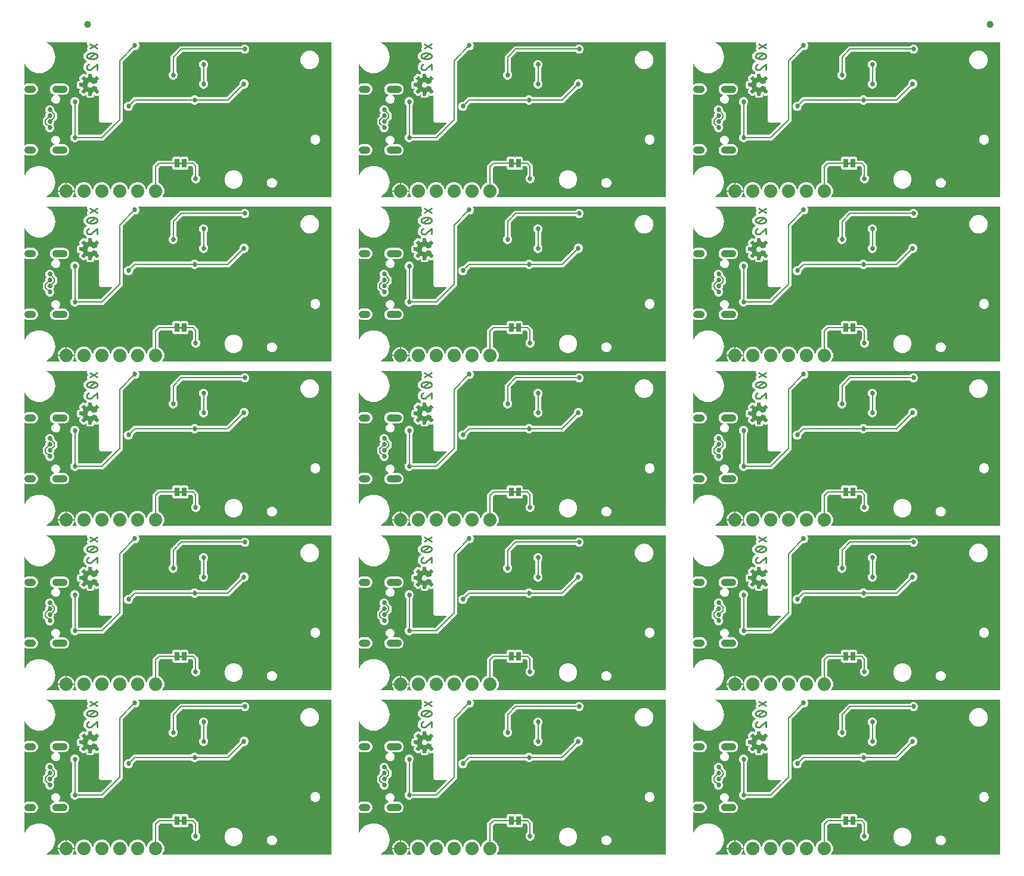
<source format=gbl>
G04 EAGLE Gerber RS-274X export*
G75*
%MOMM*%
%FSLAX34Y34*%
%LPD*%
%INBottom Copper*%
%IPPOS*%
%AMOC8*
5,1,8,0,0,1.08239X$1,22.5*%
G01*
%ADD10C,0.279400*%
%ADD11C,1.000000*%
%ADD12C,1.879600*%
%ADD13C,0.254000*%
%ADD14R,0.635000X1.270000*%
%ADD15C,1.000000*%
%ADD16C,0.685800*%
%ADD17C,0.203200*%
%ADD18C,0.177800*%

G36*
X54166Y238017D02*
X54166Y238017D01*
X54247Y238034D01*
X54250Y238037D01*
X54255Y238038D01*
X54318Y238090D01*
X54383Y238142D01*
X54385Y238146D01*
X54388Y238148D01*
X54422Y238223D01*
X54458Y238298D01*
X54457Y238302D01*
X54459Y238307D01*
X54456Y238389D01*
X54455Y238471D01*
X54453Y238476D01*
X54453Y238480D01*
X54440Y238502D01*
X54394Y238602D01*
X53289Y240123D01*
X52436Y241797D01*
X51855Y243584D01*
X51561Y245440D01*
X51561Y245619D01*
X63119Y245619D01*
X63169Y245630D01*
X63220Y245632D01*
X63252Y245650D01*
X63288Y245658D01*
X63327Y245691D01*
X63372Y245715D01*
X63393Y245745D01*
X63421Y245768D01*
X63442Y245815D01*
X63471Y245857D01*
X63480Y245899D01*
X63492Y245927D01*
X63491Y245957D01*
X63499Y245999D01*
X63499Y246381D01*
X63501Y246381D01*
X63501Y245999D01*
X63513Y245949D01*
X63514Y245898D01*
X63532Y245866D01*
X63540Y245830D01*
X63573Y245791D01*
X63597Y245746D01*
X63627Y245725D01*
X63651Y245697D01*
X63697Y245676D01*
X63739Y245646D01*
X63781Y245638D01*
X63809Y245626D01*
X63839Y245627D01*
X63881Y245619D01*
X75439Y245619D01*
X75439Y245440D01*
X75145Y243584D01*
X74564Y241797D01*
X73711Y240123D01*
X72606Y238602D01*
X72575Y238527D01*
X72541Y238451D01*
X72541Y238447D01*
X72539Y238443D01*
X72544Y238361D01*
X72547Y238278D01*
X72549Y238274D01*
X72550Y238270D01*
X72591Y238198D01*
X72630Y238126D01*
X72634Y238124D01*
X72636Y238120D01*
X72705Y238073D01*
X72772Y238026D01*
X72777Y238025D01*
X72780Y238023D01*
X72805Y238020D01*
X72914Y237999D01*
X78761Y237999D01*
X78786Y238005D01*
X78812Y238002D01*
X78869Y238024D01*
X78930Y238038D01*
X78950Y238055D01*
X78974Y238064D01*
X79016Y238109D01*
X79063Y238148D01*
X79074Y238172D01*
X79091Y238191D01*
X79109Y238250D01*
X79134Y238307D01*
X79133Y238332D01*
X79141Y238357D01*
X79130Y238418D01*
X79128Y238480D01*
X79115Y238502D01*
X79111Y238528D01*
X79063Y238599D01*
X79045Y238632D01*
X79037Y238638D01*
X79030Y238648D01*
X78348Y239329D01*
X76453Y243904D01*
X76453Y248856D01*
X78348Y253431D01*
X81849Y256932D01*
X86424Y258827D01*
X91376Y258827D01*
X95951Y256932D01*
X99452Y253431D01*
X101249Y249092D01*
X101264Y249072D01*
X101271Y249047D01*
X101314Y249002D01*
X101350Y248952D01*
X101373Y248940D01*
X101390Y248921D01*
X101448Y248899D01*
X101503Y248870D01*
X101529Y248870D01*
X101553Y248861D01*
X101614Y248867D01*
X101676Y248865D01*
X101699Y248876D01*
X101725Y248879D01*
X101777Y248912D01*
X101833Y248938D01*
X101850Y248958D01*
X101871Y248972D01*
X101919Y249044D01*
X101942Y249072D01*
X101945Y249082D01*
X101951Y249092D01*
X103748Y253431D01*
X107249Y256932D01*
X111824Y258827D01*
X116776Y258827D01*
X121351Y256932D01*
X124852Y253431D01*
X126649Y249092D01*
X126664Y249072D01*
X126671Y249047D01*
X126714Y249002D01*
X126750Y248952D01*
X126773Y248940D01*
X126790Y248921D01*
X126848Y248899D01*
X126903Y248870D01*
X126929Y248870D01*
X126953Y248861D01*
X127014Y248867D01*
X127076Y248865D01*
X127099Y248876D01*
X127125Y248879D01*
X127177Y248912D01*
X127233Y248938D01*
X127250Y248958D01*
X127271Y248972D01*
X127319Y249044D01*
X127342Y249072D01*
X127345Y249082D01*
X127351Y249092D01*
X129148Y253431D01*
X132649Y256932D01*
X137224Y258827D01*
X142176Y258827D01*
X146751Y256932D01*
X150252Y253431D01*
X152049Y249092D01*
X152064Y249072D01*
X152071Y249047D01*
X152114Y249002D01*
X152150Y248952D01*
X152173Y248940D01*
X152190Y248921D01*
X152248Y248899D01*
X152303Y248870D01*
X152329Y248870D01*
X152353Y248861D01*
X152414Y248867D01*
X152476Y248865D01*
X152499Y248876D01*
X152525Y248879D01*
X152577Y248912D01*
X152633Y248938D01*
X152650Y248958D01*
X152671Y248972D01*
X152719Y249044D01*
X152742Y249072D01*
X152745Y249082D01*
X152751Y249092D01*
X154548Y253431D01*
X158049Y256932D01*
X162624Y258827D01*
X167576Y258827D01*
X172151Y256932D01*
X175652Y253431D01*
X177449Y249092D01*
X177464Y249072D01*
X177471Y249047D01*
X177514Y249002D01*
X177550Y248952D01*
X177573Y248940D01*
X177590Y248921D01*
X177648Y248899D01*
X177703Y248870D01*
X177729Y248870D01*
X177753Y248861D01*
X177814Y248867D01*
X177876Y248865D01*
X177899Y248876D01*
X177925Y248879D01*
X177977Y248912D01*
X178033Y248938D01*
X178050Y248958D01*
X178071Y248972D01*
X178119Y249044D01*
X178142Y249072D01*
X178145Y249082D01*
X178151Y249092D01*
X179948Y253431D01*
X183449Y256932D01*
X186201Y258071D01*
X186252Y258108D01*
X186308Y258139D01*
X186322Y258158D01*
X186341Y258172D01*
X186371Y258229D01*
X186408Y258280D01*
X186413Y258307D01*
X186423Y258325D01*
X186424Y258363D01*
X186435Y258423D01*
X186435Y282354D01*
X193896Y289815D01*
X214376Y289815D01*
X214426Y289826D01*
X214477Y289828D01*
X214509Y289846D01*
X214545Y289854D01*
X214584Y289887D01*
X214629Y289911D01*
X214650Y289941D01*
X214678Y289964D01*
X214699Y290011D01*
X214729Y290053D01*
X214737Y290095D01*
X214749Y290123D01*
X214748Y290153D01*
X214756Y290195D01*
X214756Y293363D01*
X216542Y295149D01*
X225418Y295149D01*
X225791Y294775D01*
X225834Y294749D01*
X225872Y294714D01*
X225907Y294703D01*
X225938Y294684D01*
X225989Y294679D01*
X226038Y294665D01*
X226074Y294671D01*
X226111Y294667D01*
X226158Y294686D01*
X226209Y294694D01*
X226244Y294718D01*
X226273Y294729D01*
X226294Y294752D01*
X226329Y294775D01*
X226702Y295149D01*
X235578Y295149D01*
X237364Y293363D01*
X237364Y290195D01*
X237375Y290145D01*
X237377Y290094D01*
X237395Y290062D01*
X237403Y290026D01*
X237436Y289987D01*
X237460Y289942D01*
X237490Y289921D01*
X237513Y289893D01*
X237560Y289872D01*
X237602Y289842D01*
X237644Y289834D01*
X237672Y289822D01*
X237702Y289823D01*
X237744Y289815D01*
X245524Y289815D01*
X251715Y283624D01*
X251715Y269414D01*
X251732Y269340D01*
X251745Y269265D01*
X251752Y269255D01*
X251754Y269245D01*
X251778Y269216D01*
X251826Y269145D01*
X253142Y267829D01*
X254128Y265449D01*
X254128Y262871D01*
X253142Y260491D01*
X251319Y258668D01*
X248939Y257682D01*
X246361Y257682D01*
X243981Y258668D01*
X242158Y260491D01*
X241172Y262871D01*
X241172Y265449D01*
X242158Y267829D01*
X243474Y269145D01*
X243514Y269209D01*
X243558Y269271D01*
X243560Y269284D01*
X243565Y269292D01*
X243569Y269329D01*
X243585Y269414D01*
X243585Y280099D01*
X243568Y280173D01*
X243555Y280248D01*
X243548Y280258D01*
X243546Y280268D01*
X243522Y280296D01*
X243474Y280368D01*
X242268Y281574D01*
X242203Y281614D01*
X242141Y281658D01*
X242129Y281660D01*
X242120Y281665D01*
X242083Y281669D01*
X241999Y281685D01*
X237744Y281685D01*
X237694Y281674D01*
X237643Y281672D01*
X237611Y281654D01*
X237575Y281646D01*
X237536Y281613D01*
X237491Y281589D01*
X237470Y281559D01*
X237442Y281536D01*
X237421Y281489D01*
X237391Y281447D01*
X237383Y281405D01*
X237371Y281377D01*
X237372Y281347D01*
X237364Y281305D01*
X237364Y278137D01*
X235578Y276351D01*
X226702Y276351D01*
X226329Y276725D01*
X226286Y276751D01*
X226248Y276786D01*
X226213Y276797D01*
X226182Y276816D01*
X226131Y276821D01*
X226082Y276835D01*
X226046Y276829D01*
X226009Y276833D01*
X225962Y276814D01*
X225911Y276806D01*
X225876Y276782D01*
X225847Y276771D01*
X225826Y276748D01*
X225791Y276725D01*
X225418Y276351D01*
X216542Y276351D01*
X214756Y278137D01*
X214756Y281305D01*
X214745Y281355D01*
X214743Y281406D01*
X214725Y281438D01*
X214717Y281474D01*
X214684Y281513D01*
X214660Y281558D01*
X214630Y281579D01*
X214607Y281607D01*
X214560Y281628D01*
X214518Y281658D01*
X214476Y281666D01*
X214448Y281678D01*
X214418Y281677D01*
X214376Y281685D01*
X197421Y281685D01*
X197347Y281668D01*
X197272Y281655D01*
X197262Y281648D01*
X197252Y281646D01*
X197224Y281622D01*
X197152Y281574D01*
X194676Y279098D01*
X194636Y279033D01*
X194592Y278971D01*
X194590Y278959D01*
X194585Y278950D01*
X194581Y278913D01*
X194565Y278829D01*
X194565Y258423D01*
X194579Y258361D01*
X194586Y258298D01*
X194599Y258277D01*
X194604Y258254D01*
X194645Y258205D01*
X194679Y258151D01*
X194701Y258136D01*
X194714Y258120D01*
X194749Y258105D01*
X194799Y258071D01*
X197551Y256932D01*
X201052Y253431D01*
X202947Y248856D01*
X202947Y243904D01*
X201052Y239329D01*
X200370Y238648D01*
X200357Y238626D01*
X200337Y238610D01*
X200311Y238553D01*
X200279Y238501D01*
X200276Y238475D01*
X200266Y238451D01*
X200268Y238390D01*
X200262Y238328D01*
X200271Y238304D01*
X200272Y238278D01*
X200302Y238224D01*
X200324Y238166D01*
X200343Y238149D01*
X200355Y238126D01*
X200406Y238091D01*
X200451Y238049D01*
X200476Y238041D01*
X200497Y238026D01*
X200581Y238010D01*
X200617Y237999D01*
X200627Y238001D01*
X200639Y237999D01*
X439801Y237999D01*
X439851Y238010D01*
X439902Y238012D01*
X439934Y238030D01*
X439970Y238038D01*
X440009Y238071D01*
X440054Y238095D01*
X440075Y238125D01*
X440103Y238148D01*
X440124Y238195D01*
X440154Y238237D01*
X440162Y238279D01*
X440174Y238307D01*
X440173Y238337D01*
X440181Y238379D01*
X440181Y457581D01*
X440170Y457631D01*
X440168Y457682D01*
X440150Y457714D01*
X440142Y457750D01*
X440109Y457789D01*
X440085Y457834D01*
X440055Y457855D01*
X440032Y457883D01*
X439985Y457904D01*
X439943Y457934D01*
X439901Y457942D01*
X439873Y457954D01*
X439843Y457953D01*
X439801Y457961D01*
X166798Y457961D01*
X166772Y457955D01*
X166747Y457958D01*
X166689Y457936D01*
X166629Y457922D01*
X166609Y457905D01*
X166585Y457896D01*
X166543Y457851D01*
X166495Y457812D01*
X166485Y457788D01*
X166467Y457769D01*
X166450Y457710D01*
X166424Y457653D01*
X166425Y457628D01*
X166418Y457603D01*
X166429Y457542D01*
X166431Y457480D01*
X166443Y457458D01*
X166448Y457432D01*
X166496Y457361D01*
X166514Y457328D01*
X166522Y457322D01*
X166529Y457312D01*
X166782Y457059D01*
X167768Y454679D01*
X167768Y452101D01*
X166782Y449721D01*
X164959Y447898D01*
X162579Y446912D01*
X160718Y446912D01*
X160644Y446895D01*
X160569Y446882D01*
X160559Y446875D01*
X160549Y446873D01*
X160521Y446849D01*
X160449Y446801D01*
X143876Y430228D01*
X143836Y430163D01*
X143792Y430101D01*
X143790Y430089D01*
X143785Y430080D01*
X143781Y430043D01*
X143765Y429959D01*
X143765Y346296D01*
X115984Y318515D01*
X81454Y318515D01*
X81380Y318498D01*
X81305Y318485D01*
X81295Y318478D01*
X81285Y318476D01*
X81256Y318452D01*
X81185Y318404D01*
X79869Y317088D01*
X77489Y316102D01*
X74911Y316102D01*
X72531Y317088D01*
X70708Y318911D01*
X69722Y321291D01*
X69722Y323869D01*
X70708Y326249D01*
X72024Y327565D01*
X72064Y327629D01*
X72108Y327691D01*
X72110Y327704D01*
X72115Y327712D01*
X72119Y327749D01*
X72135Y327834D01*
X72135Y368126D01*
X72118Y368200D01*
X72105Y368275D01*
X72098Y368285D01*
X72096Y368295D01*
X72072Y368324D01*
X72024Y368395D01*
X70708Y369711D01*
X69722Y372091D01*
X69722Y374669D01*
X70708Y377049D01*
X72531Y378872D01*
X74911Y379858D01*
X77489Y379858D01*
X79869Y378872D01*
X81692Y377049D01*
X82678Y374669D01*
X82678Y372091D01*
X81692Y369711D01*
X80376Y368395D01*
X80336Y368331D01*
X80292Y368269D01*
X80290Y368256D01*
X80285Y368248D01*
X80281Y368211D01*
X80265Y368126D01*
X80265Y327834D01*
X80282Y327760D01*
X80295Y327685D01*
X80302Y327675D01*
X80304Y327665D01*
X80328Y327636D01*
X80376Y327565D01*
X81185Y326756D01*
X81249Y326716D01*
X81311Y326672D01*
X81324Y326670D01*
X81332Y326665D01*
X81369Y326661D01*
X81454Y326645D01*
X112459Y326645D01*
X112533Y326662D01*
X112608Y326675D01*
X112618Y326682D01*
X112628Y326684D01*
X112656Y326708D01*
X112728Y326756D01*
X128984Y343012D01*
X128997Y343034D01*
X129017Y343050D01*
X129043Y343107D01*
X129075Y343159D01*
X129078Y343185D01*
X129088Y343209D01*
X129086Y343270D01*
X129092Y343332D01*
X129083Y343356D01*
X129082Y343382D01*
X129052Y343436D01*
X129030Y343494D01*
X129011Y343511D01*
X128999Y343534D01*
X128948Y343569D01*
X128903Y343611D01*
X128878Y343619D01*
X128857Y343634D01*
X128773Y343650D01*
X128737Y343661D01*
X128727Y343659D01*
X128715Y343661D01*
X112511Y343661D01*
X109981Y346191D01*
X109981Y382236D01*
X109971Y382280D01*
X109971Y382325D01*
X109952Y382363D01*
X109942Y382405D01*
X109913Y382440D01*
X109893Y382480D01*
X109859Y382506D01*
X109832Y382539D01*
X109791Y382557D01*
X109755Y382584D01*
X109713Y382592D01*
X109673Y382610D01*
X109629Y382608D01*
X109584Y382616D01*
X109543Y382605D01*
X109500Y382603D01*
X109461Y382582D01*
X109418Y382569D01*
X109378Y382537D01*
X109348Y382520D01*
X109333Y382499D01*
X109306Y382477D01*
X108975Y382070D01*
X108890Y382061D01*
X108835Y382043D01*
X108779Y382033D01*
X108750Y382013D01*
X108726Y382005D01*
X108701Y381980D01*
X108659Y381952D01*
X108598Y381891D01*
X107237Y381891D01*
X107220Y381887D01*
X107199Y381889D01*
X105844Y381752D01*
X105778Y381806D01*
X105726Y381831D01*
X105679Y381864D01*
X105645Y381870D01*
X105622Y381882D01*
X105587Y381882D01*
X105537Y381891D01*
X105451Y381891D01*
X104489Y382854D01*
X104474Y382863D01*
X104460Y382880D01*
X104086Y383185D01*
X104024Y383215D01*
X104008Y383227D01*
X104001Y383228D01*
X103956Y383254D01*
X103942Y383255D01*
X103930Y383261D01*
X103856Y383260D01*
X103783Y383265D01*
X103770Y383260D01*
X103757Y383260D01*
X103691Y383227D01*
X103623Y383198D01*
X103614Y383188D01*
X103602Y383182D01*
X103558Y383123D01*
X103509Y383067D01*
X103505Y383053D01*
X103498Y383044D01*
X103491Y383006D01*
X103477Y382960D01*
X103471Y382946D01*
X103471Y382941D01*
X103467Y382929D01*
X103419Y382449D01*
X103421Y382431D01*
X103417Y382410D01*
X103417Y381048D01*
X103356Y380988D01*
X103326Y380939D01*
X103289Y380896D01*
X103279Y380863D01*
X103265Y380841D01*
X103261Y380806D01*
X103247Y380758D01*
X103238Y380672D01*
X102183Y379812D01*
X102172Y379798D01*
X102154Y379786D01*
X101192Y378823D01*
X101106Y378823D01*
X101050Y378810D01*
X100993Y378806D01*
X100963Y378790D01*
X100937Y378784D01*
X100910Y378762D01*
X100866Y378738D01*
X100799Y378684D01*
X99445Y378821D01*
X99428Y378819D01*
X99406Y378823D01*
X96174Y378823D01*
X96157Y378819D01*
X96135Y378821D01*
X94781Y378684D01*
X94714Y378738D01*
X94663Y378763D01*
X94616Y378796D01*
X94582Y378802D01*
X94559Y378814D01*
X94524Y378814D01*
X94474Y378823D01*
X94388Y378823D01*
X93426Y379786D01*
X93411Y379795D01*
X93397Y379812D01*
X92342Y380672D01*
X92333Y380758D01*
X92315Y380812D01*
X92305Y380868D01*
X92285Y380897D01*
X92277Y380921D01*
X92252Y380946D01*
X92224Y380988D01*
X92163Y381048D01*
X92163Y382410D01*
X92159Y382427D01*
X92161Y382449D01*
X92113Y382929D01*
X92103Y382956D01*
X92103Y382975D01*
X92087Y383002D01*
X92069Y383070D01*
X92061Y383080D01*
X92056Y383092D01*
X92004Y383144D01*
X91955Y383200D01*
X91943Y383205D01*
X91933Y383214D01*
X91863Y383238D01*
X91794Y383266D01*
X91781Y383265D01*
X91769Y383269D01*
X91695Y383259D01*
X91622Y383253D01*
X91609Y383246D01*
X91597Y383245D01*
X91565Y383223D01*
X91553Y383216D01*
X91546Y383215D01*
X91538Y383209D01*
X91494Y383185D01*
X91120Y382880D01*
X91109Y382866D01*
X91091Y382854D01*
X90129Y381891D01*
X90043Y381891D01*
X89987Y381878D01*
X89930Y381874D01*
X89900Y381858D01*
X89874Y381852D01*
X89847Y381830D01*
X89802Y381806D01*
X89736Y381752D01*
X88381Y381889D01*
X88364Y381887D01*
X88343Y381891D01*
X86982Y381891D01*
X86921Y381952D01*
X86872Y381982D01*
X86829Y382019D01*
X86796Y382029D01*
X86774Y382043D01*
X86739Y382047D01*
X86690Y382061D01*
X86605Y382070D01*
X85745Y383125D01*
X85743Y383126D01*
X85743Y383127D01*
X85739Y383130D01*
X85731Y383136D01*
X85719Y383154D01*
X83434Y385439D01*
X83419Y385448D01*
X83405Y385465D01*
X82350Y386325D01*
X82341Y386410D01*
X82323Y386465D01*
X82313Y386521D01*
X82293Y386550D01*
X82285Y386574D01*
X82260Y386599D01*
X82232Y386641D01*
X82171Y386702D01*
X82171Y388063D01*
X82167Y388080D01*
X82169Y388101D01*
X82032Y389456D01*
X82086Y389522D01*
X82111Y389574D01*
X82144Y389621D01*
X82150Y389655D01*
X82162Y389678D01*
X82162Y389713D01*
X82171Y389763D01*
X82171Y389849D01*
X83134Y390811D01*
X83143Y390826D01*
X83160Y390840D01*
X83465Y391214D01*
X83497Y391280D01*
X83534Y391344D01*
X83535Y391358D01*
X83541Y391370D01*
X83540Y391444D01*
X83545Y391517D01*
X83540Y391529D01*
X83540Y391543D01*
X83507Y391609D01*
X83478Y391677D01*
X83468Y391686D01*
X83462Y391698D01*
X83403Y391742D01*
X83347Y391791D01*
X83333Y391795D01*
X83324Y391802D01*
X83286Y391809D01*
X83209Y391833D01*
X82729Y391881D01*
X82712Y391879D01*
X82690Y391883D01*
X81328Y391883D01*
X81268Y391944D01*
X81219Y391974D01*
X81176Y392011D01*
X81143Y392021D01*
X81121Y392035D01*
X81086Y392039D01*
X81038Y392053D01*
X80952Y392062D01*
X80092Y393117D01*
X80078Y393128D01*
X80066Y393146D01*
X79103Y394108D01*
X79103Y394194D01*
X79090Y394250D01*
X79086Y394307D01*
X79070Y394337D01*
X79064Y394363D01*
X79042Y394390D01*
X79018Y394434D01*
X78964Y394501D01*
X79101Y395855D01*
X79099Y395872D01*
X79103Y395894D01*
X79103Y399126D01*
X79099Y399143D01*
X79101Y399165D01*
X78964Y400519D01*
X79018Y400586D01*
X79043Y400637D01*
X79076Y400684D01*
X79082Y400718D01*
X79094Y400741D01*
X79094Y400776D01*
X79103Y400826D01*
X79103Y400912D01*
X80066Y401874D01*
X80075Y401889D01*
X80092Y401903D01*
X80952Y402958D01*
X81038Y402967D01*
X81092Y402985D01*
X81148Y402995D01*
X81177Y403015D01*
X81201Y403023D01*
X81226Y403048D01*
X81268Y403076D01*
X81328Y403137D01*
X82690Y403137D01*
X82707Y403141D01*
X82729Y403139D01*
X83209Y403187D01*
X83279Y403212D01*
X83350Y403231D01*
X83360Y403240D01*
X83372Y403244D01*
X83424Y403296D01*
X83480Y403345D01*
X83485Y403358D01*
X83494Y403367D01*
X83518Y403437D01*
X83546Y403506D01*
X83545Y403519D01*
X83549Y403531D01*
X83539Y403605D01*
X83533Y403678D01*
X83526Y403691D01*
X83525Y403703D01*
X83503Y403735D01*
X83465Y403806D01*
X83160Y404180D01*
X83146Y404191D01*
X83134Y404209D01*
X82171Y405171D01*
X82171Y405257D01*
X82158Y405313D01*
X82154Y405370D01*
X82138Y405400D01*
X82132Y405426D01*
X82110Y405453D01*
X82086Y405498D01*
X82032Y405564D01*
X82169Y406919D01*
X82167Y406936D01*
X82171Y406957D01*
X82171Y408318D01*
X82232Y408379D01*
X82262Y408428D01*
X82299Y408471D01*
X82309Y408504D01*
X82323Y408526D01*
X82327Y408561D01*
X82341Y408610D01*
X82350Y408695D01*
X83405Y409555D01*
X83416Y409569D01*
X83434Y409581D01*
X85719Y411866D01*
X85728Y411881D01*
X85745Y411895D01*
X86605Y412950D01*
X86690Y412959D01*
X86745Y412977D01*
X86801Y412987D01*
X86830Y413007D01*
X86854Y413015D01*
X86879Y413040D01*
X86921Y413068D01*
X86982Y413129D01*
X88343Y413129D01*
X88360Y413133D01*
X88381Y413131D01*
X89736Y413268D01*
X89802Y413214D01*
X89854Y413189D01*
X89901Y413156D01*
X89935Y413150D01*
X89958Y413138D01*
X89993Y413138D01*
X90043Y413129D01*
X90129Y413129D01*
X91091Y412166D01*
X91106Y412157D01*
X91120Y412140D01*
X91494Y411835D01*
X91560Y411803D01*
X91563Y411801D01*
X91564Y411800D01*
X91624Y411766D01*
X91638Y411765D01*
X91650Y411759D01*
X91724Y411760D01*
X91797Y411755D01*
X91809Y411760D01*
X91823Y411760D01*
X91889Y411793D01*
X91957Y411822D01*
X91966Y411832D01*
X91978Y411838D01*
X92022Y411897D01*
X92071Y411953D01*
X92075Y411967D01*
X92082Y411976D01*
X92089Y412014D01*
X92108Y412077D01*
X92110Y412081D01*
X92110Y412082D01*
X92113Y412091D01*
X92161Y412571D01*
X92159Y412588D01*
X92163Y412610D01*
X92163Y413972D01*
X92224Y414032D01*
X92254Y414081D01*
X92291Y414124D01*
X92301Y414157D01*
X92315Y414179D01*
X92319Y414214D01*
X92333Y414262D01*
X92342Y414348D01*
X92632Y414584D01*
X92652Y414610D01*
X92679Y414629D01*
X92704Y414678D01*
X92738Y414721D01*
X92744Y414754D01*
X92759Y414783D01*
X92761Y414837D01*
X92772Y414891D01*
X92763Y414923D01*
X92764Y414956D01*
X92741Y415006D01*
X92727Y415059D01*
X92705Y415083D01*
X92691Y415113D01*
X92638Y415159D01*
X92612Y415189D01*
X92597Y415195D01*
X92582Y415208D01*
X90586Y416360D01*
X88391Y420162D01*
X88391Y424327D01*
X89995Y427925D01*
X92924Y430559D01*
X93208Y430651D01*
X93233Y430666D01*
X93262Y430673D01*
X93306Y430710D01*
X93356Y430741D01*
X93372Y430765D01*
X93395Y430784D01*
X93418Y430837D01*
X93450Y430887D01*
X93453Y430916D01*
X93465Y430943D01*
X93462Y431001D01*
X93468Y431059D01*
X93458Y431086D01*
X93457Y431116D01*
X93429Y431167D01*
X93409Y431221D01*
X93388Y431242D01*
X93373Y431267D01*
X93324Y431304D01*
X93320Y431310D01*
X93309Y431316D01*
X93283Y431341D01*
X93271Y431345D01*
X93258Y431355D01*
X93238Y431364D01*
X93218Y431369D01*
X93195Y431382D01*
X91195Y432068D01*
X88391Y435993D01*
X88391Y440817D01*
X91195Y444742D01*
X93195Y445427D01*
X93212Y445438D01*
X93238Y445445D01*
X94142Y445886D01*
X94201Y445934D01*
X94263Y445979D01*
X94268Y445988D01*
X94276Y445995D01*
X94308Y446065D01*
X94343Y446132D01*
X94344Y446143D01*
X94348Y446153D01*
X94346Y446229D01*
X94348Y446305D01*
X94343Y446316D01*
X94343Y446326D01*
X94325Y446359D01*
X94292Y446439D01*
X93112Y448209D01*
X93834Y451820D01*
X94338Y452156D01*
X94365Y452185D01*
X94398Y452205D01*
X94423Y452247D01*
X94457Y452283D01*
X94468Y452320D01*
X94488Y452353D01*
X94493Y452402D01*
X94507Y452449D01*
X94501Y452487D01*
X94504Y452526D01*
X94486Y452571D01*
X94478Y452620D01*
X94456Y452651D01*
X94441Y452687D01*
X94399Y452729D01*
X94377Y452760D01*
X94358Y452770D01*
X94338Y452789D01*
X93834Y453125D01*
X93112Y456737D01*
X93534Y457370D01*
X93560Y457440D01*
X93591Y457509D01*
X93590Y457521D01*
X93595Y457532D01*
X93587Y457607D01*
X93584Y457682D01*
X93578Y457693D01*
X93577Y457705D01*
X93537Y457768D01*
X93502Y457834D01*
X93491Y457841D01*
X93485Y457851D01*
X93421Y457891D01*
X93360Y457934D01*
X93347Y457936D01*
X93337Y457942D01*
X93299Y457945D01*
X93218Y457961D01*
X35734Y457961D01*
X35713Y457956D01*
X35692Y457959D01*
X35629Y457937D01*
X35565Y457922D01*
X35549Y457908D01*
X35528Y457901D01*
X35482Y457854D01*
X35431Y457812D01*
X35423Y457792D01*
X35408Y457777D01*
X35388Y457714D01*
X35361Y457653D01*
X35361Y457632D01*
X35355Y457612D01*
X35365Y457546D01*
X35367Y457480D01*
X35377Y457462D01*
X35380Y457440D01*
X35418Y457386D01*
X35450Y457328D01*
X35467Y457316D01*
X35480Y457298D01*
X35566Y457246D01*
X35592Y457228D01*
X35598Y457227D01*
X35604Y457224D01*
X36878Y456760D01*
X42985Y451636D01*
X46971Y444731D01*
X48356Y436880D01*
X46971Y429029D01*
X42985Y422124D01*
X36878Y417000D01*
X29386Y414273D01*
X21414Y414273D01*
X13922Y417000D01*
X7815Y422124D01*
X5028Y426951D01*
X4977Y427006D01*
X4930Y427064D01*
X4918Y427069D01*
X4910Y427078D01*
X4840Y427104D01*
X4771Y427135D01*
X4759Y427134D01*
X4747Y427138D01*
X4673Y427131D01*
X4598Y427128D01*
X4587Y427122D01*
X4575Y427121D01*
X4512Y427081D01*
X4446Y427045D01*
X4439Y427035D01*
X4428Y427029D01*
X4389Y426965D01*
X4346Y426904D01*
X4344Y426890D01*
X4338Y426881D01*
X4335Y426843D01*
X4319Y426761D01*
X4319Y398249D01*
X4325Y398224D01*
X4322Y398198D01*
X4344Y398141D01*
X4358Y398081D01*
X4375Y398061D01*
X4384Y398037D01*
X4429Y397995D01*
X4468Y397947D01*
X4492Y397936D01*
X4511Y397919D01*
X4570Y397901D01*
X4627Y397876D01*
X4652Y397877D01*
X4677Y397870D01*
X4738Y397880D01*
X4800Y397883D01*
X4822Y397895D01*
X4848Y397899D01*
X4919Y397948D01*
X4952Y397965D01*
X4958Y397974D01*
X4968Y397981D01*
X4991Y398003D01*
X7949Y399229D01*
X17151Y399229D01*
X20109Y398003D01*
X22373Y395739D01*
X23599Y392781D01*
X23599Y389579D01*
X22373Y386621D01*
X20109Y384357D01*
X17151Y383131D01*
X7949Y383131D01*
X4991Y384357D01*
X4968Y384379D01*
X4946Y384393D01*
X4930Y384413D01*
X4873Y384438D01*
X4821Y384471D01*
X4795Y384473D01*
X4771Y384484D01*
X4710Y384482D01*
X4648Y384487D01*
X4624Y384478D01*
X4598Y384477D01*
X4544Y384448D01*
X4486Y384426D01*
X4469Y384407D01*
X4446Y384395D01*
X4411Y384344D01*
X4369Y384299D01*
X4361Y384274D01*
X4346Y384253D01*
X4330Y384169D01*
X4319Y384133D01*
X4321Y384123D01*
X4319Y384111D01*
X4319Y311849D01*
X4325Y311824D01*
X4322Y311798D01*
X4344Y311741D01*
X4358Y311681D01*
X4375Y311661D01*
X4384Y311637D01*
X4429Y311595D01*
X4468Y311547D01*
X4492Y311536D01*
X4511Y311519D01*
X4570Y311501D01*
X4627Y311476D01*
X4652Y311477D01*
X4677Y311470D01*
X4738Y311480D01*
X4800Y311483D01*
X4822Y311495D01*
X4848Y311499D01*
X4919Y311548D01*
X4952Y311565D01*
X4958Y311574D01*
X4968Y311581D01*
X4991Y311603D01*
X7949Y312829D01*
X17151Y312829D01*
X20109Y311603D01*
X22373Y309339D01*
X23599Y306381D01*
X23599Y303179D01*
X22373Y300221D01*
X20109Y297957D01*
X17151Y296731D01*
X7949Y296731D01*
X4991Y297957D01*
X4968Y297979D01*
X4946Y297993D01*
X4930Y298013D01*
X4873Y298038D01*
X4858Y298048D01*
X4854Y298051D01*
X4853Y298051D01*
X4821Y298071D01*
X4795Y298073D01*
X4771Y298084D01*
X4710Y298082D01*
X4648Y298087D01*
X4624Y298078D01*
X4598Y298077D01*
X4544Y298048D01*
X4486Y298026D01*
X4469Y298007D01*
X4446Y297995D01*
X4411Y297944D01*
X4369Y297899D01*
X4361Y297874D01*
X4346Y297853D01*
X4334Y297789D01*
X4326Y297770D01*
X4326Y297756D01*
X4319Y297733D01*
X4321Y297723D01*
X4319Y297711D01*
X4319Y269199D01*
X4336Y269126D01*
X4348Y269052D01*
X4355Y269042D01*
X4358Y269030D01*
X4406Y268972D01*
X4450Y268912D01*
X4461Y268906D01*
X4468Y268896D01*
X4537Y268866D01*
X4603Y268831D01*
X4615Y268830D01*
X4627Y268825D01*
X4701Y268828D01*
X4776Y268826D01*
X4787Y268832D01*
X4800Y268832D01*
X4865Y268868D01*
X4933Y268899D01*
X4942Y268910D01*
X4952Y268915D01*
X4974Y268946D01*
X5028Y269009D01*
X7815Y273836D01*
X13922Y278960D01*
X21414Y281687D01*
X29386Y281687D01*
X36878Y278960D01*
X42985Y273836D01*
X46971Y266931D01*
X48356Y259080D01*
X46971Y251229D01*
X42985Y244324D01*
X36878Y239200D01*
X35604Y238736D01*
X35586Y238725D01*
X35565Y238720D01*
X35514Y238678D01*
X35459Y238642D01*
X35448Y238623D01*
X35431Y238610D01*
X35404Y238549D01*
X35371Y238492D01*
X35369Y238471D01*
X35361Y238451D01*
X35363Y238385D01*
X35358Y238319D01*
X35366Y238300D01*
X35367Y238278D01*
X35399Y238220D01*
X35424Y238159D01*
X35440Y238145D01*
X35450Y238126D01*
X35504Y238088D01*
X35553Y238044D01*
X35574Y238039D01*
X35592Y238026D01*
X35690Y238007D01*
X35721Y237999D01*
X35727Y238000D01*
X35734Y237999D01*
X54086Y237999D01*
X54166Y238017D01*
G37*
G36*
X1004126Y471697D02*
X1004126Y471697D01*
X1004207Y471714D01*
X1004210Y471717D01*
X1004215Y471718D01*
X1004279Y471771D01*
X1004343Y471822D01*
X1004345Y471826D01*
X1004348Y471828D01*
X1004382Y471904D01*
X1004417Y471978D01*
X1004417Y471982D01*
X1004419Y471987D01*
X1004416Y472069D01*
X1004415Y472151D01*
X1004413Y472156D01*
X1004413Y472160D01*
X1004400Y472182D01*
X1004354Y472282D01*
X1003249Y473803D01*
X1002396Y475477D01*
X1001815Y477264D01*
X1001521Y479120D01*
X1001521Y479299D01*
X1013079Y479299D01*
X1013129Y479310D01*
X1013180Y479312D01*
X1013212Y479330D01*
X1013248Y479338D01*
X1013287Y479371D01*
X1013332Y479395D01*
X1013353Y479425D01*
X1013381Y479448D01*
X1013402Y479495D01*
X1013431Y479537D01*
X1013440Y479579D01*
X1013452Y479607D01*
X1013451Y479637D01*
X1013459Y479679D01*
X1013459Y480061D01*
X1013461Y480061D01*
X1013461Y479679D01*
X1013473Y479629D01*
X1013474Y479578D01*
X1013492Y479546D01*
X1013500Y479510D01*
X1013533Y479471D01*
X1013557Y479426D01*
X1013587Y479405D01*
X1013611Y479377D01*
X1013657Y479356D01*
X1013699Y479326D01*
X1013741Y479318D01*
X1013769Y479306D01*
X1013799Y479307D01*
X1013841Y479299D01*
X1025399Y479299D01*
X1025399Y479120D01*
X1025105Y477264D01*
X1024524Y475477D01*
X1023671Y473803D01*
X1022566Y472282D01*
X1022535Y472207D01*
X1022501Y472131D01*
X1022501Y472127D01*
X1022499Y472123D01*
X1022504Y472041D01*
X1022507Y471958D01*
X1022509Y471954D01*
X1022510Y471950D01*
X1022551Y471878D01*
X1022590Y471806D01*
X1022594Y471804D01*
X1022596Y471800D01*
X1022665Y471754D01*
X1022732Y471706D01*
X1022737Y471705D01*
X1022740Y471703D01*
X1022765Y471700D01*
X1022874Y471679D01*
X1028721Y471679D01*
X1028746Y471685D01*
X1028772Y471682D01*
X1028829Y471704D01*
X1028890Y471718D01*
X1028910Y471735D01*
X1028934Y471744D01*
X1028976Y471789D01*
X1029023Y471828D01*
X1029034Y471852D01*
X1029051Y471871D01*
X1029069Y471930D01*
X1029094Y471987D01*
X1029093Y472012D01*
X1029101Y472037D01*
X1029090Y472098D01*
X1029088Y472160D01*
X1029075Y472182D01*
X1029071Y472208D01*
X1029023Y472279D01*
X1029005Y472312D01*
X1028997Y472318D01*
X1028990Y472328D01*
X1028308Y473009D01*
X1026413Y477584D01*
X1026413Y482536D01*
X1028308Y487111D01*
X1031809Y490612D01*
X1036384Y492507D01*
X1041336Y492507D01*
X1045911Y490612D01*
X1049412Y487111D01*
X1051209Y482772D01*
X1051224Y482752D01*
X1051231Y482727D01*
X1051274Y482682D01*
X1051310Y482632D01*
X1051332Y482620D01*
X1051350Y482601D01*
X1051408Y482579D01*
X1051463Y482550D01*
X1051489Y482550D01*
X1051513Y482541D01*
X1051574Y482547D01*
X1051636Y482545D01*
X1051659Y482556D01*
X1051685Y482559D01*
X1051737Y482592D01*
X1051793Y482618D01*
X1051810Y482638D01*
X1051831Y482652D01*
X1051879Y482723D01*
X1051902Y482752D01*
X1051904Y482762D01*
X1051911Y482772D01*
X1053708Y487111D01*
X1057209Y490612D01*
X1061784Y492507D01*
X1066736Y492507D01*
X1071311Y490612D01*
X1074812Y487111D01*
X1076609Y482773D01*
X1076624Y482752D01*
X1076631Y482727D01*
X1076674Y482682D01*
X1076710Y482632D01*
X1076733Y482620D01*
X1076750Y482601D01*
X1076808Y482579D01*
X1076863Y482550D01*
X1076889Y482550D01*
X1076913Y482541D01*
X1076974Y482547D01*
X1077036Y482545D01*
X1077059Y482556D01*
X1077085Y482559D01*
X1077137Y482592D01*
X1077193Y482618D01*
X1077210Y482638D01*
X1077231Y482652D01*
X1077279Y482724D01*
X1077302Y482752D01*
X1077305Y482762D01*
X1077311Y482773D01*
X1079108Y487111D01*
X1082609Y490612D01*
X1087184Y492507D01*
X1092136Y492507D01*
X1096711Y490612D01*
X1100212Y487111D01*
X1102009Y482772D01*
X1102024Y482752D01*
X1102031Y482727D01*
X1102074Y482682D01*
X1102110Y482632D01*
X1102133Y482620D01*
X1102150Y482601D01*
X1102208Y482579D01*
X1102263Y482550D01*
X1102289Y482550D01*
X1102313Y482541D01*
X1102374Y482547D01*
X1102436Y482545D01*
X1102459Y482556D01*
X1102485Y482559D01*
X1102537Y482592D01*
X1102593Y482618D01*
X1102610Y482638D01*
X1102631Y482652D01*
X1102679Y482724D01*
X1102702Y482752D01*
X1102705Y482762D01*
X1102711Y482772D01*
X1104508Y487111D01*
X1108009Y490612D01*
X1112584Y492507D01*
X1117536Y492507D01*
X1122111Y490612D01*
X1125612Y487111D01*
X1127409Y482772D01*
X1127424Y482752D01*
X1127431Y482727D01*
X1127474Y482682D01*
X1127510Y482632D01*
X1127533Y482620D01*
X1127550Y482601D01*
X1127608Y482579D01*
X1127663Y482550D01*
X1127689Y482550D01*
X1127713Y482541D01*
X1127774Y482547D01*
X1127836Y482545D01*
X1127859Y482556D01*
X1127885Y482559D01*
X1127937Y482592D01*
X1127993Y482618D01*
X1128010Y482638D01*
X1128031Y482652D01*
X1128079Y482724D01*
X1128102Y482752D01*
X1128105Y482762D01*
X1128111Y482772D01*
X1129908Y487111D01*
X1133409Y490612D01*
X1136161Y491751D01*
X1136212Y491788D01*
X1136268Y491819D01*
X1136282Y491838D01*
X1136301Y491852D01*
X1136331Y491909D01*
X1136368Y491960D01*
X1136373Y491987D01*
X1136383Y492005D01*
X1136384Y492043D01*
X1136395Y492103D01*
X1136395Y516034D01*
X1143856Y523495D01*
X1164336Y523495D01*
X1164386Y523506D01*
X1164437Y523508D01*
X1164469Y523526D01*
X1164505Y523534D01*
X1164544Y523567D01*
X1164589Y523591D01*
X1164610Y523621D01*
X1164638Y523644D01*
X1164659Y523691D01*
X1164689Y523733D01*
X1164697Y523775D01*
X1164709Y523803D01*
X1164708Y523833D01*
X1164716Y523875D01*
X1164716Y527043D01*
X1166502Y528829D01*
X1175378Y528829D01*
X1175751Y528455D01*
X1175794Y528429D01*
X1175832Y528394D01*
X1175867Y528383D01*
X1175898Y528364D01*
X1175949Y528359D01*
X1175998Y528345D01*
X1176034Y528351D01*
X1176071Y528347D01*
X1176118Y528366D01*
X1176169Y528374D01*
X1176204Y528398D01*
X1176233Y528409D01*
X1176254Y528432D01*
X1176289Y528455D01*
X1176662Y528829D01*
X1185538Y528829D01*
X1187324Y527043D01*
X1187324Y523875D01*
X1187335Y523825D01*
X1187337Y523774D01*
X1187355Y523742D01*
X1187363Y523706D01*
X1187396Y523667D01*
X1187420Y523622D01*
X1187450Y523601D01*
X1187473Y523573D01*
X1187520Y523552D01*
X1187562Y523522D01*
X1187604Y523514D01*
X1187632Y523502D01*
X1187662Y523503D01*
X1187704Y523495D01*
X1195484Y523495D01*
X1201675Y517304D01*
X1201675Y503094D01*
X1201692Y503020D01*
X1201705Y502945D01*
X1201712Y502935D01*
X1201714Y502925D01*
X1201738Y502896D01*
X1201786Y502825D01*
X1203102Y501509D01*
X1204088Y499129D01*
X1204088Y496551D01*
X1203102Y494171D01*
X1201279Y492348D01*
X1198899Y491362D01*
X1196321Y491362D01*
X1193941Y492348D01*
X1192118Y494171D01*
X1191132Y496551D01*
X1191132Y499129D01*
X1192118Y501509D01*
X1193434Y502825D01*
X1193474Y502889D01*
X1193518Y502951D01*
X1193520Y502964D01*
X1193525Y502972D01*
X1193529Y503009D01*
X1193545Y503094D01*
X1193545Y513779D01*
X1193528Y513853D01*
X1193515Y513928D01*
X1193508Y513938D01*
X1193506Y513948D01*
X1193482Y513976D01*
X1193434Y514048D01*
X1192228Y515254D01*
X1192163Y515294D01*
X1192101Y515338D01*
X1192089Y515340D01*
X1192080Y515345D01*
X1192043Y515349D01*
X1191959Y515365D01*
X1187704Y515365D01*
X1187654Y515354D01*
X1187603Y515352D01*
X1187571Y515334D01*
X1187535Y515326D01*
X1187496Y515293D01*
X1187451Y515269D01*
X1187430Y515239D01*
X1187402Y515216D01*
X1187381Y515169D01*
X1187351Y515127D01*
X1187343Y515085D01*
X1187331Y515057D01*
X1187332Y515027D01*
X1187324Y514985D01*
X1187324Y511817D01*
X1185538Y510031D01*
X1176662Y510031D01*
X1176289Y510405D01*
X1176246Y510431D01*
X1176208Y510466D01*
X1176173Y510477D01*
X1176142Y510496D01*
X1176091Y510501D01*
X1176042Y510515D01*
X1176006Y510509D01*
X1175969Y510513D01*
X1175922Y510494D01*
X1175871Y510486D01*
X1175836Y510462D01*
X1175807Y510451D01*
X1175786Y510428D01*
X1175751Y510405D01*
X1175378Y510031D01*
X1166502Y510031D01*
X1164716Y511817D01*
X1164716Y514985D01*
X1164705Y515035D01*
X1164703Y515086D01*
X1164685Y515118D01*
X1164677Y515154D01*
X1164644Y515193D01*
X1164620Y515238D01*
X1164590Y515259D01*
X1164567Y515287D01*
X1164520Y515308D01*
X1164478Y515338D01*
X1164436Y515346D01*
X1164408Y515358D01*
X1164378Y515357D01*
X1164336Y515365D01*
X1147381Y515365D01*
X1147307Y515348D01*
X1147232Y515335D01*
X1147222Y515328D01*
X1147212Y515326D01*
X1147184Y515302D01*
X1147112Y515254D01*
X1144636Y512778D01*
X1144596Y512713D01*
X1144552Y512651D01*
X1144550Y512639D01*
X1144545Y512630D01*
X1144541Y512593D01*
X1144525Y512509D01*
X1144525Y492103D01*
X1144539Y492041D01*
X1144546Y491978D01*
X1144559Y491957D01*
X1144564Y491934D01*
X1144605Y491885D01*
X1144639Y491831D01*
X1144661Y491816D01*
X1144674Y491800D01*
X1144709Y491785D01*
X1144759Y491751D01*
X1147511Y490612D01*
X1151012Y487111D01*
X1152907Y482536D01*
X1152907Y477584D01*
X1151012Y473009D01*
X1150330Y472328D01*
X1150317Y472306D01*
X1150297Y472290D01*
X1150271Y472233D01*
X1150239Y472181D01*
X1150236Y472155D01*
X1150226Y472131D01*
X1150228Y472070D01*
X1150222Y472008D01*
X1150231Y471984D01*
X1150232Y471958D01*
X1150262Y471904D01*
X1150284Y471846D01*
X1150303Y471829D01*
X1150315Y471806D01*
X1150366Y471771D01*
X1150411Y471729D01*
X1150436Y471721D01*
X1150457Y471706D01*
X1150541Y471690D01*
X1150577Y471679D01*
X1150587Y471681D01*
X1150599Y471679D01*
X1389761Y471679D01*
X1389811Y471690D01*
X1389862Y471692D01*
X1389894Y471710D01*
X1389930Y471718D01*
X1389969Y471751D01*
X1390014Y471775D01*
X1390035Y471805D01*
X1390063Y471828D01*
X1390084Y471875D01*
X1390114Y471917D01*
X1390122Y471959D01*
X1390134Y471987D01*
X1390133Y472017D01*
X1390141Y472059D01*
X1390141Y691261D01*
X1390130Y691311D01*
X1390128Y691362D01*
X1390110Y691394D01*
X1390102Y691430D01*
X1390069Y691469D01*
X1390045Y691514D01*
X1390015Y691535D01*
X1389992Y691563D01*
X1389945Y691584D01*
X1389903Y691614D01*
X1389861Y691622D01*
X1389833Y691634D01*
X1389803Y691633D01*
X1389761Y691641D01*
X1116758Y691641D01*
X1116732Y691635D01*
X1116707Y691638D01*
X1116649Y691616D01*
X1116589Y691602D01*
X1116569Y691585D01*
X1116545Y691576D01*
X1116503Y691531D01*
X1116455Y691492D01*
X1116445Y691468D01*
X1116427Y691449D01*
X1116410Y691390D01*
X1116384Y691333D01*
X1116385Y691308D01*
X1116378Y691283D01*
X1116389Y691222D01*
X1116391Y691160D01*
X1116403Y691138D01*
X1116408Y691112D01*
X1116456Y691041D01*
X1116474Y691008D01*
X1116482Y691002D01*
X1116489Y690992D01*
X1116742Y690739D01*
X1117728Y688359D01*
X1117728Y685781D01*
X1116742Y683401D01*
X1114919Y681578D01*
X1112539Y680592D01*
X1110678Y680592D01*
X1110604Y680575D01*
X1110529Y680562D01*
X1110519Y680555D01*
X1110509Y680553D01*
X1110481Y680529D01*
X1110409Y680481D01*
X1093836Y663908D01*
X1093796Y663843D01*
X1093752Y663781D01*
X1093750Y663769D01*
X1093745Y663760D01*
X1093741Y663723D01*
X1093725Y663639D01*
X1093725Y579976D01*
X1065944Y552195D01*
X1031414Y552195D01*
X1031340Y552178D01*
X1031265Y552165D01*
X1031255Y552158D01*
X1031245Y552156D01*
X1031216Y552132D01*
X1031145Y552084D01*
X1029829Y550768D01*
X1027449Y549782D01*
X1024871Y549782D01*
X1022491Y550768D01*
X1020668Y552591D01*
X1019682Y554971D01*
X1019682Y557549D01*
X1020668Y559929D01*
X1021984Y561245D01*
X1022024Y561309D01*
X1022068Y561371D01*
X1022070Y561384D01*
X1022075Y561392D01*
X1022079Y561429D01*
X1022095Y561514D01*
X1022095Y601806D01*
X1022078Y601880D01*
X1022065Y601955D01*
X1022058Y601965D01*
X1022056Y601975D01*
X1022032Y602004D01*
X1021984Y602075D01*
X1020668Y603391D01*
X1019682Y605771D01*
X1019682Y608349D01*
X1020668Y610729D01*
X1022491Y612552D01*
X1024871Y613538D01*
X1027449Y613538D01*
X1029829Y612552D01*
X1031652Y610729D01*
X1032638Y608349D01*
X1032638Y605771D01*
X1031652Y603391D01*
X1030336Y602075D01*
X1030296Y602011D01*
X1030252Y601949D01*
X1030250Y601936D01*
X1030245Y601928D01*
X1030241Y601891D01*
X1030225Y601806D01*
X1030225Y561514D01*
X1030242Y561440D01*
X1030255Y561365D01*
X1030262Y561355D01*
X1030264Y561345D01*
X1030288Y561316D01*
X1030336Y561245D01*
X1031145Y560436D01*
X1031209Y560396D01*
X1031271Y560352D01*
X1031283Y560350D01*
X1031292Y560345D01*
X1031329Y560341D01*
X1031414Y560325D01*
X1062419Y560325D01*
X1062493Y560342D01*
X1062568Y560355D01*
X1062578Y560362D01*
X1062588Y560364D01*
X1062616Y560388D01*
X1062688Y560436D01*
X1078944Y576692D01*
X1078957Y576714D01*
X1078977Y576730D01*
X1079003Y576787D01*
X1079035Y576839D01*
X1079038Y576865D01*
X1079048Y576889D01*
X1079046Y576950D01*
X1079052Y577012D01*
X1079043Y577036D01*
X1079042Y577062D01*
X1079012Y577116D01*
X1078990Y577174D01*
X1078971Y577191D01*
X1078959Y577214D01*
X1078908Y577249D01*
X1078863Y577291D01*
X1078838Y577299D01*
X1078817Y577314D01*
X1078733Y577330D01*
X1078697Y577341D01*
X1078687Y577339D01*
X1078675Y577341D01*
X1062471Y577341D01*
X1059941Y579871D01*
X1059941Y615916D01*
X1059931Y615960D01*
X1059931Y616005D01*
X1059912Y616043D01*
X1059902Y616085D01*
X1059873Y616120D01*
X1059853Y616160D01*
X1059819Y616186D01*
X1059792Y616219D01*
X1059751Y616237D01*
X1059715Y616264D01*
X1059673Y616272D01*
X1059633Y616290D01*
X1059589Y616288D01*
X1059544Y616296D01*
X1059503Y616285D01*
X1059460Y616283D01*
X1059421Y616262D01*
X1059378Y616249D01*
X1059338Y616217D01*
X1059308Y616200D01*
X1059293Y616179D01*
X1059266Y616157D01*
X1058935Y615750D01*
X1058850Y615741D01*
X1058795Y615723D01*
X1058739Y615713D01*
X1058710Y615693D01*
X1058686Y615685D01*
X1058661Y615660D01*
X1058619Y615632D01*
X1058558Y615571D01*
X1057197Y615571D01*
X1057180Y615567D01*
X1057159Y615569D01*
X1055804Y615432D01*
X1055738Y615486D01*
X1055686Y615511D01*
X1055639Y615544D01*
X1055605Y615550D01*
X1055582Y615562D01*
X1055547Y615562D01*
X1055497Y615571D01*
X1055411Y615571D01*
X1054449Y616534D01*
X1054434Y616543D01*
X1054420Y616560D01*
X1054046Y616865D01*
X1053984Y616895D01*
X1053968Y616907D01*
X1053961Y616908D01*
X1053916Y616934D01*
X1053902Y616935D01*
X1053890Y616941D01*
X1053816Y616940D01*
X1053743Y616945D01*
X1053730Y616940D01*
X1053717Y616940D01*
X1053651Y616907D01*
X1053583Y616878D01*
X1053574Y616868D01*
X1053562Y616862D01*
X1053518Y616803D01*
X1053469Y616747D01*
X1053465Y616733D01*
X1053458Y616724D01*
X1053451Y616686D01*
X1053437Y616640D01*
X1053431Y616626D01*
X1053431Y616621D01*
X1053427Y616609D01*
X1053379Y616129D01*
X1053381Y616111D01*
X1053377Y616090D01*
X1053377Y614728D01*
X1053316Y614668D01*
X1053286Y614619D01*
X1053249Y614576D01*
X1053239Y614543D01*
X1053225Y614521D01*
X1053221Y614486D01*
X1053207Y614438D01*
X1053198Y614352D01*
X1052143Y613492D01*
X1052132Y613478D01*
X1052114Y613466D01*
X1051152Y612503D01*
X1051066Y612503D01*
X1051010Y612490D01*
X1050953Y612486D01*
X1050923Y612470D01*
X1050897Y612464D01*
X1050870Y612442D01*
X1050826Y612418D01*
X1050759Y612364D01*
X1049405Y612501D01*
X1049388Y612499D01*
X1049366Y612503D01*
X1046134Y612503D01*
X1046117Y612499D01*
X1046095Y612501D01*
X1044741Y612364D01*
X1044674Y612418D01*
X1044623Y612443D01*
X1044576Y612476D01*
X1044542Y612482D01*
X1044519Y612494D01*
X1044484Y612494D01*
X1044434Y612503D01*
X1044348Y612503D01*
X1043386Y613466D01*
X1043371Y613475D01*
X1043357Y613492D01*
X1042302Y614352D01*
X1042293Y614438D01*
X1042275Y614492D01*
X1042265Y614548D01*
X1042245Y614577D01*
X1042237Y614601D01*
X1042212Y614626D01*
X1042184Y614668D01*
X1042123Y614728D01*
X1042123Y616090D01*
X1042119Y616107D01*
X1042121Y616129D01*
X1042073Y616609D01*
X1042063Y616636D01*
X1042063Y616655D01*
X1042047Y616682D01*
X1042029Y616750D01*
X1042020Y616760D01*
X1042016Y616772D01*
X1041964Y616824D01*
X1041915Y616880D01*
X1041902Y616885D01*
X1041893Y616894D01*
X1041823Y616918D01*
X1041754Y616946D01*
X1041741Y616945D01*
X1041729Y616949D01*
X1041655Y616939D01*
X1041582Y616933D01*
X1041569Y616926D01*
X1041557Y616925D01*
X1041525Y616903D01*
X1041513Y616896D01*
X1041506Y616895D01*
X1041498Y616889D01*
X1041454Y616865D01*
X1041080Y616560D01*
X1041069Y616546D01*
X1041051Y616534D01*
X1040089Y615571D01*
X1040003Y615571D01*
X1039947Y615558D01*
X1039890Y615554D01*
X1039860Y615538D01*
X1039834Y615532D01*
X1039807Y615510D01*
X1039762Y615486D01*
X1039696Y615432D01*
X1038341Y615569D01*
X1038324Y615567D01*
X1038303Y615571D01*
X1036942Y615571D01*
X1036881Y615632D01*
X1036832Y615662D01*
X1036789Y615699D01*
X1036756Y615709D01*
X1036734Y615723D01*
X1036699Y615727D01*
X1036650Y615741D01*
X1036565Y615750D01*
X1035705Y616805D01*
X1035703Y616806D01*
X1035703Y616807D01*
X1035699Y616810D01*
X1035691Y616816D01*
X1035679Y616834D01*
X1033394Y619119D01*
X1033379Y619128D01*
X1033365Y619145D01*
X1032310Y620005D01*
X1032301Y620090D01*
X1032283Y620145D01*
X1032273Y620201D01*
X1032253Y620230D01*
X1032245Y620254D01*
X1032220Y620279D01*
X1032192Y620321D01*
X1032131Y620382D01*
X1032131Y621743D01*
X1032127Y621760D01*
X1032129Y621781D01*
X1031992Y623136D01*
X1032046Y623202D01*
X1032071Y623254D01*
X1032104Y623301D01*
X1032110Y623335D01*
X1032122Y623358D01*
X1032122Y623393D01*
X1032131Y623443D01*
X1032131Y623529D01*
X1033094Y624491D01*
X1033103Y624506D01*
X1033120Y624520D01*
X1033425Y624894D01*
X1033457Y624960D01*
X1033494Y625024D01*
X1033495Y625038D01*
X1033501Y625050D01*
X1033500Y625124D01*
X1033505Y625197D01*
X1033500Y625209D01*
X1033500Y625223D01*
X1033467Y625289D01*
X1033438Y625357D01*
X1033428Y625366D01*
X1033422Y625378D01*
X1033363Y625422D01*
X1033307Y625471D01*
X1033293Y625475D01*
X1033284Y625482D01*
X1033246Y625489D01*
X1033169Y625513D01*
X1032689Y625561D01*
X1032672Y625559D01*
X1032650Y625563D01*
X1031288Y625563D01*
X1031228Y625624D01*
X1031179Y625654D01*
X1031136Y625691D01*
X1031103Y625701D01*
X1031081Y625715D01*
X1031046Y625719D01*
X1030998Y625733D01*
X1030912Y625742D01*
X1030052Y626797D01*
X1030038Y626808D01*
X1030026Y626826D01*
X1029063Y627788D01*
X1029063Y627874D01*
X1029050Y627930D01*
X1029046Y627987D01*
X1029030Y628017D01*
X1029024Y628043D01*
X1029002Y628070D01*
X1028978Y628114D01*
X1028924Y628181D01*
X1029061Y629535D01*
X1029059Y629552D01*
X1029063Y629574D01*
X1029063Y632806D01*
X1029059Y632823D01*
X1029061Y632845D01*
X1028924Y634199D01*
X1028978Y634266D01*
X1029003Y634317D01*
X1029036Y634364D01*
X1029042Y634398D01*
X1029054Y634421D01*
X1029054Y634456D01*
X1029063Y634506D01*
X1029063Y634592D01*
X1030026Y635554D01*
X1030035Y635569D01*
X1030052Y635583D01*
X1030912Y636638D01*
X1030998Y636647D01*
X1031052Y636665D01*
X1031108Y636675D01*
X1031137Y636695D01*
X1031161Y636703D01*
X1031186Y636728D01*
X1031228Y636756D01*
X1031288Y636817D01*
X1032650Y636817D01*
X1032667Y636821D01*
X1032689Y636819D01*
X1033169Y636867D01*
X1033239Y636892D01*
X1033310Y636911D01*
X1033320Y636920D01*
X1033332Y636924D01*
X1033384Y636976D01*
X1033440Y637025D01*
X1033445Y637038D01*
X1033454Y637047D01*
X1033478Y637117D01*
X1033506Y637186D01*
X1033505Y637199D01*
X1033509Y637211D01*
X1033499Y637285D01*
X1033493Y637358D01*
X1033486Y637371D01*
X1033485Y637383D01*
X1033463Y637415D01*
X1033425Y637486D01*
X1033120Y637860D01*
X1033106Y637871D01*
X1033094Y637889D01*
X1032131Y638851D01*
X1032131Y638937D01*
X1032118Y638993D01*
X1032114Y639050D01*
X1032098Y639080D01*
X1032092Y639106D01*
X1032070Y639133D01*
X1032046Y639178D01*
X1031992Y639244D01*
X1032129Y640599D01*
X1032127Y640616D01*
X1032131Y640637D01*
X1032131Y641998D01*
X1032192Y642059D01*
X1032222Y642108D01*
X1032259Y642151D01*
X1032269Y642184D01*
X1032283Y642206D01*
X1032287Y642241D01*
X1032301Y642290D01*
X1032310Y642375D01*
X1033365Y643235D01*
X1033376Y643249D01*
X1033394Y643261D01*
X1035679Y645546D01*
X1035688Y645561D01*
X1035705Y645575D01*
X1036565Y646630D01*
X1036650Y646639D01*
X1036705Y646657D01*
X1036761Y646667D01*
X1036790Y646687D01*
X1036814Y646695D01*
X1036839Y646720D01*
X1036881Y646748D01*
X1036942Y646809D01*
X1038303Y646809D01*
X1038320Y646813D01*
X1038341Y646811D01*
X1039696Y646948D01*
X1039762Y646894D01*
X1039814Y646869D01*
X1039861Y646836D01*
X1039895Y646830D01*
X1039918Y646818D01*
X1039953Y646818D01*
X1040003Y646809D01*
X1040089Y646809D01*
X1041051Y645846D01*
X1041066Y645837D01*
X1041080Y645820D01*
X1041454Y645515D01*
X1041520Y645483D01*
X1041523Y645481D01*
X1041524Y645480D01*
X1041584Y645446D01*
X1041598Y645445D01*
X1041610Y645439D01*
X1041684Y645440D01*
X1041757Y645435D01*
X1041769Y645440D01*
X1041783Y645440D01*
X1041849Y645473D01*
X1041917Y645502D01*
X1041926Y645512D01*
X1041938Y645518D01*
X1041982Y645577D01*
X1042031Y645633D01*
X1042035Y645647D01*
X1042042Y645656D01*
X1042049Y645694D01*
X1042068Y645757D01*
X1042070Y645761D01*
X1042070Y645762D01*
X1042073Y645771D01*
X1042121Y646251D01*
X1042119Y646268D01*
X1042123Y646290D01*
X1042123Y647652D01*
X1042184Y647712D01*
X1042214Y647761D01*
X1042251Y647804D01*
X1042261Y647837D01*
X1042275Y647859D01*
X1042279Y647894D01*
X1042293Y647942D01*
X1042302Y648028D01*
X1042592Y648264D01*
X1042612Y648290D01*
X1042639Y648309D01*
X1042664Y648358D01*
X1042698Y648401D01*
X1042704Y648434D01*
X1042719Y648463D01*
X1042721Y648517D01*
X1042732Y648571D01*
X1042723Y648603D01*
X1042724Y648636D01*
X1042701Y648686D01*
X1042687Y648739D01*
X1042665Y648763D01*
X1042651Y648793D01*
X1042598Y648839D01*
X1042572Y648869D01*
X1042557Y648875D01*
X1042542Y648888D01*
X1040546Y650040D01*
X1038351Y653842D01*
X1038351Y658007D01*
X1039955Y661605D01*
X1042884Y664239D01*
X1043168Y664331D01*
X1043193Y664346D01*
X1043221Y664353D01*
X1043266Y664390D01*
X1043316Y664421D01*
X1043332Y664445D01*
X1043354Y664464D01*
X1043378Y664517D01*
X1043410Y664567D01*
X1043413Y664596D01*
X1043425Y664622D01*
X1043422Y664681D01*
X1043428Y664739D01*
X1043418Y664766D01*
X1043417Y664795D01*
X1043389Y664847D01*
X1043369Y664901D01*
X1043348Y664922D01*
X1043334Y664947D01*
X1043284Y664984D01*
X1043280Y664990D01*
X1043269Y664996D01*
X1043243Y665021D01*
X1043231Y665025D01*
X1043218Y665034D01*
X1043198Y665044D01*
X1043178Y665049D01*
X1043155Y665062D01*
X1041155Y665748D01*
X1038351Y669673D01*
X1038351Y674497D01*
X1041155Y678422D01*
X1043155Y679107D01*
X1043172Y679118D01*
X1043198Y679125D01*
X1044102Y679566D01*
X1044161Y679614D01*
X1044223Y679659D01*
X1044228Y679668D01*
X1044236Y679675D01*
X1044268Y679745D01*
X1044303Y679812D01*
X1044304Y679823D01*
X1044308Y679833D01*
X1044306Y679909D01*
X1044308Y679985D01*
X1044303Y679996D01*
X1044303Y680006D01*
X1044285Y680039D01*
X1044252Y680119D01*
X1043072Y681889D01*
X1043794Y685500D01*
X1044298Y685836D01*
X1044325Y685865D01*
X1044358Y685885D01*
X1044383Y685927D01*
X1044417Y685963D01*
X1044428Y686000D01*
X1044448Y686033D01*
X1044453Y686082D01*
X1044467Y686129D01*
X1044461Y686167D01*
X1044464Y686206D01*
X1044446Y686251D01*
X1044438Y686300D01*
X1044416Y686331D01*
X1044401Y686367D01*
X1044359Y686409D01*
X1044337Y686440D01*
X1044318Y686450D01*
X1044298Y686469D01*
X1043794Y686805D01*
X1043072Y690417D01*
X1043494Y691050D01*
X1043520Y691120D01*
X1043551Y691189D01*
X1043550Y691201D01*
X1043555Y691212D01*
X1043547Y691287D01*
X1043544Y691362D01*
X1043538Y691373D01*
X1043537Y691385D01*
X1043497Y691448D01*
X1043462Y691514D01*
X1043451Y691521D01*
X1043445Y691531D01*
X1043381Y691571D01*
X1043320Y691614D01*
X1043307Y691616D01*
X1043297Y691622D01*
X1043259Y691625D01*
X1043178Y691641D01*
X985694Y691641D01*
X985673Y691636D01*
X985652Y691639D01*
X985590Y691617D01*
X985525Y691602D01*
X985509Y691588D01*
X985489Y691581D01*
X985442Y691534D01*
X985391Y691492D01*
X985383Y691472D01*
X985368Y691457D01*
X985348Y691394D01*
X985321Y691333D01*
X985321Y691312D01*
X985315Y691292D01*
X985325Y691226D01*
X985327Y691160D01*
X985337Y691142D01*
X985341Y691120D01*
X985378Y691066D01*
X985410Y691008D01*
X985427Y690996D01*
X985440Y690978D01*
X985526Y690926D01*
X985552Y690908D01*
X985558Y690907D01*
X985564Y690904D01*
X986838Y690440D01*
X992945Y685316D01*
X996931Y678411D01*
X998316Y670560D01*
X996931Y662709D01*
X992945Y655804D01*
X986838Y650680D01*
X979346Y647953D01*
X971374Y647953D01*
X963882Y650680D01*
X957775Y655804D01*
X954988Y660631D01*
X954937Y660686D01*
X954890Y660744D01*
X954878Y660749D01*
X954870Y660758D01*
X954800Y660784D01*
X954731Y660815D01*
X954719Y660814D01*
X954707Y660818D01*
X954633Y660811D01*
X954558Y660808D01*
X954547Y660802D01*
X954535Y660801D01*
X954472Y660761D01*
X954406Y660725D01*
X954399Y660715D01*
X954388Y660709D01*
X954349Y660645D01*
X954306Y660584D01*
X954304Y660570D01*
X954298Y660561D01*
X954295Y660523D01*
X954279Y660441D01*
X954279Y631929D01*
X954285Y631904D01*
X954282Y631878D01*
X954304Y631821D01*
X954318Y631761D01*
X954335Y631741D01*
X954344Y631717D01*
X954389Y631675D01*
X954428Y631627D01*
X954452Y631616D01*
X954471Y631599D01*
X954530Y631581D01*
X954587Y631556D01*
X954612Y631557D01*
X954637Y631550D01*
X954698Y631560D01*
X954760Y631563D01*
X954782Y631575D01*
X954808Y631579D01*
X954879Y631628D01*
X954912Y631645D01*
X954918Y631654D01*
X954928Y631661D01*
X954951Y631683D01*
X957909Y632909D01*
X967111Y632909D01*
X970069Y631683D01*
X972333Y629419D01*
X973559Y626461D01*
X973559Y623259D01*
X972333Y620301D01*
X970069Y618037D01*
X967111Y616811D01*
X957909Y616811D01*
X954951Y618037D01*
X954928Y618059D01*
X954906Y618073D01*
X954890Y618093D01*
X954833Y618118D01*
X954781Y618151D01*
X954755Y618153D01*
X954731Y618164D01*
X954670Y618162D01*
X954608Y618167D01*
X954584Y618158D01*
X954558Y618157D01*
X954504Y618128D01*
X954446Y618106D01*
X954429Y618087D01*
X954406Y618075D01*
X954371Y618024D01*
X954329Y617979D01*
X954321Y617954D01*
X954306Y617933D01*
X954290Y617849D01*
X954279Y617813D01*
X954281Y617803D01*
X954279Y617791D01*
X954279Y545529D01*
X954285Y545504D01*
X954282Y545478D01*
X954304Y545421D01*
X954318Y545361D01*
X954335Y545341D01*
X954344Y545317D01*
X954389Y545275D01*
X954428Y545227D01*
X954452Y545216D01*
X954471Y545199D01*
X954530Y545181D01*
X954587Y545156D01*
X954612Y545157D01*
X954637Y545150D01*
X954698Y545160D01*
X954760Y545163D01*
X954782Y545175D01*
X954808Y545179D01*
X954879Y545228D01*
X954912Y545245D01*
X954918Y545254D01*
X954928Y545261D01*
X954951Y545283D01*
X957909Y546509D01*
X967111Y546509D01*
X970069Y545283D01*
X972333Y543019D01*
X973559Y540061D01*
X973559Y536859D01*
X972333Y533901D01*
X970069Y531637D01*
X967111Y530411D01*
X957909Y530411D01*
X954951Y531637D01*
X954928Y531659D01*
X954906Y531673D01*
X954890Y531693D01*
X954833Y531718D01*
X954818Y531728D01*
X954814Y531731D01*
X954813Y531731D01*
X954781Y531751D01*
X954755Y531753D01*
X954731Y531764D01*
X954670Y531762D01*
X954608Y531767D01*
X954584Y531758D01*
X954558Y531757D01*
X954504Y531728D01*
X954446Y531706D01*
X954429Y531687D01*
X954406Y531675D01*
X954371Y531624D01*
X954329Y531579D01*
X954321Y531554D01*
X954306Y531533D01*
X954294Y531469D01*
X954286Y531450D01*
X954286Y531436D01*
X954279Y531413D01*
X954281Y531403D01*
X954279Y531391D01*
X954279Y502879D01*
X954296Y502806D01*
X954308Y502732D01*
X954315Y502722D01*
X954318Y502710D01*
X954366Y502652D01*
X954410Y502592D01*
X954421Y502586D01*
X954428Y502576D01*
X954497Y502546D01*
X954563Y502511D01*
X954575Y502510D01*
X954587Y502505D01*
X954661Y502508D01*
X954736Y502506D01*
X954747Y502512D01*
X954760Y502512D01*
X954825Y502548D01*
X954893Y502579D01*
X954902Y502590D01*
X954912Y502595D01*
X954934Y502626D01*
X954988Y502689D01*
X957775Y507516D01*
X963882Y512640D01*
X971374Y515367D01*
X979346Y515367D01*
X986838Y512640D01*
X992945Y507516D01*
X996931Y500611D01*
X998315Y492760D01*
X996931Y484909D01*
X992945Y478004D01*
X986838Y472880D01*
X985564Y472416D01*
X985546Y472405D01*
X985525Y472400D01*
X985474Y472358D01*
X985419Y472322D01*
X985408Y472303D01*
X985391Y472290D01*
X985364Y472229D01*
X985331Y472172D01*
X985329Y472151D01*
X985321Y472131D01*
X985323Y472065D01*
X985318Y471999D01*
X985326Y471980D01*
X985327Y471958D01*
X985359Y471900D01*
X985384Y471839D01*
X985400Y471825D01*
X985410Y471806D01*
X985464Y471768D01*
X985514Y471724D01*
X985534Y471719D01*
X985552Y471706D01*
X985650Y471687D01*
X985681Y471679D01*
X985687Y471680D01*
X985694Y471679D01*
X1004046Y471679D01*
X1004126Y471697D01*
G37*
G36*
X54166Y471697D02*
X54166Y471697D01*
X54247Y471714D01*
X54250Y471717D01*
X54255Y471718D01*
X54319Y471771D01*
X54383Y471822D01*
X54385Y471826D01*
X54388Y471828D01*
X54422Y471904D01*
X54457Y471978D01*
X54457Y471982D01*
X54459Y471987D01*
X54456Y472069D01*
X54455Y472151D01*
X54453Y472156D01*
X54453Y472160D01*
X54440Y472182D01*
X54394Y472282D01*
X53289Y473803D01*
X52436Y475477D01*
X51855Y477264D01*
X51561Y479120D01*
X51561Y479299D01*
X63119Y479299D01*
X63169Y479310D01*
X63220Y479312D01*
X63252Y479330D01*
X63288Y479338D01*
X63327Y479371D01*
X63372Y479395D01*
X63393Y479425D01*
X63421Y479448D01*
X63442Y479495D01*
X63471Y479537D01*
X63480Y479579D01*
X63492Y479607D01*
X63491Y479637D01*
X63499Y479679D01*
X63499Y480061D01*
X63501Y480061D01*
X63501Y479679D01*
X63513Y479629D01*
X63514Y479578D01*
X63532Y479546D01*
X63540Y479510D01*
X63573Y479471D01*
X63597Y479426D01*
X63627Y479405D01*
X63651Y479377D01*
X63697Y479356D01*
X63739Y479326D01*
X63781Y479318D01*
X63809Y479306D01*
X63839Y479307D01*
X63881Y479299D01*
X75439Y479299D01*
X75439Y479120D01*
X75145Y477264D01*
X74564Y475477D01*
X73711Y473803D01*
X72606Y472282D01*
X72575Y472207D01*
X72541Y472131D01*
X72541Y472127D01*
X72539Y472123D01*
X72544Y472041D01*
X72547Y471958D01*
X72549Y471954D01*
X72550Y471950D01*
X72591Y471878D01*
X72630Y471806D01*
X72634Y471804D01*
X72636Y471800D01*
X72705Y471754D01*
X72772Y471706D01*
X72777Y471705D01*
X72780Y471703D01*
X72805Y471700D01*
X72914Y471679D01*
X78761Y471679D01*
X78786Y471685D01*
X78812Y471682D01*
X78869Y471704D01*
X78930Y471718D01*
X78950Y471735D01*
X78974Y471744D01*
X79016Y471789D01*
X79063Y471828D01*
X79074Y471852D01*
X79091Y471871D01*
X79109Y471930D01*
X79134Y471987D01*
X79133Y472012D01*
X79141Y472037D01*
X79130Y472098D01*
X79128Y472160D01*
X79115Y472182D01*
X79111Y472208D01*
X79063Y472279D01*
X79045Y472312D01*
X79037Y472318D01*
X79030Y472328D01*
X78348Y473009D01*
X76453Y477584D01*
X76453Y482536D01*
X78348Y487111D01*
X81849Y490612D01*
X86424Y492507D01*
X91376Y492507D01*
X95951Y490612D01*
X99452Y487111D01*
X101249Y482772D01*
X101264Y482752D01*
X101271Y482727D01*
X101314Y482682D01*
X101350Y482632D01*
X101373Y482620D01*
X101390Y482601D01*
X101448Y482579D01*
X101503Y482550D01*
X101529Y482550D01*
X101553Y482541D01*
X101614Y482547D01*
X101676Y482545D01*
X101699Y482556D01*
X101725Y482559D01*
X101777Y482592D01*
X101833Y482618D01*
X101850Y482638D01*
X101871Y482652D01*
X101919Y482724D01*
X101942Y482752D01*
X101945Y482762D01*
X101951Y482772D01*
X103748Y487111D01*
X107249Y490612D01*
X111824Y492507D01*
X116776Y492507D01*
X121351Y490612D01*
X124852Y487111D01*
X126649Y482772D01*
X126664Y482752D01*
X126671Y482727D01*
X126714Y482682D01*
X126750Y482632D01*
X126773Y482620D01*
X126790Y482601D01*
X126848Y482579D01*
X126903Y482550D01*
X126929Y482550D01*
X126953Y482541D01*
X127014Y482547D01*
X127076Y482545D01*
X127099Y482556D01*
X127125Y482559D01*
X127177Y482592D01*
X127233Y482618D01*
X127250Y482638D01*
X127271Y482652D01*
X127319Y482724D01*
X127342Y482752D01*
X127345Y482762D01*
X127351Y482772D01*
X129148Y487111D01*
X132649Y490612D01*
X137224Y492507D01*
X142176Y492507D01*
X146751Y490612D01*
X150252Y487111D01*
X152049Y482772D01*
X152064Y482752D01*
X152071Y482727D01*
X152114Y482682D01*
X152150Y482632D01*
X152173Y482620D01*
X152190Y482601D01*
X152248Y482579D01*
X152303Y482550D01*
X152329Y482550D01*
X152353Y482541D01*
X152414Y482547D01*
X152476Y482545D01*
X152499Y482556D01*
X152525Y482559D01*
X152577Y482592D01*
X152633Y482618D01*
X152650Y482638D01*
X152671Y482652D01*
X152719Y482724D01*
X152742Y482752D01*
X152745Y482762D01*
X152751Y482772D01*
X154548Y487111D01*
X158049Y490612D01*
X162624Y492507D01*
X167576Y492507D01*
X172151Y490612D01*
X175652Y487111D01*
X177449Y482772D01*
X177464Y482752D01*
X177471Y482727D01*
X177514Y482682D01*
X177550Y482632D01*
X177573Y482620D01*
X177590Y482601D01*
X177648Y482579D01*
X177703Y482550D01*
X177729Y482550D01*
X177753Y482541D01*
X177814Y482547D01*
X177876Y482545D01*
X177899Y482556D01*
X177925Y482559D01*
X177977Y482592D01*
X178033Y482618D01*
X178050Y482638D01*
X178071Y482652D01*
X178119Y482724D01*
X178142Y482752D01*
X178145Y482762D01*
X178151Y482772D01*
X179948Y487111D01*
X183449Y490612D01*
X186201Y491751D01*
X186252Y491788D01*
X186308Y491819D01*
X186322Y491838D01*
X186341Y491852D01*
X186371Y491909D01*
X186408Y491960D01*
X186413Y491987D01*
X186423Y492005D01*
X186424Y492043D01*
X186435Y492103D01*
X186435Y516034D01*
X193896Y523495D01*
X214376Y523495D01*
X214426Y523506D01*
X214477Y523508D01*
X214509Y523526D01*
X214545Y523534D01*
X214584Y523567D01*
X214629Y523591D01*
X214650Y523621D01*
X214678Y523644D01*
X214699Y523691D01*
X214729Y523733D01*
X214737Y523775D01*
X214749Y523803D01*
X214748Y523833D01*
X214756Y523875D01*
X214756Y527043D01*
X216542Y528829D01*
X225418Y528829D01*
X225791Y528455D01*
X225834Y528429D01*
X225872Y528394D01*
X225907Y528383D01*
X225938Y528364D01*
X225989Y528359D01*
X226038Y528345D01*
X226074Y528351D01*
X226111Y528347D01*
X226158Y528366D01*
X226209Y528374D01*
X226244Y528398D01*
X226273Y528409D01*
X226294Y528432D01*
X226329Y528455D01*
X226702Y528829D01*
X235578Y528829D01*
X237364Y527043D01*
X237364Y523875D01*
X237375Y523825D01*
X237377Y523774D01*
X237395Y523742D01*
X237403Y523706D01*
X237436Y523667D01*
X237460Y523622D01*
X237490Y523601D01*
X237513Y523573D01*
X237560Y523552D01*
X237602Y523522D01*
X237644Y523514D01*
X237672Y523502D01*
X237702Y523503D01*
X237744Y523495D01*
X245524Y523495D01*
X251715Y517304D01*
X251715Y503094D01*
X251732Y503020D01*
X251745Y502945D01*
X251752Y502935D01*
X251754Y502925D01*
X251778Y502896D01*
X251826Y502825D01*
X253142Y501509D01*
X254128Y499129D01*
X254128Y496551D01*
X253142Y494171D01*
X251319Y492348D01*
X248939Y491362D01*
X246361Y491362D01*
X243981Y492348D01*
X242158Y494171D01*
X241172Y496551D01*
X241172Y499129D01*
X242158Y501509D01*
X243474Y502825D01*
X243514Y502889D01*
X243558Y502951D01*
X243560Y502964D01*
X243565Y502972D01*
X243569Y503009D01*
X243585Y503094D01*
X243585Y513779D01*
X243568Y513853D01*
X243555Y513928D01*
X243548Y513938D01*
X243546Y513948D01*
X243522Y513976D01*
X243474Y514048D01*
X242268Y515254D01*
X242203Y515294D01*
X242141Y515338D01*
X242129Y515340D01*
X242120Y515345D01*
X242083Y515349D01*
X241999Y515365D01*
X237744Y515365D01*
X237694Y515354D01*
X237643Y515352D01*
X237611Y515334D01*
X237575Y515326D01*
X237536Y515293D01*
X237491Y515269D01*
X237470Y515239D01*
X237442Y515216D01*
X237421Y515169D01*
X237391Y515127D01*
X237383Y515085D01*
X237371Y515057D01*
X237372Y515027D01*
X237364Y514985D01*
X237364Y511817D01*
X235578Y510031D01*
X226702Y510031D01*
X226329Y510405D01*
X226286Y510431D01*
X226248Y510466D01*
X226213Y510477D01*
X226182Y510496D01*
X226131Y510501D01*
X226082Y510515D01*
X226046Y510509D01*
X226009Y510513D01*
X225962Y510494D01*
X225911Y510486D01*
X225876Y510462D01*
X225847Y510451D01*
X225826Y510428D01*
X225791Y510405D01*
X225418Y510031D01*
X216542Y510031D01*
X214756Y511817D01*
X214756Y514985D01*
X214745Y515035D01*
X214743Y515086D01*
X214725Y515118D01*
X214717Y515154D01*
X214684Y515193D01*
X214660Y515238D01*
X214630Y515259D01*
X214607Y515287D01*
X214560Y515308D01*
X214518Y515338D01*
X214476Y515346D01*
X214448Y515358D01*
X214418Y515357D01*
X214376Y515365D01*
X197421Y515365D01*
X197347Y515348D01*
X197272Y515335D01*
X197262Y515328D01*
X197252Y515326D01*
X197224Y515302D01*
X197152Y515254D01*
X194676Y512778D01*
X194636Y512713D01*
X194592Y512651D01*
X194590Y512639D01*
X194585Y512630D01*
X194581Y512593D01*
X194565Y512509D01*
X194565Y492103D01*
X194579Y492041D01*
X194586Y491978D01*
X194599Y491957D01*
X194604Y491934D01*
X194645Y491885D01*
X194679Y491831D01*
X194701Y491816D01*
X194714Y491800D01*
X194749Y491785D01*
X194799Y491751D01*
X197551Y490612D01*
X201052Y487111D01*
X202947Y482536D01*
X202947Y477584D01*
X201052Y473009D01*
X200370Y472328D01*
X200357Y472306D01*
X200337Y472290D01*
X200311Y472233D01*
X200279Y472181D01*
X200276Y472155D01*
X200266Y472131D01*
X200268Y472070D01*
X200262Y472008D01*
X200271Y471984D01*
X200272Y471958D01*
X200302Y471904D01*
X200324Y471846D01*
X200343Y471829D01*
X200355Y471806D01*
X200406Y471771D01*
X200451Y471729D01*
X200476Y471721D01*
X200497Y471706D01*
X200581Y471690D01*
X200617Y471679D01*
X200627Y471681D01*
X200639Y471679D01*
X439801Y471679D01*
X439851Y471690D01*
X439902Y471692D01*
X439934Y471710D01*
X439970Y471718D01*
X440009Y471751D01*
X440054Y471775D01*
X440075Y471805D01*
X440103Y471828D01*
X440124Y471875D01*
X440154Y471917D01*
X440162Y471959D01*
X440174Y471987D01*
X440173Y472017D01*
X440181Y472059D01*
X440181Y691261D01*
X440170Y691311D01*
X440168Y691362D01*
X440150Y691394D01*
X440142Y691430D01*
X440109Y691469D01*
X440085Y691514D01*
X440055Y691535D01*
X440032Y691563D01*
X439985Y691584D01*
X439943Y691614D01*
X439901Y691622D01*
X439873Y691634D01*
X439843Y691633D01*
X439801Y691641D01*
X166798Y691641D01*
X166772Y691635D01*
X166747Y691638D01*
X166689Y691616D01*
X166629Y691602D01*
X166609Y691585D01*
X166585Y691576D01*
X166543Y691531D01*
X166495Y691492D01*
X166485Y691468D01*
X166467Y691449D01*
X166450Y691390D01*
X166424Y691333D01*
X166425Y691308D01*
X166418Y691283D01*
X166429Y691222D01*
X166431Y691160D01*
X166443Y691138D01*
X166448Y691112D01*
X166496Y691041D01*
X166514Y691008D01*
X166522Y691002D01*
X166529Y690992D01*
X166782Y690739D01*
X167768Y688359D01*
X167768Y685781D01*
X166782Y683401D01*
X164959Y681578D01*
X162579Y680592D01*
X160718Y680592D01*
X160644Y680575D01*
X160569Y680562D01*
X160559Y680555D01*
X160549Y680553D01*
X160521Y680529D01*
X160449Y680481D01*
X143876Y663908D01*
X143836Y663843D01*
X143792Y663781D01*
X143790Y663769D01*
X143785Y663760D01*
X143781Y663723D01*
X143765Y663639D01*
X143765Y579976D01*
X115984Y552195D01*
X81454Y552195D01*
X81380Y552178D01*
X81305Y552165D01*
X81295Y552158D01*
X81285Y552156D01*
X81256Y552132D01*
X81185Y552084D01*
X79869Y550768D01*
X77489Y549782D01*
X74911Y549782D01*
X72531Y550768D01*
X70708Y552591D01*
X69722Y554971D01*
X69722Y557549D01*
X70708Y559929D01*
X72024Y561245D01*
X72064Y561309D01*
X72108Y561371D01*
X72110Y561384D01*
X72115Y561392D01*
X72119Y561429D01*
X72135Y561514D01*
X72135Y601806D01*
X72118Y601880D01*
X72105Y601955D01*
X72098Y601965D01*
X72096Y601975D01*
X72072Y602004D01*
X72024Y602075D01*
X70708Y603391D01*
X69722Y605771D01*
X69722Y608349D01*
X70708Y610729D01*
X72531Y612552D01*
X74911Y613538D01*
X77489Y613538D01*
X79869Y612552D01*
X81692Y610729D01*
X82678Y608349D01*
X82678Y605771D01*
X81692Y603391D01*
X80376Y602075D01*
X80336Y602011D01*
X80292Y601949D01*
X80290Y601936D01*
X80285Y601928D01*
X80281Y601891D01*
X80265Y601806D01*
X80265Y561514D01*
X80282Y561440D01*
X80295Y561365D01*
X80302Y561355D01*
X80304Y561345D01*
X80328Y561316D01*
X80376Y561245D01*
X81185Y560436D01*
X81249Y560396D01*
X81311Y560352D01*
X81323Y560350D01*
X81332Y560345D01*
X81369Y560341D01*
X81454Y560325D01*
X112459Y560325D01*
X112533Y560342D01*
X112608Y560355D01*
X112618Y560362D01*
X112628Y560364D01*
X112656Y560388D01*
X112728Y560436D01*
X128984Y576692D01*
X128997Y576714D01*
X129017Y576730D01*
X129043Y576787D01*
X129075Y576839D01*
X129078Y576865D01*
X129088Y576889D01*
X129086Y576950D01*
X129092Y577012D01*
X129083Y577036D01*
X129082Y577062D01*
X129052Y577116D01*
X129030Y577174D01*
X129011Y577191D01*
X128999Y577214D01*
X128948Y577249D01*
X128903Y577291D01*
X128878Y577299D01*
X128857Y577314D01*
X128773Y577330D01*
X128737Y577341D01*
X128727Y577339D01*
X128715Y577341D01*
X112511Y577341D01*
X109981Y579871D01*
X109981Y615916D01*
X109971Y615960D01*
X109971Y616005D01*
X109952Y616043D01*
X109942Y616085D01*
X109913Y616120D01*
X109893Y616160D01*
X109859Y616186D01*
X109832Y616219D01*
X109791Y616237D01*
X109755Y616264D01*
X109713Y616272D01*
X109673Y616290D01*
X109629Y616288D01*
X109584Y616296D01*
X109543Y616285D01*
X109500Y616283D01*
X109461Y616262D01*
X109418Y616249D01*
X109378Y616217D01*
X109348Y616200D01*
X109333Y616179D01*
X109306Y616157D01*
X108975Y615750D01*
X108890Y615741D01*
X108835Y615723D01*
X108779Y615713D01*
X108750Y615693D01*
X108726Y615685D01*
X108701Y615660D01*
X108659Y615632D01*
X108598Y615571D01*
X107237Y615571D01*
X107220Y615567D01*
X107199Y615569D01*
X105844Y615432D01*
X105778Y615486D01*
X105726Y615511D01*
X105679Y615544D01*
X105645Y615550D01*
X105622Y615562D01*
X105587Y615562D01*
X105537Y615571D01*
X105451Y615571D01*
X104489Y616534D01*
X104474Y616543D01*
X104460Y616560D01*
X104086Y616865D01*
X104024Y616895D01*
X104008Y616907D01*
X104001Y616908D01*
X103956Y616934D01*
X103942Y616935D01*
X103930Y616941D01*
X103856Y616941D01*
X103783Y616945D01*
X103770Y616940D01*
X103757Y616940D01*
X103691Y616907D01*
X103623Y616878D01*
X103614Y616868D01*
X103602Y616862D01*
X103558Y616803D01*
X103509Y616747D01*
X103505Y616733D01*
X103498Y616724D01*
X103491Y616686D01*
X103477Y616640D01*
X103471Y616626D01*
X103471Y616621D01*
X103467Y616609D01*
X103419Y616129D01*
X103421Y616111D01*
X103417Y616090D01*
X103417Y614728D01*
X103356Y614668D01*
X103326Y614619D01*
X103289Y614576D01*
X103279Y614543D01*
X103265Y614521D01*
X103261Y614486D01*
X103247Y614438D01*
X103238Y614352D01*
X102183Y613492D01*
X102172Y613478D01*
X102154Y613466D01*
X101192Y612503D01*
X101106Y612503D01*
X101050Y612490D01*
X100993Y612486D01*
X100963Y612470D01*
X100937Y612464D01*
X100910Y612442D01*
X100866Y612418D01*
X100799Y612364D01*
X99445Y612501D01*
X99428Y612499D01*
X99406Y612503D01*
X96174Y612503D01*
X96157Y612499D01*
X96135Y612501D01*
X94781Y612364D01*
X94714Y612418D01*
X94663Y612443D01*
X94616Y612476D01*
X94582Y612482D01*
X94559Y612494D01*
X94524Y612494D01*
X94474Y612503D01*
X94388Y612503D01*
X93426Y613466D01*
X93411Y613475D01*
X93397Y613492D01*
X92342Y614352D01*
X92333Y614438D01*
X92315Y614492D01*
X92305Y614548D01*
X92285Y614577D01*
X92277Y614601D01*
X92252Y614626D01*
X92224Y614668D01*
X92163Y614728D01*
X92163Y616090D01*
X92159Y616107D01*
X92161Y616129D01*
X92113Y616609D01*
X92103Y616636D01*
X92103Y616655D01*
X92087Y616682D01*
X92069Y616750D01*
X92061Y616760D01*
X92056Y616772D01*
X92004Y616824D01*
X91955Y616880D01*
X91943Y616885D01*
X91933Y616894D01*
X91863Y616918D01*
X91794Y616946D01*
X91781Y616945D01*
X91769Y616949D01*
X91695Y616939D01*
X91622Y616933D01*
X91609Y616926D01*
X91597Y616925D01*
X91565Y616903D01*
X91553Y616896D01*
X91546Y616895D01*
X91538Y616889D01*
X91494Y616865D01*
X91120Y616560D01*
X91109Y616546D01*
X91091Y616534D01*
X90129Y615571D01*
X90043Y615571D01*
X89987Y615558D01*
X89930Y615554D01*
X89900Y615538D01*
X89874Y615532D01*
X89847Y615510D01*
X89802Y615486D01*
X89736Y615432D01*
X88381Y615569D01*
X88364Y615567D01*
X88343Y615571D01*
X86982Y615571D01*
X86921Y615632D01*
X86872Y615662D01*
X86829Y615699D01*
X86796Y615709D01*
X86774Y615723D01*
X86739Y615727D01*
X86690Y615741D01*
X86605Y615750D01*
X85745Y616805D01*
X85743Y616806D01*
X85743Y616807D01*
X85739Y616810D01*
X85731Y616816D01*
X85719Y616834D01*
X83434Y619119D01*
X83419Y619128D01*
X83405Y619145D01*
X82350Y620005D01*
X82341Y620090D01*
X82323Y620145D01*
X82313Y620201D01*
X82293Y620230D01*
X82285Y620254D01*
X82260Y620279D01*
X82232Y620321D01*
X82171Y620382D01*
X82171Y621743D01*
X82167Y621760D01*
X82169Y621781D01*
X82032Y623136D01*
X82086Y623202D01*
X82111Y623254D01*
X82144Y623301D01*
X82150Y623335D01*
X82162Y623358D01*
X82162Y623393D01*
X82171Y623443D01*
X82171Y623529D01*
X83134Y624491D01*
X83143Y624506D01*
X83160Y624520D01*
X83465Y624894D01*
X83497Y624960D01*
X83534Y625024D01*
X83535Y625038D01*
X83541Y625050D01*
X83540Y625124D01*
X83545Y625197D01*
X83540Y625209D01*
X83540Y625223D01*
X83507Y625289D01*
X83478Y625357D01*
X83468Y625366D01*
X83462Y625378D01*
X83403Y625422D01*
X83347Y625471D01*
X83333Y625475D01*
X83324Y625482D01*
X83286Y625489D01*
X83209Y625513D01*
X82729Y625561D01*
X82712Y625559D01*
X82690Y625563D01*
X81328Y625563D01*
X81268Y625624D01*
X81219Y625654D01*
X81176Y625691D01*
X81143Y625701D01*
X81121Y625715D01*
X81086Y625719D01*
X81038Y625733D01*
X80952Y625742D01*
X80092Y626797D01*
X80078Y626808D01*
X80066Y626826D01*
X79103Y627788D01*
X79103Y627874D01*
X79090Y627930D01*
X79086Y627987D01*
X79070Y628017D01*
X79064Y628043D01*
X79042Y628070D01*
X79018Y628114D01*
X78964Y628181D01*
X79101Y629535D01*
X79099Y629552D01*
X79103Y629574D01*
X79103Y632806D01*
X79099Y632823D01*
X79101Y632845D01*
X78964Y634199D01*
X79018Y634266D01*
X79043Y634317D01*
X79076Y634364D01*
X79082Y634398D01*
X79094Y634421D01*
X79094Y634456D01*
X79103Y634506D01*
X79103Y634592D01*
X80066Y635554D01*
X80075Y635569D01*
X80092Y635583D01*
X80952Y636638D01*
X81038Y636647D01*
X81092Y636665D01*
X81148Y636675D01*
X81177Y636695D01*
X81201Y636703D01*
X81226Y636728D01*
X81268Y636756D01*
X81328Y636817D01*
X82690Y636817D01*
X82707Y636821D01*
X82729Y636819D01*
X83209Y636867D01*
X83279Y636892D01*
X83350Y636911D01*
X83360Y636920D01*
X83372Y636924D01*
X83424Y636976D01*
X83480Y637025D01*
X83485Y637038D01*
X83494Y637047D01*
X83518Y637117D01*
X83546Y637186D01*
X83545Y637199D01*
X83549Y637211D01*
X83539Y637285D01*
X83533Y637358D01*
X83526Y637371D01*
X83525Y637383D01*
X83503Y637415D01*
X83465Y637486D01*
X83160Y637860D01*
X83146Y637871D01*
X83134Y637889D01*
X82171Y638851D01*
X82171Y638937D01*
X82158Y638993D01*
X82154Y639050D01*
X82138Y639080D01*
X82132Y639106D01*
X82110Y639133D01*
X82086Y639178D01*
X82032Y639244D01*
X82169Y640599D01*
X82167Y640616D01*
X82171Y640637D01*
X82171Y641998D01*
X82232Y642059D01*
X82262Y642108D01*
X82299Y642151D01*
X82309Y642184D01*
X82323Y642206D01*
X82327Y642241D01*
X82341Y642290D01*
X82350Y642375D01*
X83405Y643235D01*
X83416Y643249D01*
X83434Y643261D01*
X85719Y645546D01*
X85728Y645561D01*
X85745Y645575D01*
X86605Y646630D01*
X86690Y646639D01*
X86745Y646657D01*
X86801Y646667D01*
X86830Y646687D01*
X86854Y646695D01*
X86879Y646720D01*
X86921Y646748D01*
X86982Y646809D01*
X88343Y646809D01*
X88360Y646813D01*
X88381Y646811D01*
X89736Y646948D01*
X89802Y646894D01*
X89854Y646869D01*
X89901Y646836D01*
X89935Y646830D01*
X89958Y646818D01*
X89993Y646818D01*
X90043Y646809D01*
X90129Y646809D01*
X91091Y645846D01*
X91106Y645837D01*
X91120Y645820D01*
X91494Y645515D01*
X91560Y645483D01*
X91563Y645481D01*
X91564Y645480D01*
X91624Y645446D01*
X91638Y645445D01*
X91650Y645439D01*
X91724Y645440D01*
X91797Y645435D01*
X91809Y645440D01*
X91823Y645440D01*
X91889Y645473D01*
X91957Y645502D01*
X91966Y645512D01*
X91978Y645518D01*
X92022Y645577D01*
X92071Y645633D01*
X92075Y645647D01*
X92082Y645656D01*
X92089Y645694D01*
X92108Y645757D01*
X92110Y645761D01*
X92110Y645762D01*
X92113Y645771D01*
X92161Y646251D01*
X92159Y646268D01*
X92163Y646290D01*
X92163Y647652D01*
X92224Y647712D01*
X92254Y647761D01*
X92291Y647804D01*
X92301Y647837D01*
X92315Y647859D01*
X92319Y647894D01*
X92333Y647942D01*
X92342Y648028D01*
X92632Y648264D01*
X92652Y648290D01*
X92679Y648309D01*
X92704Y648358D01*
X92738Y648401D01*
X92744Y648434D01*
X92759Y648463D01*
X92761Y648517D01*
X92772Y648571D01*
X92763Y648603D01*
X92764Y648636D01*
X92741Y648686D01*
X92727Y648739D01*
X92705Y648763D01*
X92691Y648793D01*
X92638Y648839D01*
X92612Y648869D01*
X92597Y648875D01*
X92582Y648888D01*
X90586Y650040D01*
X88391Y653842D01*
X88391Y658007D01*
X89995Y661605D01*
X92924Y664239D01*
X93208Y664331D01*
X93233Y664346D01*
X93261Y664353D01*
X93306Y664390D01*
X93356Y664421D01*
X93372Y664445D01*
X93395Y664464D01*
X93418Y664517D01*
X93450Y664567D01*
X93453Y664596D01*
X93465Y664622D01*
X93462Y664681D01*
X93468Y664739D01*
X93458Y664766D01*
X93457Y664795D01*
X93429Y664847D01*
X93409Y664901D01*
X93388Y664922D01*
X93374Y664947D01*
X93324Y664984D01*
X93320Y664990D01*
X93309Y664996D01*
X93283Y665021D01*
X93271Y665025D01*
X93258Y665034D01*
X93238Y665044D01*
X93218Y665049D01*
X93195Y665062D01*
X91195Y665748D01*
X88391Y669673D01*
X88391Y674497D01*
X91195Y678422D01*
X93195Y679107D01*
X93212Y679118D01*
X93238Y679125D01*
X94142Y679566D01*
X94201Y679614D01*
X94263Y679659D01*
X94268Y679668D01*
X94276Y679675D01*
X94308Y679745D01*
X94343Y679812D01*
X94344Y679823D01*
X94348Y679833D01*
X94346Y679909D01*
X94348Y679985D01*
X94343Y679996D01*
X94343Y680006D01*
X94325Y680039D01*
X94292Y680119D01*
X93112Y681889D01*
X93834Y685500D01*
X94338Y685836D01*
X94365Y685865D01*
X94398Y685885D01*
X94423Y685927D01*
X94457Y685963D01*
X94468Y686000D01*
X94488Y686033D01*
X94493Y686082D01*
X94507Y686129D01*
X94501Y686167D01*
X94504Y686206D01*
X94486Y686251D01*
X94478Y686300D01*
X94456Y686331D01*
X94441Y686367D01*
X94399Y686409D01*
X94377Y686440D01*
X94358Y686450D01*
X94338Y686469D01*
X93834Y686805D01*
X93112Y690417D01*
X93534Y691050D01*
X93560Y691120D01*
X93591Y691189D01*
X93590Y691201D01*
X93595Y691212D01*
X93587Y691287D01*
X93584Y691362D01*
X93578Y691373D01*
X93577Y691385D01*
X93537Y691448D01*
X93502Y691514D01*
X93491Y691521D01*
X93485Y691531D01*
X93421Y691571D01*
X93360Y691614D01*
X93347Y691616D01*
X93337Y691622D01*
X93299Y691625D01*
X93218Y691641D01*
X35734Y691641D01*
X35713Y691636D01*
X35692Y691639D01*
X35629Y691617D01*
X35565Y691602D01*
X35549Y691588D01*
X35528Y691581D01*
X35482Y691534D01*
X35431Y691492D01*
X35423Y691472D01*
X35408Y691457D01*
X35388Y691394D01*
X35361Y691333D01*
X35361Y691312D01*
X35355Y691292D01*
X35365Y691226D01*
X35367Y691160D01*
X35377Y691142D01*
X35380Y691120D01*
X35418Y691066D01*
X35450Y691008D01*
X35467Y690996D01*
X35480Y690978D01*
X35566Y690926D01*
X35592Y690908D01*
X35598Y690907D01*
X35604Y690904D01*
X36878Y690440D01*
X42985Y685316D01*
X46971Y678411D01*
X48356Y670560D01*
X46971Y662709D01*
X42985Y655804D01*
X36878Y650680D01*
X29386Y647953D01*
X21414Y647953D01*
X13922Y650680D01*
X7815Y655804D01*
X5028Y660631D01*
X4977Y660686D01*
X4930Y660744D01*
X4918Y660749D01*
X4910Y660758D01*
X4840Y660784D01*
X4771Y660815D01*
X4759Y660814D01*
X4747Y660818D01*
X4673Y660811D01*
X4598Y660808D01*
X4587Y660802D01*
X4575Y660801D01*
X4512Y660761D01*
X4446Y660725D01*
X4439Y660715D01*
X4428Y660709D01*
X4389Y660645D01*
X4346Y660584D01*
X4344Y660570D01*
X4338Y660561D01*
X4335Y660523D01*
X4319Y660441D01*
X4319Y631929D01*
X4325Y631904D01*
X4322Y631878D01*
X4344Y631821D01*
X4358Y631761D01*
X4375Y631741D01*
X4384Y631717D01*
X4429Y631675D01*
X4468Y631627D01*
X4492Y631616D01*
X4511Y631599D01*
X4570Y631581D01*
X4627Y631556D01*
X4652Y631557D01*
X4677Y631550D01*
X4738Y631560D01*
X4800Y631563D01*
X4822Y631575D01*
X4848Y631579D01*
X4919Y631628D01*
X4952Y631645D01*
X4958Y631654D01*
X4968Y631661D01*
X4991Y631683D01*
X7949Y632909D01*
X17151Y632909D01*
X20109Y631683D01*
X22373Y629419D01*
X23599Y626461D01*
X23599Y623259D01*
X22373Y620301D01*
X20109Y618037D01*
X17151Y616811D01*
X7949Y616811D01*
X4991Y618037D01*
X4968Y618059D01*
X4946Y618073D01*
X4930Y618093D01*
X4873Y618118D01*
X4821Y618151D01*
X4795Y618153D01*
X4771Y618164D01*
X4710Y618162D01*
X4648Y618167D01*
X4624Y618158D01*
X4598Y618157D01*
X4544Y618128D01*
X4486Y618106D01*
X4469Y618087D01*
X4446Y618075D01*
X4411Y618024D01*
X4369Y617979D01*
X4361Y617954D01*
X4346Y617933D01*
X4330Y617849D01*
X4319Y617813D01*
X4321Y617803D01*
X4319Y617791D01*
X4319Y545529D01*
X4325Y545504D01*
X4322Y545478D01*
X4344Y545421D01*
X4358Y545361D01*
X4375Y545341D01*
X4384Y545317D01*
X4429Y545275D01*
X4468Y545227D01*
X4492Y545216D01*
X4511Y545199D01*
X4570Y545181D01*
X4627Y545156D01*
X4652Y545157D01*
X4677Y545150D01*
X4738Y545160D01*
X4800Y545163D01*
X4822Y545175D01*
X4848Y545179D01*
X4919Y545228D01*
X4952Y545245D01*
X4958Y545254D01*
X4968Y545261D01*
X4991Y545283D01*
X7949Y546509D01*
X17151Y546509D01*
X20109Y545283D01*
X22373Y543019D01*
X23599Y540061D01*
X23599Y536859D01*
X22373Y533901D01*
X20109Y531637D01*
X17151Y530411D01*
X7949Y530411D01*
X4991Y531637D01*
X4968Y531659D01*
X4946Y531673D01*
X4930Y531693D01*
X4873Y531718D01*
X4858Y531728D01*
X4854Y531731D01*
X4853Y531731D01*
X4821Y531751D01*
X4795Y531753D01*
X4771Y531764D01*
X4710Y531762D01*
X4648Y531767D01*
X4624Y531758D01*
X4598Y531757D01*
X4544Y531728D01*
X4486Y531706D01*
X4469Y531687D01*
X4446Y531675D01*
X4411Y531624D01*
X4369Y531579D01*
X4361Y531554D01*
X4346Y531533D01*
X4334Y531469D01*
X4326Y531450D01*
X4326Y531436D01*
X4319Y531413D01*
X4321Y531403D01*
X4319Y531391D01*
X4319Y502879D01*
X4336Y502806D01*
X4348Y502732D01*
X4355Y502722D01*
X4358Y502710D01*
X4406Y502652D01*
X4450Y502592D01*
X4461Y502586D01*
X4468Y502576D01*
X4537Y502546D01*
X4603Y502511D01*
X4615Y502510D01*
X4627Y502505D01*
X4701Y502508D01*
X4776Y502506D01*
X4787Y502512D01*
X4800Y502512D01*
X4865Y502548D01*
X4933Y502579D01*
X4942Y502590D01*
X4952Y502595D01*
X4974Y502626D01*
X5028Y502689D01*
X7815Y507516D01*
X13922Y512640D01*
X21414Y515367D01*
X29386Y515367D01*
X36878Y512640D01*
X42985Y507516D01*
X46971Y500611D01*
X48356Y492760D01*
X46971Y484909D01*
X42985Y478004D01*
X36878Y472880D01*
X35604Y472416D01*
X35586Y472405D01*
X35565Y472400D01*
X35514Y472358D01*
X35459Y472322D01*
X35448Y472303D01*
X35431Y472290D01*
X35404Y472229D01*
X35371Y472172D01*
X35369Y472151D01*
X35361Y472131D01*
X35363Y472065D01*
X35358Y471999D01*
X35366Y471980D01*
X35367Y471958D01*
X35399Y471900D01*
X35424Y471839D01*
X35440Y471825D01*
X35450Y471806D01*
X35504Y471768D01*
X35554Y471724D01*
X35574Y471719D01*
X35592Y471706D01*
X35690Y471687D01*
X35721Y471679D01*
X35727Y471680D01*
X35734Y471679D01*
X54086Y471679D01*
X54166Y471697D01*
G37*
G36*
X1004126Y705377D02*
X1004126Y705377D01*
X1004207Y705394D01*
X1004210Y705397D01*
X1004215Y705398D01*
X1004279Y705451D01*
X1004343Y705502D01*
X1004345Y705506D01*
X1004348Y705508D01*
X1004382Y705584D01*
X1004417Y705658D01*
X1004417Y705662D01*
X1004419Y705667D01*
X1004416Y705749D01*
X1004415Y705831D01*
X1004413Y705836D01*
X1004413Y705840D01*
X1004400Y705862D01*
X1004354Y705962D01*
X1003249Y707483D01*
X1002396Y709157D01*
X1001815Y710944D01*
X1001521Y712800D01*
X1001521Y712979D01*
X1013079Y712979D01*
X1013129Y712990D01*
X1013180Y712992D01*
X1013212Y713010D01*
X1013248Y713018D01*
X1013287Y713051D01*
X1013332Y713075D01*
X1013353Y713105D01*
X1013381Y713128D01*
X1013402Y713175D01*
X1013431Y713217D01*
X1013440Y713259D01*
X1013452Y713287D01*
X1013451Y713317D01*
X1013459Y713359D01*
X1013459Y713741D01*
X1013461Y713741D01*
X1013461Y713359D01*
X1013473Y713309D01*
X1013474Y713258D01*
X1013492Y713226D01*
X1013500Y713190D01*
X1013533Y713151D01*
X1013557Y713106D01*
X1013587Y713085D01*
X1013611Y713057D01*
X1013657Y713036D01*
X1013699Y713006D01*
X1013741Y712998D01*
X1013769Y712986D01*
X1013799Y712987D01*
X1013841Y712979D01*
X1025399Y712979D01*
X1025399Y712800D01*
X1025105Y710944D01*
X1024524Y709157D01*
X1023671Y707483D01*
X1022566Y705962D01*
X1022535Y705887D01*
X1022501Y705811D01*
X1022501Y705807D01*
X1022499Y705803D01*
X1022504Y705721D01*
X1022507Y705638D01*
X1022509Y705634D01*
X1022510Y705630D01*
X1022551Y705558D01*
X1022590Y705486D01*
X1022594Y705484D01*
X1022596Y705480D01*
X1022665Y705434D01*
X1022732Y705386D01*
X1022737Y705385D01*
X1022740Y705383D01*
X1022765Y705380D01*
X1022874Y705359D01*
X1028721Y705359D01*
X1028746Y705365D01*
X1028772Y705362D01*
X1028829Y705384D01*
X1028890Y705398D01*
X1028910Y705415D01*
X1028934Y705424D01*
X1028976Y705469D01*
X1029023Y705508D01*
X1029034Y705532D01*
X1029051Y705551D01*
X1029069Y705610D01*
X1029094Y705667D01*
X1029093Y705692D01*
X1029101Y705717D01*
X1029090Y705778D01*
X1029088Y705840D01*
X1029075Y705862D01*
X1029071Y705888D01*
X1029023Y705959D01*
X1029005Y705992D01*
X1028997Y705998D01*
X1028990Y706008D01*
X1028308Y706689D01*
X1026413Y711264D01*
X1026413Y716216D01*
X1028308Y720791D01*
X1031809Y724292D01*
X1036384Y726187D01*
X1041336Y726187D01*
X1045911Y724292D01*
X1049412Y720791D01*
X1051209Y716452D01*
X1051224Y716432D01*
X1051231Y716407D01*
X1051274Y716362D01*
X1051310Y716312D01*
X1051333Y716300D01*
X1051350Y716281D01*
X1051408Y716259D01*
X1051463Y716230D01*
X1051489Y716230D01*
X1051513Y716221D01*
X1051574Y716227D01*
X1051636Y716225D01*
X1051659Y716236D01*
X1051685Y716239D01*
X1051737Y716272D01*
X1051793Y716298D01*
X1051810Y716318D01*
X1051831Y716332D01*
X1051879Y716404D01*
X1051902Y716432D01*
X1051905Y716442D01*
X1051911Y716452D01*
X1053708Y720791D01*
X1057209Y724292D01*
X1061784Y726187D01*
X1066736Y726187D01*
X1071311Y724292D01*
X1074812Y720791D01*
X1076609Y716452D01*
X1076624Y716432D01*
X1076631Y716407D01*
X1076674Y716362D01*
X1076710Y716312D01*
X1076733Y716300D01*
X1076750Y716281D01*
X1076808Y716259D01*
X1076863Y716230D01*
X1076889Y716230D01*
X1076913Y716221D01*
X1076974Y716227D01*
X1077036Y716225D01*
X1077059Y716236D01*
X1077085Y716239D01*
X1077137Y716272D01*
X1077193Y716298D01*
X1077210Y716318D01*
X1077231Y716332D01*
X1077279Y716404D01*
X1077302Y716432D01*
X1077305Y716442D01*
X1077311Y716452D01*
X1079108Y720791D01*
X1082609Y724292D01*
X1087184Y726187D01*
X1092136Y726187D01*
X1096711Y724292D01*
X1100212Y720791D01*
X1102009Y716452D01*
X1102024Y716432D01*
X1102031Y716407D01*
X1102074Y716362D01*
X1102110Y716312D01*
X1102133Y716300D01*
X1102150Y716281D01*
X1102208Y716259D01*
X1102263Y716230D01*
X1102289Y716230D01*
X1102313Y716221D01*
X1102374Y716227D01*
X1102436Y716225D01*
X1102459Y716236D01*
X1102485Y716239D01*
X1102537Y716272D01*
X1102593Y716298D01*
X1102610Y716318D01*
X1102631Y716332D01*
X1102679Y716404D01*
X1102702Y716432D01*
X1102705Y716442D01*
X1102711Y716452D01*
X1104508Y720791D01*
X1108009Y724292D01*
X1112584Y726187D01*
X1117536Y726187D01*
X1122111Y724292D01*
X1125612Y720791D01*
X1127409Y716452D01*
X1127424Y716432D01*
X1127431Y716407D01*
X1127474Y716362D01*
X1127510Y716312D01*
X1127533Y716300D01*
X1127550Y716281D01*
X1127608Y716259D01*
X1127663Y716230D01*
X1127689Y716230D01*
X1127713Y716221D01*
X1127774Y716227D01*
X1127836Y716225D01*
X1127859Y716236D01*
X1127885Y716239D01*
X1127937Y716272D01*
X1127993Y716298D01*
X1128010Y716318D01*
X1128031Y716332D01*
X1128079Y716404D01*
X1128102Y716432D01*
X1128105Y716442D01*
X1128111Y716452D01*
X1129908Y720791D01*
X1133409Y724292D01*
X1136161Y725431D01*
X1136212Y725468D01*
X1136268Y725499D01*
X1136282Y725518D01*
X1136301Y725532D01*
X1136331Y725589D01*
X1136368Y725640D01*
X1136373Y725667D01*
X1136383Y725685D01*
X1136384Y725723D01*
X1136395Y725783D01*
X1136395Y749714D01*
X1143856Y757175D01*
X1164336Y757175D01*
X1164386Y757186D01*
X1164437Y757188D01*
X1164469Y757206D01*
X1164505Y757214D01*
X1164544Y757247D01*
X1164589Y757271D01*
X1164610Y757301D01*
X1164638Y757324D01*
X1164659Y757371D01*
X1164689Y757413D01*
X1164697Y757455D01*
X1164709Y757483D01*
X1164708Y757513D01*
X1164716Y757555D01*
X1164716Y760723D01*
X1166502Y762509D01*
X1175378Y762509D01*
X1175751Y762135D01*
X1175794Y762109D01*
X1175832Y762074D01*
X1175867Y762063D01*
X1175898Y762044D01*
X1175949Y762039D01*
X1175998Y762025D01*
X1176034Y762031D01*
X1176071Y762027D01*
X1176118Y762046D01*
X1176169Y762054D01*
X1176204Y762078D01*
X1176233Y762089D01*
X1176254Y762112D01*
X1176289Y762135D01*
X1176662Y762509D01*
X1185538Y762509D01*
X1187324Y760723D01*
X1187324Y757555D01*
X1187335Y757505D01*
X1187337Y757454D01*
X1187355Y757422D01*
X1187363Y757386D01*
X1187396Y757347D01*
X1187420Y757302D01*
X1187450Y757281D01*
X1187473Y757253D01*
X1187520Y757232D01*
X1187562Y757202D01*
X1187604Y757194D01*
X1187632Y757182D01*
X1187662Y757183D01*
X1187704Y757175D01*
X1195484Y757175D01*
X1201675Y750984D01*
X1201675Y736774D01*
X1201692Y736700D01*
X1201705Y736625D01*
X1201712Y736615D01*
X1201714Y736605D01*
X1201738Y736576D01*
X1201786Y736505D01*
X1203102Y735189D01*
X1204088Y732809D01*
X1204088Y730231D01*
X1203102Y727851D01*
X1201279Y726028D01*
X1198899Y725042D01*
X1196321Y725042D01*
X1193941Y726028D01*
X1192118Y727851D01*
X1191132Y730231D01*
X1191132Y732809D01*
X1192118Y735189D01*
X1193434Y736505D01*
X1193474Y736569D01*
X1193518Y736631D01*
X1193520Y736644D01*
X1193525Y736652D01*
X1193529Y736689D01*
X1193545Y736774D01*
X1193545Y747459D01*
X1193528Y747533D01*
X1193515Y747608D01*
X1193508Y747618D01*
X1193506Y747628D01*
X1193482Y747656D01*
X1193434Y747728D01*
X1192228Y748934D01*
X1192163Y748974D01*
X1192101Y749018D01*
X1192089Y749020D01*
X1192080Y749025D01*
X1192043Y749029D01*
X1191959Y749045D01*
X1187704Y749045D01*
X1187654Y749034D01*
X1187603Y749032D01*
X1187571Y749014D01*
X1187535Y749006D01*
X1187496Y748973D01*
X1187451Y748949D01*
X1187430Y748919D01*
X1187402Y748896D01*
X1187381Y748849D01*
X1187351Y748807D01*
X1187343Y748765D01*
X1187331Y748737D01*
X1187332Y748707D01*
X1187324Y748665D01*
X1187324Y745497D01*
X1185538Y743711D01*
X1176662Y743711D01*
X1176289Y744085D01*
X1176246Y744111D01*
X1176208Y744146D01*
X1176173Y744157D01*
X1176142Y744176D01*
X1176091Y744181D01*
X1176042Y744195D01*
X1176006Y744189D01*
X1175969Y744193D01*
X1175922Y744174D01*
X1175871Y744166D01*
X1175836Y744142D01*
X1175807Y744131D01*
X1175786Y744108D01*
X1175751Y744085D01*
X1175378Y743711D01*
X1166502Y743711D01*
X1164716Y745497D01*
X1164716Y748665D01*
X1164705Y748715D01*
X1164703Y748766D01*
X1164685Y748798D01*
X1164677Y748834D01*
X1164644Y748873D01*
X1164620Y748918D01*
X1164590Y748939D01*
X1164567Y748967D01*
X1164520Y748988D01*
X1164478Y749018D01*
X1164436Y749026D01*
X1164408Y749038D01*
X1164378Y749037D01*
X1164336Y749045D01*
X1147381Y749045D01*
X1147307Y749028D01*
X1147232Y749015D01*
X1147222Y749008D01*
X1147212Y749006D01*
X1147184Y748982D01*
X1147112Y748934D01*
X1144636Y746458D01*
X1144596Y746393D01*
X1144552Y746331D01*
X1144550Y746319D01*
X1144545Y746310D01*
X1144541Y746273D01*
X1144525Y746189D01*
X1144525Y725783D01*
X1144539Y725721D01*
X1144546Y725658D01*
X1144559Y725637D01*
X1144564Y725614D01*
X1144605Y725565D01*
X1144639Y725511D01*
X1144661Y725496D01*
X1144674Y725480D01*
X1144709Y725465D01*
X1144759Y725431D01*
X1147511Y724292D01*
X1151012Y720791D01*
X1152907Y716216D01*
X1152907Y711264D01*
X1151012Y706689D01*
X1150330Y706008D01*
X1150317Y705986D01*
X1150297Y705970D01*
X1150271Y705913D01*
X1150239Y705861D01*
X1150236Y705835D01*
X1150226Y705811D01*
X1150228Y705750D01*
X1150222Y705688D01*
X1150231Y705664D01*
X1150232Y705638D01*
X1150262Y705584D01*
X1150284Y705526D01*
X1150303Y705509D01*
X1150315Y705486D01*
X1150366Y705451D01*
X1150411Y705409D01*
X1150436Y705401D01*
X1150457Y705386D01*
X1150541Y705370D01*
X1150577Y705359D01*
X1150587Y705361D01*
X1150599Y705359D01*
X1389761Y705359D01*
X1389811Y705370D01*
X1389862Y705372D01*
X1389894Y705390D01*
X1389930Y705398D01*
X1389969Y705431D01*
X1390014Y705455D01*
X1390035Y705485D01*
X1390063Y705508D01*
X1390084Y705555D01*
X1390114Y705597D01*
X1390122Y705639D01*
X1390134Y705667D01*
X1390133Y705697D01*
X1390141Y705739D01*
X1390141Y924941D01*
X1390130Y924991D01*
X1390128Y925042D01*
X1390110Y925074D01*
X1390102Y925110D01*
X1390069Y925149D01*
X1390045Y925194D01*
X1390015Y925215D01*
X1389992Y925243D01*
X1389945Y925264D01*
X1389903Y925294D01*
X1389861Y925302D01*
X1389833Y925314D01*
X1389803Y925313D01*
X1389761Y925321D01*
X1116758Y925321D01*
X1116732Y925315D01*
X1116707Y925318D01*
X1116649Y925296D01*
X1116589Y925282D01*
X1116569Y925265D01*
X1116545Y925256D01*
X1116503Y925211D01*
X1116455Y925172D01*
X1116445Y925148D01*
X1116427Y925129D01*
X1116410Y925070D01*
X1116384Y925013D01*
X1116385Y924988D01*
X1116378Y924963D01*
X1116389Y924902D01*
X1116391Y924840D01*
X1116403Y924818D01*
X1116408Y924792D01*
X1116456Y924721D01*
X1116474Y924688D01*
X1116482Y924682D01*
X1116489Y924672D01*
X1116742Y924419D01*
X1117728Y922039D01*
X1117728Y919461D01*
X1116742Y917081D01*
X1114919Y915258D01*
X1112539Y914272D01*
X1110678Y914272D01*
X1110604Y914255D01*
X1110529Y914242D01*
X1110519Y914235D01*
X1110509Y914233D01*
X1110481Y914209D01*
X1110409Y914161D01*
X1093836Y897588D01*
X1093796Y897523D01*
X1093752Y897461D01*
X1093750Y897449D01*
X1093745Y897440D01*
X1093741Y897403D01*
X1093725Y897319D01*
X1093725Y813656D01*
X1065944Y785875D01*
X1031414Y785875D01*
X1031340Y785858D01*
X1031265Y785845D01*
X1031255Y785838D01*
X1031245Y785836D01*
X1031216Y785812D01*
X1031145Y785764D01*
X1029829Y784448D01*
X1027449Y783462D01*
X1024871Y783462D01*
X1022491Y784448D01*
X1020668Y786271D01*
X1019682Y788651D01*
X1019682Y791229D01*
X1020668Y793609D01*
X1021984Y794925D01*
X1022024Y794989D01*
X1022068Y795051D01*
X1022070Y795064D01*
X1022075Y795072D01*
X1022079Y795109D01*
X1022095Y795194D01*
X1022095Y835486D01*
X1022078Y835560D01*
X1022065Y835635D01*
X1022058Y835645D01*
X1022056Y835655D01*
X1022032Y835684D01*
X1021984Y835755D01*
X1020668Y837071D01*
X1019682Y839451D01*
X1019682Y842029D01*
X1020668Y844409D01*
X1022491Y846232D01*
X1024871Y847218D01*
X1027449Y847218D01*
X1029829Y846232D01*
X1031652Y844409D01*
X1032638Y842029D01*
X1032638Y839451D01*
X1031652Y837071D01*
X1030336Y835755D01*
X1030296Y835691D01*
X1030252Y835629D01*
X1030250Y835616D01*
X1030245Y835608D01*
X1030241Y835571D01*
X1030225Y835486D01*
X1030225Y795194D01*
X1030242Y795120D01*
X1030255Y795045D01*
X1030262Y795035D01*
X1030264Y795025D01*
X1030288Y794996D01*
X1030336Y794925D01*
X1031145Y794116D01*
X1031209Y794076D01*
X1031271Y794032D01*
X1031284Y794030D01*
X1031292Y794025D01*
X1031329Y794021D01*
X1031414Y794005D01*
X1062419Y794005D01*
X1062493Y794022D01*
X1062568Y794035D01*
X1062578Y794042D01*
X1062588Y794044D01*
X1062616Y794068D01*
X1062688Y794116D01*
X1078944Y810372D01*
X1078957Y810394D01*
X1078977Y810410D01*
X1079003Y810467D01*
X1079035Y810519D01*
X1079038Y810545D01*
X1079048Y810569D01*
X1079046Y810630D01*
X1079052Y810692D01*
X1079043Y810716D01*
X1079042Y810742D01*
X1079012Y810796D01*
X1078990Y810854D01*
X1078971Y810871D01*
X1078959Y810894D01*
X1078908Y810929D01*
X1078863Y810971D01*
X1078838Y810979D01*
X1078817Y810994D01*
X1078733Y811010D01*
X1078697Y811021D01*
X1078687Y811019D01*
X1078675Y811021D01*
X1062471Y811021D01*
X1059941Y813551D01*
X1059941Y849596D01*
X1059931Y849640D01*
X1059931Y849685D01*
X1059912Y849723D01*
X1059902Y849765D01*
X1059873Y849800D01*
X1059853Y849840D01*
X1059819Y849866D01*
X1059792Y849899D01*
X1059751Y849917D01*
X1059715Y849944D01*
X1059673Y849952D01*
X1059633Y849970D01*
X1059589Y849968D01*
X1059544Y849976D01*
X1059503Y849965D01*
X1059460Y849963D01*
X1059421Y849942D01*
X1059378Y849929D01*
X1059338Y849897D01*
X1059308Y849880D01*
X1059293Y849859D01*
X1059266Y849837D01*
X1058935Y849430D01*
X1058850Y849421D01*
X1058795Y849403D01*
X1058739Y849393D01*
X1058710Y849373D01*
X1058686Y849365D01*
X1058661Y849340D01*
X1058619Y849312D01*
X1058558Y849251D01*
X1057197Y849251D01*
X1057180Y849247D01*
X1057159Y849249D01*
X1055804Y849112D01*
X1055738Y849166D01*
X1055686Y849191D01*
X1055639Y849224D01*
X1055605Y849230D01*
X1055582Y849242D01*
X1055547Y849242D01*
X1055497Y849251D01*
X1055411Y849251D01*
X1054449Y850214D01*
X1054434Y850223D01*
X1054420Y850240D01*
X1054046Y850545D01*
X1053984Y850575D01*
X1053968Y850587D01*
X1053961Y850588D01*
X1053916Y850614D01*
X1053902Y850615D01*
X1053890Y850621D01*
X1053816Y850621D01*
X1053743Y850625D01*
X1053730Y850620D01*
X1053717Y850620D01*
X1053651Y850587D01*
X1053583Y850558D01*
X1053574Y850548D01*
X1053562Y850542D01*
X1053518Y850483D01*
X1053469Y850427D01*
X1053465Y850413D01*
X1053458Y850404D01*
X1053451Y850366D01*
X1053437Y850320D01*
X1053431Y850306D01*
X1053431Y850301D01*
X1053427Y850289D01*
X1053379Y849809D01*
X1053381Y849791D01*
X1053377Y849770D01*
X1053377Y848408D01*
X1053316Y848348D01*
X1053286Y848299D01*
X1053249Y848256D01*
X1053239Y848223D01*
X1053225Y848201D01*
X1053221Y848166D01*
X1053207Y848118D01*
X1053198Y848032D01*
X1052143Y847172D01*
X1052132Y847158D01*
X1052114Y847146D01*
X1051152Y846183D01*
X1051066Y846183D01*
X1051010Y846170D01*
X1050953Y846166D01*
X1050923Y846150D01*
X1050897Y846144D01*
X1050870Y846122D01*
X1050826Y846098D01*
X1050759Y846044D01*
X1049405Y846181D01*
X1049388Y846179D01*
X1049366Y846183D01*
X1046134Y846183D01*
X1046117Y846179D01*
X1046095Y846181D01*
X1044741Y846044D01*
X1044674Y846098D01*
X1044623Y846123D01*
X1044576Y846156D01*
X1044542Y846162D01*
X1044519Y846174D01*
X1044484Y846174D01*
X1044434Y846183D01*
X1044348Y846183D01*
X1043386Y847146D01*
X1043371Y847155D01*
X1043357Y847172D01*
X1042302Y848032D01*
X1042293Y848118D01*
X1042275Y848172D01*
X1042265Y848228D01*
X1042245Y848257D01*
X1042237Y848281D01*
X1042212Y848306D01*
X1042184Y848348D01*
X1042123Y848408D01*
X1042123Y849770D01*
X1042119Y849787D01*
X1042121Y849809D01*
X1042073Y850289D01*
X1042063Y850316D01*
X1042063Y850335D01*
X1042047Y850362D01*
X1042029Y850430D01*
X1042021Y850440D01*
X1042016Y850452D01*
X1041964Y850504D01*
X1041915Y850560D01*
X1041903Y850565D01*
X1041893Y850574D01*
X1041823Y850598D01*
X1041754Y850626D01*
X1041741Y850625D01*
X1041729Y850629D01*
X1041655Y850619D01*
X1041582Y850613D01*
X1041569Y850606D01*
X1041557Y850605D01*
X1041525Y850583D01*
X1041513Y850576D01*
X1041506Y850575D01*
X1041498Y850569D01*
X1041454Y850545D01*
X1041080Y850240D01*
X1041069Y850226D01*
X1041051Y850214D01*
X1040089Y849251D01*
X1040003Y849251D01*
X1039947Y849238D01*
X1039890Y849234D01*
X1039860Y849218D01*
X1039834Y849212D01*
X1039807Y849190D01*
X1039762Y849166D01*
X1039696Y849112D01*
X1038341Y849249D01*
X1038324Y849247D01*
X1038303Y849251D01*
X1036942Y849251D01*
X1036881Y849312D01*
X1036832Y849342D01*
X1036789Y849379D01*
X1036756Y849389D01*
X1036734Y849403D01*
X1036699Y849407D01*
X1036650Y849421D01*
X1036565Y849430D01*
X1035705Y850485D01*
X1035703Y850486D01*
X1035703Y850487D01*
X1035699Y850490D01*
X1035691Y850496D01*
X1035679Y850514D01*
X1033394Y852799D01*
X1033379Y852808D01*
X1033365Y852825D01*
X1032310Y853685D01*
X1032301Y853770D01*
X1032283Y853825D01*
X1032273Y853881D01*
X1032253Y853910D01*
X1032245Y853934D01*
X1032220Y853959D01*
X1032192Y854001D01*
X1032131Y854062D01*
X1032131Y855423D01*
X1032127Y855440D01*
X1032129Y855461D01*
X1031992Y856816D01*
X1032046Y856882D01*
X1032071Y856934D01*
X1032104Y856981D01*
X1032110Y857015D01*
X1032122Y857038D01*
X1032122Y857073D01*
X1032131Y857123D01*
X1032131Y857209D01*
X1033094Y858171D01*
X1033103Y858186D01*
X1033120Y858200D01*
X1033425Y858574D01*
X1033457Y858640D01*
X1033494Y858704D01*
X1033495Y858718D01*
X1033501Y858730D01*
X1033500Y858804D01*
X1033505Y858877D01*
X1033500Y858889D01*
X1033500Y858903D01*
X1033467Y858969D01*
X1033438Y859037D01*
X1033428Y859046D01*
X1033422Y859058D01*
X1033363Y859102D01*
X1033307Y859151D01*
X1033293Y859155D01*
X1033284Y859162D01*
X1033246Y859169D01*
X1033169Y859193D01*
X1032689Y859241D01*
X1032672Y859239D01*
X1032650Y859243D01*
X1031288Y859243D01*
X1031228Y859304D01*
X1031179Y859334D01*
X1031136Y859371D01*
X1031103Y859381D01*
X1031081Y859395D01*
X1031046Y859399D01*
X1030998Y859413D01*
X1030912Y859422D01*
X1030052Y860477D01*
X1030038Y860488D01*
X1030026Y860506D01*
X1029063Y861468D01*
X1029063Y861554D01*
X1029050Y861610D01*
X1029046Y861667D01*
X1029030Y861697D01*
X1029024Y861723D01*
X1029002Y861750D01*
X1028978Y861794D01*
X1028924Y861861D01*
X1029061Y863215D01*
X1029059Y863232D01*
X1029063Y863254D01*
X1029063Y866486D01*
X1029059Y866503D01*
X1029061Y866525D01*
X1028924Y867879D01*
X1028978Y867946D01*
X1029003Y867997D01*
X1029036Y868044D01*
X1029042Y868078D01*
X1029054Y868101D01*
X1029054Y868136D01*
X1029063Y868186D01*
X1029063Y868272D01*
X1030026Y869234D01*
X1030035Y869249D01*
X1030052Y869263D01*
X1030912Y870318D01*
X1030998Y870327D01*
X1031052Y870345D01*
X1031108Y870355D01*
X1031137Y870375D01*
X1031161Y870383D01*
X1031186Y870408D01*
X1031228Y870436D01*
X1031288Y870497D01*
X1032650Y870497D01*
X1032667Y870501D01*
X1032689Y870499D01*
X1033169Y870547D01*
X1033239Y870572D01*
X1033310Y870591D01*
X1033320Y870600D01*
X1033332Y870604D01*
X1033384Y870656D01*
X1033440Y870705D01*
X1033445Y870718D01*
X1033454Y870727D01*
X1033478Y870797D01*
X1033506Y870866D01*
X1033505Y870879D01*
X1033509Y870891D01*
X1033499Y870965D01*
X1033493Y871038D01*
X1033486Y871051D01*
X1033485Y871063D01*
X1033463Y871095D01*
X1033425Y871166D01*
X1033120Y871540D01*
X1033106Y871551D01*
X1033094Y871569D01*
X1032131Y872531D01*
X1032131Y872617D01*
X1032118Y872673D01*
X1032114Y872730D01*
X1032098Y872760D01*
X1032092Y872786D01*
X1032070Y872813D01*
X1032046Y872858D01*
X1031992Y872924D01*
X1032129Y874279D01*
X1032127Y874296D01*
X1032131Y874317D01*
X1032131Y875678D01*
X1032192Y875739D01*
X1032222Y875788D01*
X1032259Y875831D01*
X1032269Y875864D01*
X1032283Y875886D01*
X1032287Y875921D01*
X1032301Y875970D01*
X1032310Y876055D01*
X1033365Y876915D01*
X1033376Y876929D01*
X1033394Y876941D01*
X1035679Y879226D01*
X1035688Y879241D01*
X1035705Y879255D01*
X1036565Y880310D01*
X1036650Y880319D01*
X1036705Y880337D01*
X1036761Y880347D01*
X1036790Y880367D01*
X1036814Y880375D01*
X1036839Y880400D01*
X1036881Y880428D01*
X1036942Y880489D01*
X1038303Y880489D01*
X1038320Y880493D01*
X1038341Y880491D01*
X1039696Y880628D01*
X1039762Y880574D01*
X1039814Y880549D01*
X1039861Y880516D01*
X1039895Y880510D01*
X1039918Y880498D01*
X1039953Y880498D01*
X1040003Y880489D01*
X1040089Y880489D01*
X1041051Y879526D01*
X1041066Y879517D01*
X1041080Y879500D01*
X1041454Y879195D01*
X1041520Y879163D01*
X1041523Y879161D01*
X1041524Y879160D01*
X1041584Y879126D01*
X1041598Y879125D01*
X1041610Y879119D01*
X1041684Y879120D01*
X1041757Y879115D01*
X1041769Y879120D01*
X1041783Y879120D01*
X1041849Y879153D01*
X1041917Y879182D01*
X1041926Y879192D01*
X1041938Y879198D01*
X1041982Y879257D01*
X1042031Y879313D01*
X1042035Y879327D01*
X1042042Y879336D01*
X1042049Y879374D01*
X1042068Y879437D01*
X1042070Y879441D01*
X1042070Y879442D01*
X1042073Y879451D01*
X1042121Y879931D01*
X1042119Y879948D01*
X1042123Y879970D01*
X1042123Y881332D01*
X1042184Y881392D01*
X1042214Y881441D01*
X1042251Y881484D01*
X1042261Y881517D01*
X1042275Y881539D01*
X1042279Y881574D01*
X1042293Y881622D01*
X1042302Y881708D01*
X1042592Y881944D01*
X1042612Y881970D01*
X1042639Y881989D01*
X1042664Y882038D01*
X1042698Y882081D01*
X1042704Y882114D01*
X1042719Y882143D01*
X1042721Y882197D01*
X1042732Y882251D01*
X1042723Y882283D01*
X1042724Y882316D01*
X1042701Y882366D01*
X1042687Y882419D01*
X1042665Y882443D01*
X1042651Y882473D01*
X1042598Y882519D01*
X1042572Y882549D01*
X1042557Y882555D01*
X1042542Y882568D01*
X1040546Y883720D01*
X1038351Y887522D01*
X1038351Y891687D01*
X1039955Y895285D01*
X1042884Y897919D01*
X1043168Y898011D01*
X1043193Y898026D01*
X1043222Y898033D01*
X1043266Y898070D01*
X1043316Y898101D01*
X1043332Y898125D01*
X1043355Y898144D01*
X1043378Y898197D01*
X1043410Y898247D01*
X1043413Y898276D01*
X1043425Y898303D01*
X1043422Y898361D01*
X1043428Y898419D01*
X1043418Y898446D01*
X1043417Y898476D01*
X1043389Y898527D01*
X1043369Y898581D01*
X1043348Y898602D01*
X1043333Y898627D01*
X1043284Y898664D01*
X1043280Y898670D01*
X1043269Y898676D01*
X1043243Y898701D01*
X1043231Y898705D01*
X1043218Y898715D01*
X1043198Y898724D01*
X1043178Y898729D01*
X1043155Y898742D01*
X1041155Y899428D01*
X1038351Y903353D01*
X1038351Y908177D01*
X1041155Y912102D01*
X1043155Y912787D01*
X1043172Y912798D01*
X1043198Y912805D01*
X1044102Y913246D01*
X1044161Y913294D01*
X1044223Y913339D01*
X1044228Y913348D01*
X1044236Y913355D01*
X1044268Y913425D01*
X1044303Y913492D01*
X1044304Y913503D01*
X1044308Y913513D01*
X1044306Y913589D01*
X1044308Y913665D01*
X1044303Y913676D01*
X1044303Y913686D01*
X1044285Y913719D01*
X1044252Y913799D01*
X1043072Y915569D01*
X1043794Y919180D01*
X1044298Y919516D01*
X1044325Y919545D01*
X1044358Y919565D01*
X1044383Y919607D01*
X1044417Y919643D01*
X1044428Y919680D01*
X1044448Y919713D01*
X1044453Y919762D01*
X1044467Y919809D01*
X1044461Y919847D01*
X1044464Y919886D01*
X1044446Y919931D01*
X1044438Y919980D01*
X1044416Y920011D01*
X1044401Y920047D01*
X1044359Y920089D01*
X1044337Y920120D01*
X1044318Y920130D01*
X1044298Y920149D01*
X1043794Y920485D01*
X1043072Y924097D01*
X1043494Y924730D01*
X1043520Y924800D01*
X1043551Y924869D01*
X1043550Y924881D01*
X1043555Y924892D01*
X1043547Y924967D01*
X1043544Y925042D01*
X1043538Y925053D01*
X1043537Y925065D01*
X1043497Y925128D01*
X1043462Y925194D01*
X1043451Y925201D01*
X1043445Y925211D01*
X1043381Y925251D01*
X1043320Y925294D01*
X1043307Y925296D01*
X1043297Y925302D01*
X1043259Y925305D01*
X1043178Y925321D01*
X985694Y925321D01*
X985673Y925316D01*
X985652Y925319D01*
X985589Y925297D01*
X985525Y925282D01*
X985509Y925268D01*
X985488Y925261D01*
X985442Y925214D01*
X985391Y925172D01*
X985383Y925152D01*
X985368Y925137D01*
X985348Y925074D01*
X985321Y925013D01*
X985321Y924992D01*
X985315Y924972D01*
X985325Y924906D01*
X985327Y924840D01*
X985337Y924822D01*
X985340Y924800D01*
X985378Y924746D01*
X985410Y924688D01*
X985427Y924676D01*
X985440Y924658D01*
X985526Y924606D01*
X985552Y924588D01*
X985558Y924587D01*
X985564Y924584D01*
X986838Y924120D01*
X992945Y918996D01*
X996931Y912091D01*
X998316Y904240D01*
X996931Y896389D01*
X992945Y889484D01*
X986838Y884360D01*
X979346Y881633D01*
X971374Y881633D01*
X963882Y884360D01*
X957775Y889484D01*
X954988Y894311D01*
X954937Y894366D01*
X954890Y894424D01*
X954878Y894429D01*
X954870Y894438D01*
X954800Y894464D01*
X954731Y894495D01*
X954719Y894494D01*
X954707Y894498D01*
X954633Y894491D01*
X954558Y894488D01*
X954547Y894482D01*
X954535Y894481D01*
X954472Y894441D01*
X954406Y894405D01*
X954399Y894395D01*
X954388Y894389D01*
X954349Y894325D01*
X954306Y894264D01*
X954304Y894250D01*
X954298Y894241D01*
X954295Y894203D01*
X954279Y894121D01*
X954279Y865609D01*
X954285Y865584D01*
X954282Y865558D01*
X954304Y865501D01*
X954318Y865441D01*
X954335Y865421D01*
X954344Y865397D01*
X954389Y865355D01*
X954428Y865307D01*
X954452Y865296D01*
X954471Y865279D01*
X954530Y865261D01*
X954587Y865236D01*
X954612Y865237D01*
X954637Y865230D01*
X954698Y865240D01*
X954760Y865243D01*
X954782Y865255D01*
X954808Y865259D01*
X954879Y865308D01*
X954912Y865325D01*
X954918Y865334D01*
X954928Y865341D01*
X954951Y865363D01*
X957909Y866589D01*
X967111Y866589D01*
X970069Y865363D01*
X972333Y863099D01*
X973559Y860141D01*
X973559Y856939D01*
X972333Y853981D01*
X970069Y851717D01*
X967111Y850491D01*
X957909Y850491D01*
X954951Y851717D01*
X954928Y851739D01*
X954906Y851753D01*
X954890Y851773D01*
X954833Y851798D01*
X954781Y851831D01*
X954755Y851833D01*
X954731Y851844D01*
X954670Y851842D01*
X954608Y851847D01*
X954584Y851838D01*
X954558Y851837D01*
X954504Y851808D01*
X954446Y851786D01*
X954429Y851767D01*
X954406Y851755D01*
X954371Y851704D01*
X954329Y851659D01*
X954321Y851634D01*
X954306Y851613D01*
X954290Y851529D01*
X954279Y851493D01*
X954281Y851483D01*
X954279Y851471D01*
X954279Y779209D01*
X954285Y779184D01*
X954282Y779158D01*
X954304Y779101D01*
X954318Y779041D01*
X954335Y779021D01*
X954344Y778997D01*
X954389Y778955D01*
X954428Y778907D01*
X954452Y778896D01*
X954471Y778879D01*
X954530Y778861D01*
X954587Y778836D01*
X954612Y778837D01*
X954637Y778830D01*
X954698Y778840D01*
X954760Y778843D01*
X954782Y778855D01*
X954808Y778859D01*
X954879Y778908D01*
X954912Y778925D01*
X954918Y778934D01*
X954928Y778941D01*
X954951Y778963D01*
X957909Y780189D01*
X967111Y780189D01*
X970069Y778963D01*
X972333Y776699D01*
X973559Y773741D01*
X973559Y770539D01*
X972333Y767581D01*
X970069Y765317D01*
X967111Y764091D01*
X957909Y764091D01*
X954951Y765317D01*
X954928Y765339D01*
X954906Y765353D01*
X954890Y765373D01*
X954833Y765398D01*
X954818Y765408D01*
X954814Y765411D01*
X954813Y765411D01*
X954781Y765431D01*
X954755Y765433D01*
X954731Y765444D01*
X954670Y765442D01*
X954608Y765447D01*
X954584Y765438D01*
X954558Y765437D01*
X954504Y765408D01*
X954446Y765386D01*
X954429Y765367D01*
X954406Y765355D01*
X954371Y765304D01*
X954329Y765259D01*
X954321Y765234D01*
X954306Y765213D01*
X954294Y765149D01*
X954286Y765130D01*
X954286Y765116D01*
X954279Y765093D01*
X954281Y765083D01*
X954279Y765071D01*
X954279Y736559D01*
X954296Y736486D01*
X954308Y736412D01*
X954315Y736402D01*
X954318Y736390D01*
X954366Y736332D01*
X954410Y736272D01*
X954421Y736266D01*
X954428Y736256D01*
X954497Y736226D01*
X954563Y736191D01*
X954575Y736190D01*
X954587Y736185D01*
X954661Y736188D01*
X954736Y736186D01*
X954747Y736192D01*
X954760Y736192D01*
X954825Y736228D01*
X954893Y736259D01*
X954902Y736270D01*
X954912Y736275D01*
X954934Y736306D01*
X954988Y736369D01*
X957775Y741196D01*
X963882Y746320D01*
X971374Y749047D01*
X979346Y749047D01*
X986838Y746320D01*
X992945Y741196D01*
X996931Y734291D01*
X998316Y726440D01*
X996931Y718589D01*
X992945Y711684D01*
X986838Y706560D01*
X985564Y706096D01*
X985546Y706085D01*
X985525Y706080D01*
X985474Y706038D01*
X985419Y706002D01*
X985408Y705983D01*
X985391Y705970D01*
X985364Y705909D01*
X985331Y705852D01*
X985329Y705831D01*
X985321Y705811D01*
X985323Y705745D01*
X985318Y705679D01*
X985326Y705660D01*
X985327Y705638D01*
X985359Y705580D01*
X985384Y705519D01*
X985400Y705505D01*
X985410Y705486D01*
X985464Y705448D01*
X985513Y705404D01*
X985534Y705399D01*
X985552Y705386D01*
X985650Y705367D01*
X985681Y705359D01*
X985687Y705360D01*
X985694Y705359D01*
X1004046Y705359D01*
X1004126Y705377D01*
G37*
G36*
X529146Y705377D02*
X529146Y705377D01*
X529227Y705394D01*
X529230Y705397D01*
X529235Y705398D01*
X529299Y705451D01*
X529363Y705502D01*
X529365Y705506D01*
X529368Y705508D01*
X529402Y705584D01*
X529437Y705658D01*
X529437Y705662D01*
X529439Y705667D01*
X529436Y705749D01*
X529435Y705831D01*
X529433Y705836D01*
X529433Y705840D01*
X529420Y705862D01*
X529374Y705962D01*
X528269Y707483D01*
X527416Y709157D01*
X526835Y710944D01*
X526541Y712800D01*
X526541Y712979D01*
X538099Y712979D01*
X538149Y712990D01*
X538200Y712992D01*
X538232Y713010D01*
X538268Y713018D01*
X538307Y713051D01*
X538352Y713075D01*
X538373Y713105D01*
X538401Y713128D01*
X538422Y713175D01*
X538451Y713217D01*
X538460Y713259D01*
X538472Y713287D01*
X538471Y713317D01*
X538479Y713359D01*
X538479Y713741D01*
X538481Y713741D01*
X538481Y713359D01*
X538493Y713309D01*
X538494Y713258D01*
X538512Y713226D01*
X538520Y713190D01*
X538553Y713151D01*
X538577Y713106D01*
X538607Y713085D01*
X538631Y713057D01*
X538677Y713036D01*
X538719Y713006D01*
X538761Y712998D01*
X538789Y712986D01*
X538819Y712987D01*
X538861Y712979D01*
X550419Y712979D01*
X550419Y712800D01*
X550125Y710944D01*
X549544Y709157D01*
X548691Y707483D01*
X547586Y705962D01*
X547555Y705887D01*
X547521Y705811D01*
X547521Y705807D01*
X547519Y705803D01*
X547524Y705721D01*
X547527Y705638D01*
X547529Y705634D01*
X547530Y705630D01*
X547571Y705558D01*
X547610Y705486D01*
X547614Y705484D01*
X547616Y705480D01*
X547685Y705434D01*
X547752Y705386D01*
X547757Y705385D01*
X547760Y705383D01*
X547785Y705380D01*
X547894Y705359D01*
X553741Y705359D01*
X553766Y705365D01*
X553792Y705362D01*
X553849Y705384D01*
X553910Y705398D01*
X553930Y705415D01*
X553954Y705424D01*
X553996Y705469D01*
X554043Y705508D01*
X554054Y705532D01*
X554071Y705551D01*
X554089Y705610D01*
X554114Y705667D01*
X554113Y705692D01*
X554121Y705717D01*
X554110Y705778D01*
X554108Y705840D01*
X554095Y705862D01*
X554091Y705888D01*
X554043Y705959D01*
X554025Y705992D01*
X554017Y705998D01*
X554010Y706008D01*
X553328Y706689D01*
X551433Y711264D01*
X551433Y716216D01*
X553328Y720791D01*
X556829Y724292D01*
X561404Y726187D01*
X566356Y726187D01*
X570931Y724292D01*
X574432Y720791D01*
X576229Y716452D01*
X576244Y716432D01*
X576251Y716407D01*
X576294Y716362D01*
X576330Y716312D01*
X576353Y716300D01*
X576370Y716281D01*
X576428Y716259D01*
X576483Y716230D01*
X576509Y716230D01*
X576533Y716221D01*
X576594Y716227D01*
X576656Y716225D01*
X576679Y716236D01*
X576705Y716239D01*
X576757Y716272D01*
X576813Y716298D01*
X576830Y716318D01*
X576851Y716332D01*
X576899Y716404D01*
X576922Y716432D01*
X576925Y716442D01*
X576931Y716452D01*
X578728Y720791D01*
X582229Y724292D01*
X586804Y726187D01*
X591756Y726187D01*
X596331Y724292D01*
X599832Y720791D01*
X601629Y716452D01*
X601644Y716432D01*
X601651Y716407D01*
X601694Y716362D01*
X601730Y716312D01*
X601753Y716300D01*
X601770Y716281D01*
X601828Y716259D01*
X601883Y716230D01*
X601909Y716230D01*
X601933Y716221D01*
X601994Y716227D01*
X602056Y716225D01*
X602079Y716236D01*
X602105Y716239D01*
X602157Y716272D01*
X602213Y716298D01*
X602230Y716318D01*
X602251Y716332D01*
X602299Y716404D01*
X602322Y716432D01*
X602325Y716442D01*
X602331Y716452D01*
X604128Y720791D01*
X607629Y724292D01*
X612204Y726187D01*
X617156Y726187D01*
X621731Y724292D01*
X625232Y720791D01*
X627029Y716452D01*
X627044Y716432D01*
X627051Y716407D01*
X627094Y716362D01*
X627130Y716312D01*
X627153Y716300D01*
X627170Y716281D01*
X627228Y716259D01*
X627283Y716230D01*
X627309Y716230D01*
X627333Y716221D01*
X627394Y716227D01*
X627456Y716225D01*
X627479Y716236D01*
X627505Y716239D01*
X627557Y716272D01*
X627613Y716298D01*
X627630Y716318D01*
X627651Y716332D01*
X627699Y716404D01*
X627722Y716432D01*
X627725Y716442D01*
X627731Y716452D01*
X629528Y720791D01*
X633029Y724292D01*
X637604Y726187D01*
X642556Y726187D01*
X647131Y724292D01*
X650632Y720791D01*
X652429Y716452D01*
X652444Y716432D01*
X652451Y716407D01*
X652494Y716362D01*
X652530Y716312D01*
X652553Y716300D01*
X652570Y716281D01*
X652628Y716259D01*
X652683Y716230D01*
X652709Y716230D01*
X652733Y716221D01*
X652794Y716227D01*
X652856Y716225D01*
X652879Y716236D01*
X652905Y716239D01*
X652957Y716272D01*
X653013Y716298D01*
X653030Y716318D01*
X653051Y716332D01*
X653099Y716404D01*
X653122Y716432D01*
X653125Y716442D01*
X653131Y716452D01*
X654928Y720791D01*
X658429Y724292D01*
X661181Y725431D01*
X661232Y725468D01*
X661288Y725499D01*
X661302Y725518D01*
X661321Y725532D01*
X661351Y725589D01*
X661388Y725640D01*
X661393Y725667D01*
X661403Y725685D01*
X661404Y725723D01*
X661415Y725783D01*
X661415Y749714D01*
X668876Y757175D01*
X689356Y757175D01*
X689406Y757186D01*
X689457Y757188D01*
X689489Y757206D01*
X689525Y757214D01*
X689564Y757247D01*
X689609Y757271D01*
X689630Y757301D01*
X689658Y757324D01*
X689679Y757371D01*
X689709Y757413D01*
X689717Y757455D01*
X689729Y757483D01*
X689728Y757513D01*
X689736Y757555D01*
X689736Y760723D01*
X691522Y762509D01*
X700398Y762509D01*
X700771Y762135D01*
X700814Y762109D01*
X700852Y762074D01*
X700887Y762063D01*
X700918Y762044D01*
X700969Y762039D01*
X701018Y762025D01*
X701054Y762031D01*
X701091Y762027D01*
X701138Y762046D01*
X701189Y762054D01*
X701224Y762078D01*
X701253Y762089D01*
X701274Y762112D01*
X701309Y762135D01*
X701682Y762509D01*
X710558Y762509D01*
X712344Y760723D01*
X712344Y757555D01*
X712355Y757505D01*
X712357Y757454D01*
X712375Y757422D01*
X712383Y757386D01*
X712416Y757347D01*
X712440Y757302D01*
X712470Y757281D01*
X712493Y757253D01*
X712540Y757232D01*
X712582Y757202D01*
X712624Y757194D01*
X712652Y757182D01*
X712682Y757183D01*
X712724Y757175D01*
X720504Y757175D01*
X726695Y750984D01*
X726695Y736774D01*
X726712Y736700D01*
X726725Y736625D01*
X726732Y736615D01*
X726734Y736605D01*
X726758Y736576D01*
X726806Y736505D01*
X728122Y735189D01*
X729108Y732809D01*
X729108Y730231D01*
X728122Y727851D01*
X726299Y726028D01*
X723919Y725042D01*
X721341Y725042D01*
X718961Y726028D01*
X717138Y727851D01*
X716152Y730231D01*
X716152Y732809D01*
X717138Y735189D01*
X718454Y736505D01*
X718494Y736569D01*
X718538Y736631D01*
X718540Y736644D01*
X718545Y736652D01*
X718549Y736689D01*
X718565Y736774D01*
X718565Y747459D01*
X718548Y747533D01*
X718535Y747608D01*
X718528Y747618D01*
X718526Y747628D01*
X718502Y747656D01*
X718454Y747728D01*
X717248Y748934D01*
X717183Y748974D01*
X717121Y749018D01*
X717109Y749020D01*
X717100Y749025D01*
X717063Y749029D01*
X716979Y749045D01*
X712724Y749045D01*
X712674Y749034D01*
X712623Y749032D01*
X712591Y749014D01*
X712555Y749006D01*
X712516Y748973D01*
X712471Y748949D01*
X712450Y748919D01*
X712422Y748896D01*
X712401Y748849D01*
X712371Y748807D01*
X712363Y748765D01*
X712351Y748737D01*
X712352Y748707D01*
X712344Y748665D01*
X712344Y745497D01*
X710558Y743711D01*
X701682Y743711D01*
X701309Y744085D01*
X701266Y744111D01*
X701228Y744146D01*
X701193Y744157D01*
X701162Y744176D01*
X701111Y744181D01*
X701062Y744195D01*
X701026Y744189D01*
X700989Y744193D01*
X700942Y744174D01*
X700891Y744166D01*
X700856Y744142D01*
X700827Y744131D01*
X700806Y744108D01*
X700771Y744085D01*
X700398Y743711D01*
X691522Y743711D01*
X689736Y745497D01*
X689736Y748665D01*
X689725Y748715D01*
X689723Y748766D01*
X689705Y748798D01*
X689697Y748834D01*
X689664Y748873D01*
X689640Y748918D01*
X689610Y748939D01*
X689587Y748967D01*
X689540Y748988D01*
X689498Y749018D01*
X689456Y749026D01*
X689428Y749038D01*
X689398Y749037D01*
X689356Y749045D01*
X672401Y749045D01*
X672327Y749028D01*
X672252Y749015D01*
X672242Y749008D01*
X672232Y749006D01*
X672204Y748982D01*
X672132Y748934D01*
X669656Y746458D01*
X669616Y746393D01*
X669572Y746331D01*
X669570Y746319D01*
X669565Y746310D01*
X669561Y746273D01*
X669545Y746189D01*
X669545Y725783D01*
X669559Y725721D01*
X669566Y725658D01*
X669579Y725637D01*
X669584Y725614D01*
X669625Y725565D01*
X669659Y725511D01*
X669681Y725496D01*
X669694Y725480D01*
X669729Y725465D01*
X669779Y725431D01*
X672531Y724292D01*
X676032Y720791D01*
X677927Y716216D01*
X677927Y711264D01*
X676032Y706689D01*
X675350Y706008D01*
X675337Y705986D01*
X675317Y705970D01*
X675291Y705913D01*
X675259Y705861D01*
X675256Y705835D01*
X675246Y705811D01*
X675248Y705750D01*
X675242Y705688D01*
X675251Y705664D01*
X675252Y705638D01*
X675282Y705584D01*
X675304Y705526D01*
X675323Y705509D01*
X675335Y705486D01*
X675386Y705451D01*
X675431Y705409D01*
X675456Y705401D01*
X675477Y705386D01*
X675561Y705370D01*
X675597Y705359D01*
X675607Y705361D01*
X675619Y705359D01*
X914781Y705359D01*
X914831Y705370D01*
X914882Y705372D01*
X914914Y705390D01*
X914950Y705398D01*
X914989Y705431D01*
X915034Y705455D01*
X915055Y705485D01*
X915083Y705508D01*
X915104Y705555D01*
X915134Y705597D01*
X915142Y705639D01*
X915154Y705667D01*
X915153Y705697D01*
X915161Y705739D01*
X915161Y924941D01*
X915150Y924991D01*
X915148Y925042D01*
X915130Y925074D01*
X915122Y925110D01*
X915089Y925149D01*
X915065Y925194D01*
X915035Y925215D01*
X915012Y925243D01*
X914965Y925264D01*
X914923Y925294D01*
X914881Y925302D01*
X914853Y925314D01*
X914823Y925313D01*
X914781Y925321D01*
X641778Y925321D01*
X641752Y925315D01*
X641727Y925318D01*
X641669Y925296D01*
X641609Y925282D01*
X641589Y925265D01*
X641565Y925256D01*
X641523Y925211D01*
X641475Y925172D01*
X641465Y925148D01*
X641447Y925129D01*
X641430Y925070D01*
X641404Y925013D01*
X641405Y924988D01*
X641398Y924963D01*
X641409Y924902D01*
X641411Y924840D01*
X641423Y924818D01*
X641428Y924792D01*
X641476Y924721D01*
X641494Y924688D01*
X641502Y924682D01*
X641509Y924672D01*
X641762Y924419D01*
X642748Y922039D01*
X642748Y919461D01*
X641762Y917081D01*
X639939Y915258D01*
X637559Y914272D01*
X635698Y914272D01*
X635624Y914255D01*
X635549Y914242D01*
X635539Y914235D01*
X635529Y914233D01*
X635501Y914209D01*
X635429Y914161D01*
X618856Y897588D01*
X618816Y897523D01*
X618772Y897461D01*
X618770Y897449D01*
X618765Y897440D01*
X618761Y897403D01*
X618745Y897319D01*
X618745Y813656D01*
X590964Y785875D01*
X556434Y785875D01*
X556360Y785858D01*
X556285Y785845D01*
X556275Y785838D01*
X556265Y785836D01*
X556236Y785812D01*
X556165Y785764D01*
X554849Y784448D01*
X552469Y783462D01*
X549891Y783462D01*
X547511Y784448D01*
X545688Y786271D01*
X544702Y788651D01*
X544702Y791229D01*
X545688Y793609D01*
X547004Y794925D01*
X547044Y794989D01*
X547088Y795051D01*
X547090Y795064D01*
X547095Y795072D01*
X547099Y795109D01*
X547115Y795194D01*
X547115Y835486D01*
X547098Y835560D01*
X547085Y835635D01*
X547078Y835645D01*
X547076Y835655D01*
X547052Y835684D01*
X547004Y835755D01*
X545688Y837071D01*
X544702Y839451D01*
X544702Y842029D01*
X545688Y844409D01*
X547511Y846232D01*
X549891Y847218D01*
X552469Y847218D01*
X554849Y846232D01*
X556672Y844409D01*
X557658Y842029D01*
X557658Y839451D01*
X556672Y837071D01*
X555356Y835755D01*
X555316Y835691D01*
X555272Y835629D01*
X555270Y835616D01*
X555265Y835608D01*
X555261Y835571D01*
X555245Y835486D01*
X555245Y795194D01*
X555262Y795120D01*
X555275Y795045D01*
X555282Y795035D01*
X555284Y795025D01*
X555308Y794996D01*
X555356Y794925D01*
X556165Y794116D01*
X556229Y794076D01*
X556291Y794032D01*
X556303Y794030D01*
X556312Y794025D01*
X556349Y794021D01*
X556434Y794005D01*
X587439Y794005D01*
X587513Y794022D01*
X587588Y794035D01*
X587598Y794042D01*
X587608Y794044D01*
X587636Y794068D01*
X587708Y794116D01*
X603964Y810372D01*
X603977Y810394D01*
X603997Y810410D01*
X604023Y810467D01*
X604055Y810519D01*
X604058Y810545D01*
X604068Y810569D01*
X604066Y810630D01*
X604072Y810692D01*
X604063Y810716D01*
X604062Y810742D01*
X604032Y810796D01*
X604010Y810854D01*
X603991Y810871D01*
X603979Y810894D01*
X603928Y810929D01*
X603883Y810971D01*
X603858Y810979D01*
X603837Y810994D01*
X603753Y811010D01*
X603717Y811021D01*
X603707Y811019D01*
X603695Y811021D01*
X587491Y811021D01*
X584961Y813551D01*
X584961Y849596D01*
X584951Y849640D01*
X584951Y849685D01*
X584932Y849723D01*
X584922Y849765D01*
X584893Y849800D01*
X584873Y849840D01*
X584839Y849866D01*
X584812Y849899D01*
X584771Y849917D01*
X584735Y849944D01*
X584693Y849952D01*
X584653Y849970D01*
X584609Y849968D01*
X584564Y849976D01*
X584523Y849965D01*
X584480Y849963D01*
X584441Y849942D01*
X584398Y849929D01*
X584358Y849897D01*
X584328Y849880D01*
X584313Y849859D01*
X584286Y849837D01*
X583955Y849430D01*
X583870Y849421D01*
X583815Y849403D01*
X583759Y849393D01*
X583730Y849373D01*
X583706Y849365D01*
X583681Y849340D01*
X583639Y849312D01*
X583578Y849251D01*
X582217Y849251D01*
X582200Y849247D01*
X582179Y849249D01*
X580824Y849112D01*
X580758Y849166D01*
X580706Y849191D01*
X580659Y849224D01*
X580625Y849230D01*
X580602Y849242D01*
X580567Y849242D01*
X580517Y849251D01*
X580431Y849251D01*
X579469Y850214D01*
X579454Y850223D01*
X579440Y850240D01*
X579066Y850545D01*
X579004Y850575D01*
X578988Y850587D01*
X578981Y850588D01*
X578936Y850614D01*
X578922Y850615D01*
X578910Y850621D01*
X578836Y850620D01*
X578763Y850625D01*
X578751Y850620D01*
X578737Y850620D01*
X578671Y850587D01*
X578603Y850558D01*
X578594Y850548D01*
X578582Y850542D01*
X578538Y850483D01*
X578489Y850427D01*
X578485Y850413D01*
X578478Y850404D01*
X578471Y850366D01*
X578457Y850320D01*
X578451Y850306D01*
X578451Y850301D01*
X578447Y850289D01*
X578399Y849809D01*
X578401Y849791D01*
X578397Y849770D01*
X578397Y848408D01*
X578336Y848348D01*
X578306Y848299D01*
X578269Y848256D01*
X578259Y848223D01*
X578245Y848201D01*
X578241Y848166D01*
X578227Y848118D01*
X578218Y848032D01*
X577163Y847172D01*
X577152Y847158D01*
X577134Y847146D01*
X576172Y846183D01*
X576086Y846183D01*
X576030Y846170D01*
X575973Y846166D01*
X575943Y846150D01*
X575917Y846144D01*
X575890Y846122D01*
X575846Y846098D01*
X575779Y846044D01*
X574425Y846181D01*
X574408Y846179D01*
X574386Y846183D01*
X571154Y846183D01*
X571137Y846179D01*
X571115Y846181D01*
X569761Y846044D01*
X569694Y846098D01*
X569643Y846123D01*
X569596Y846156D01*
X569562Y846162D01*
X569539Y846174D01*
X569504Y846174D01*
X569454Y846183D01*
X569368Y846183D01*
X568406Y847146D01*
X568391Y847155D01*
X568377Y847172D01*
X567322Y848032D01*
X567313Y848118D01*
X567295Y848172D01*
X567285Y848228D01*
X567265Y848257D01*
X567257Y848281D01*
X567232Y848306D01*
X567204Y848348D01*
X567143Y848408D01*
X567143Y849770D01*
X567139Y849787D01*
X567141Y849809D01*
X567093Y850289D01*
X567083Y850316D01*
X567083Y850335D01*
X567067Y850362D01*
X567049Y850430D01*
X567040Y850440D01*
X567036Y850452D01*
X566984Y850504D01*
X566935Y850560D01*
X566922Y850565D01*
X566913Y850574D01*
X566843Y850598D01*
X566774Y850626D01*
X566761Y850625D01*
X566749Y850629D01*
X566675Y850619D01*
X566602Y850613D01*
X566589Y850606D01*
X566577Y850605D01*
X566545Y850583D01*
X566533Y850576D01*
X566526Y850575D01*
X566518Y850569D01*
X566474Y850545D01*
X566100Y850240D01*
X566089Y850226D01*
X566071Y850214D01*
X565109Y849251D01*
X565023Y849251D01*
X564967Y849238D01*
X564910Y849234D01*
X564880Y849218D01*
X564854Y849212D01*
X564827Y849190D01*
X564782Y849166D01*
X564716Y849112D01*
X563361Y849249D01*
X563344Y849247D01*
X563323Y849251D01*
X561962Y849251D01*
X561901Y849312D01*
X561852Y849342D01*
X561809Y849379D01*
X561776Y849389D01*
X561754Y849403D01*
X561719Y849407D01*
X561670Y849421D01*
X561585Y849430D01*
X560725Y850485D01*
X560723Y850486D01*
X560723Y850487D01*
X560719Y850490D01*
X560711Y850496D01*
X560699Y850514D01*
X558414Y852799D01*
X558399Y852808D01*
X558385Y852825D01*
X557330Y853685D01*
X557321Y853770D01*
X557303Y853825D01*
X557293Y853881D01*
X557273Y853910D01*
X557265Y853934D01*
X557240Y853959D01*
X557212Y854001D01*
X557151Y854062D01*
X557151Y855423D01*
X557147Y855440D01*
X557149Y855461D01*
X557012Y856816D01*
X557066Y856882D01*
X557091Y856934D01*
X557124Y856981D01*
X557130Y857015D01*
X557142Y857038D01*
X557142Y857073D01*
X557151Y857123D01*
X557151Y857209D01*
X558114Y858171D01*
X558123Y858186D01*
X558140Y858200D01*
X558445Y858574D01*
X558477Y858640D01*
X558514Y858704D01*
X558515Y858718D01*
X558521Y858730D01*
X558520Y858804D01*
X558525Y858877D01*
X558520Y858889D01*
X558520Y858903D01*
X558487Y858969D01*
X558458Y859037D01*
X558448Y859046D01*
X558442Y859058D01*
X558383Y859102D01*
X558327Y859151D01*
X558313Y859155D01*
X558304Y859162D01*
X558266Y859169D01*
X558189Y859193D01*
X557709Y859241D01*
X557692Y859239D01*
X557670Y859243D01*
X556308Y859243D01*
X556248Y859304D01*
X556199Y859334D01*
X556156Y859371D01*
X556123Y859381D01*
X556101Y859395D01*
X556066Y859399D01*
X556018Y859413D01*
X555932Y859422D01*
X555072Y860477D01*
X555058Y860488D01*
X555046Y860506D01*
X554083Y861468D01*
X554083Y861554D01*
X554070Y861610D01*
X554066Y861667D01*
X554050Y861697D01*
X554044Y861723D01*
X554022Y861750D01*
X553998Y861794D01*
X553944Y861861D01*
X554081Y863215D01*
X554079Y863232D01*
X554083Y863254D01*
X554083Y866486D01*
X554079Y866503D01*
X554081Y866525D01*
X553944Y867879D01*
X553998Y867946D01*
X554023Y867997D01*
X554056Y868044D01*
X554062Y868078D01*
X554074Y868101D01*
X554074Y868136D01*
X554083Y868186D01*
X554083Y868272D01*
X555046Y869234D01*
X555055Y869249D01*
X555072Y869263D01*
X555932Y870318D01*
X556018Y870327D01*
X556072Y870345D01*
X556128Y870355D01*
X556157Y870375D01*
X556181Y870383D01*
X556206Y870408D01*
X556248Y870436D01*
X556308Y870497D01*
X557670Y870497D01*
X557687Y870501D01*
X557709Y870499D01*
X558189Y870547D01*
X558259Y870572D01*
X558330Y870591D01*
X558340Y870600D01*
X558352Y870604D01*
X558404Y870656D01*
X558460Y870705D01*
X558465Y870718D01*
X558474Y870727D01*
X558498Y870797D01*
X558526Y870866D01*
X558525Y870879D01*
X558529Y870891D01*
X558519Y870965D01*
X558513Y871038D01*
X558506Y871051D01*
X558505Y871063D01*
X558483Y871095D01*
X558445Y871166D01*
X558140Y871540D01*
X558126Y871551D01*
X558114Y871569D01*
X557151Y872531D01*
X557151Y872617D01*
X557138Y872673D01*
X557134Y872730D01*
X557118Y872760D01*
X557112Y872786D01*
X557090Y872813D01*
X557066Y872858D01*
X557012Y872924D01*
X557149Y874279D01*
X557147Y874296D01*
X557151Y874317D01*
X557151Y875678D01*
X557212Y875739D01*
X557242Y875788D01*
X557279Y875831D01*
X557289Y875864D01*
X557303Y875886D01*
X557307Y875921D01*
X557321Y875970D01*
X557330Y876055D01*
X558385Y876915D01*
X558396Y876929D01*
X558414Y876941D01*
X560699Y879226D01*
X560708Y879241D01*
X560725Y879255D01*
X561585Y880310D01*
X561670Y880319D01*
X561725Y880337D01*
X561781Y880347D01*
X561810Y880367D01*
X561834Y880375D01*
X561859Y880400D01*
X561901Y880428D01*
X561962Y880489D01*
X563323Y880489D01*
X563340Y880493D01*
X563361Y880491D01*
X564716Y880628D01*
X564782Y880574D01*
X564834Y880549D01*
X564881Y880516D01*
X564915Y880510D01*
X564938Y880498D01*
X564973Y880498D01*
X565023Y880489D01*
X565109Y880489D01*
X566071Y879526D01*
X566086Y879517D01*
X566100Y879500D01*
X566474Y879195D01*
X566540Y879163D01*
X566543Y879161D01*
X566544Y879160D01*
X566604Y879126D01*
X566618Y879125D01*
X566630Y879119D01*
X566704Y879119D01*
X566777Y879115D01*
X566790Y879120D01*
X566803Y879120D01*
X566869Y879153D01*
X566937Y879182D01*
X566946Y879192D01*
X566958Y879198D01*
X567002Y879257D01*
X567051Y879313D01*
X567055Y879327D01*
X567062Y879336D01*
X567069Y879374D01*
X567088Y879437D01*
X567090Y879441D01*
X567090Y879442D01*
X567093Y879451D01*
X567141Y879931D01*
X567139Y879949D01*
X567143Y879970D01*
X567143Y881332D01*
X567204Y881392D01*
X567234Y881441D01*
X567271Y881484D01*
X567281Y881517D01*
X567295Y881539D01*
X567299Y881574D01*
X567313Y881622D01*
X567322Y881708D01*
X567612Y881944D01*
X567632Y881970D01*
X567659Y881989D01*
X567684Y882038D01*
X567718Y882081D01*
X567724Y882114D01*
X567739Y882143D01*
X567741Y882197D01*
X567752Y882251D01*
X567743Y882283D01*
X567744Y882316D01*
X567721Y882366D01*
X567707Y882419D01*
X567685Y882443D01*
X567671Y882473D01*
X567618Y882519D01*
X567592Y882549D01*
X567577Y882555D01*
X567562Y882568D01*
X565566Y883720D01*
X563371Y887522D01*
X563371Y891687D01*
X564975Y895285D01*
X567904Y897919D01*
X568188Y898011D01*
X568213Y898026D01*
X568241Y898033D01*
X568286Y898070D01*
X568336Y898101D01*
X568352Y898125D01*
X568375Y898144D01*
X568398Y898197D01*
X568430Y898247D01*
X568433Y898276D01*
X568445Y898302D01*
X568442Y898361D01*
X568448Y898419D01*
X568438Y898446D01*
X568437Y898475D01*
X568409Y898527D01*
X568389Y898581D01*
X568368Y898602D01*
X568354Y898627D01*
X568304Y898664D01*
X568300Y898670D01*
X568289Y898676D01*
X568263Y898701D01*
X568251Y898705D01*
X568238Y898714D01*
X568218Y898724D01*
X568198Y898729D01*
X568175Y898742D01*
X566175Y899428D01*
X563371Y903353D01*
X563371Y908177D01*
X566175Y912102D01*
X568175Y912787D01*
X568192Y912798D01*
X568218Y912805D01*
X569122Y913246D01*
X569181Y913294D01*
X569243Y913339D01*
X569248Y913348D01*
X569256Y913355D01*
X569288Y913425D01*
X569323Y913492D01*
X569324Y913503D01*
X569328Y913513D01*
X569326Y913589D01*
X569328Y913665D01*
X569323Y913676D01*
X569323Y913686D01*
X569305Y913719D01*
X569272Y913799D01*
X568092Y915569D01*
X568814Y919180D01*
X569318Y919516D01*
X569345Y919545D01*
X569378Y919565D01*
X569403Y919607D01*
X569437Y919643D01*
X569448Y919680D01*
X569468Y919713D01*
X569473Y919762D01*
X569487Y919809D01*
X569481Y919847D01*
X569484Y919886D01*
X569466Y919931D01*
X569458Y919980D01*
X569436Y920011D01*
X569421Y920047D01*
X569379Y920089D01*
X569357Y920120D01*
X569338Y920130D01*
X569318Y920149D01*
X568814Y920485D01*
X568092Y924097D01*
X568514Y924730D01*
X568540Y924800D01*
X568571Y924869D01*
X568570Y924881D01*
X568575Y924892D01*
X568567Y924967D01*
X568564Y925042D01*
X568558Y925053D01*
X568557Y925065D01*
X568517Y925128D01*
X568482Y925194D01*
X568471Y925201D01*
X568465Y925211D01*
X568401Y925251D01*
X568340Y925294D01*
X568327Y925296D01*
X568317Y925302D01*
X568279Y925305D01*
X568198Y925321D01*
X510714Y925321D01*
X510693Y925316D01*
X510672Y925319D01*
X510609Y925297D01*
X510545Y925282D01*
X510529Y925268D01*
X510508Y925261D01*
X510462Y925214D01*
X510411Y925172D01*
X510403Y925152D01*
X510388Y925137D01*
X510368Y925074D01*
X510341Y925013D01*
X510341Y924992D01*
X510335Y924972D01*
X510345Y924906D01*
X510347Y924840D01*
X510357Y924822D01*
X510360Y924800D01*
X510398Y924746D01*
X510430Y924688D01*
X510447Y924676D01*
X510460Y924658D01*
X510546Y924606D01*
X510572Y924588D01*
X510578Y924587D01*
X510584Y924584D01*
X511858Y924120D01*
X517965Y918996D01*
X521951Y912091D01*
X523336Y904240D01*
X521951Y896389D01*
X517965Y889484D01*
X511858Y884360D01*
X504366Y881633D01*
X496394Y881633D01*
X488902Y884360D01*
X482795Y889484D01*
X480008Y894311D01*
X479957Y894366D01*
X479910Y894424D01*
X479898Y894429D01*
X479890Y894438D01*
X479820Y894464D01*
X479751Y894495D01*
X479739Y894494D01*
X479727Y894498D01*
X479653Y894491D01*
X479578Y894488D01*
X479567Y894482D01*
X479555Y894481D01*
X479492Y894441D01*
X479426Y894405D01*
X479419Y894395D01*
X479408Y894389D01*
X479369Y894325D01*
X479326Y894264D01*
X479324Y894250D01*
X479318Y894241D01*
X479315Y894203D01*
X479299Y894121D01*
X479299Y865609D01*
X479305Y865584D01*
X479302Y865558D01*
X479324Y865501D01*
X479338Y865441D01*
X479355Y865421D01*
X479364Y865397D01*
X479409Y865355D01*
X479448Y865307D01*
X479472Y865296D01*
X479491Y865279D01*
X479550Y865261D01*
X479607Y865236D01*
X479632Y865237D01*
X479657Y865230D01*
X479718Y865240D01*
X479780Y865243D01*
X479802Y865255D01*
X479828Y865259D01*
X479899Y865308D01*
X479932Y865325D01*
X479938Y865334D01*
X479948Y865341D01*
X479971Y865363D01*
X482929Y866589D01*
X492131Y866589D01*
X495089Y865363D01*
X497353Y863099D01*
X498579Y860141D01*
X498579Y856939D01*
X497353Y853981D01*
X495089Y851717D01*
X492131Y850491D01*
X482929Y850491D01*
X479971Y851717D01*
X479948Y851739D01*
X479926Y851753D01*
X479910Y851773D01*
X479853Y851798D01*
X479801Y851831D01*
X479775Y851833D01*
X479751Y851844D01*
X479690Y851842D01*
X479628Y851847D01*
X479604Y851838D01*
X479578Y851837D01*
X479524Y851808D01*
X479466Y851786D01*
X479449Y851767D01*
X479426Y851755D01*
X479391Y851704D01*
X479349Y851659D01*
X479341Y851634D01*
X479326Y851613D01*
X479310Y851529D01*
X479299Y851493D01*
X479301Y851483D01*
X479299Y851471D01*
X479299Y779209D01*
X479305Y779184D01*
X479302Y779158D01*
X479324Y779101D01*
X479338Y779041D01*
X479355Y779021D01*
X479364Y778997D01*
X479409Y778955D01*
X479448Y778907D01*
X479472Y778896D01*
X479491Y778879D01*
X479550Y778861D01*
X479607Y778836D01*
X479632Y778837D01*
X479657Y778830D01*
X479718Y778840D01*
X479780Y778843D01*
X479802Y778855D01*
X479828Y778859D01*
X479899Y778908D01*
X479932Y778925D01*
X479938Y778934D01*
X479948Y778941D01*
X479971Y778963D01*
X482929Y780189D01*
X492131Y780189D01*
X495089Y778963D01*
X497353Y776699D01*
X498579Y773741D01*
X498579Y770539D01*
X497353Y767581D01*
X495089Y765317D01*
X492131Y764091D01*
X482929Y764091D01*
X479971Y765317D01*
X479948Y765339D01*
X479926Y765353D01*
X479910Y765373D01*
X479853Y765398D01*
X479838Y765408D01*
X479834Y765411D01*
X479833Y765411D01*
X479801Y765431D01*
X479775Y765433D01*
X479751Y765444D01*
X479690Y765442D01*
X479628Y765447D01*
X479604Y765438D01*
X479578Y765437D01*
X479524Y765408D01*
X479466Y765386D01*
X479449Y765367D01*
X479426Y765355D01*
X479391Y765304D01*
X479349Y765259D01*
X479341Y765234D01*
X479326Y765213D01*
X479314Y765149D01*
X479306Y765130D01*
X479306Y765116D01*
X479299Y765093D01*
X479301Y765083D01*
X479299Y765071D01*
X479299Y736559D01*
X479316Y736486D01*
X479328Y736412D01*
X479335Y736402D01*
X479338Y736390D01*
X479386Y736332D01*
X479430Y736272D01*
X479441Y736266D01*
X479448Y736256D01*
X479517Y736226D01*
X479583Y736191D01*
X479595Y736190D01*
X479607Y736185D01*
X479681Y736188D01*
X479756Y736186D01*
X479767Y736192D01*
X479780Y736192D01*
X479845Y736228D01*
X479913Y736259D01*
X479922Y736270D01*
X479932Y736275D01*
X479954Y736306D01*
X480008Y736369D01*
X482795Y741196D01*
X488902Y746320D01*
X496394Y749047D01*
X504366Y749047D01*
X511858Y746320D01*
X517965Y741196D01*
X521951Y734291D01*
X523336Y726440D01*
X521951Y718589D01*
X517965Y711684D01*
X511858Y706560D01*
X510584Y706096D01*
X510566Y706085D01*
X510545Y706080D01*
X510494Y706038D01*
X510439Y706002D01*
X510428Y705983D01*
X510411Y705970D01*
X510384Y705909D01*
X510351Y705852D01*
X510349Y705831D01*
X510341Y705811D01*
X510343Y705745D01*
X510338Y705679D01*
X510346Y705660D01*
X510347Y705638D01*
X510379Y705580D01*
X510404Y705519D01*
X510420Y705505D01*
X510430Y705486D01*
X510484Y705448D01*
X510533Y705404D01*
X510554Y705399D01*
X510572Y705386D01*
X510670Y705367D01*
X510701Y705359D01*
X510707Y705360D01*
X510714Y705359D01*
X529066Y705359D01*
X529146Y705377D01*
G37*
G36*
X529146Y471697D02*
X529146Y471697D01*
X529227Y471714D01*
X529230Y471717D01*
X529235Y471718D01*
X529299Y471771D01*
X529363Y471822D01*
X529365Y471826D01*
X529368Y471828D01*
X529402Y471904D01*
X529437Y471978D01*
X529437Y471982D01*
X529439Y471987D01*
X529436Y472069D01*
X529435Y472151D01*
X529433Y472156D01*
X529433Y472160D01*
X529420Y472182D01*
X529374Y472282D01*
X528269Y473803D01*
X527416Y475477D01*
X526835Y477264D01*
X526541Y479120D01*
X526541Y479299D01*
X538099Y479299D01*
X538149Y479310D01*
X538200Y479312D01*
X538232Y479330D01*
X538268Y479338D01*
X538307Y479371D01*
X538352Y479395D01*
X538373Y479425D01*
X538401Y479448D01*
X538422Y479495D01*
X538451Y479537D01*
X538460Y479579D01*
X538472Y479607D01*
X538471Y479637D01*
X538479Y479679D01*
X538479Y480061D01*
X538481Y480061D01*
X538481Y479679D01*
X538493Y479629D01*
X538494Y479578D01*
X538512Y479546D01*
X538520Y479510D01*
X538553Y479471D01*
X538577Y479426D01*
X538607Y479405D01*
X538631Y479377D01*
X538677Y479356D01*
X538719Y479326D01*
X538761Y479318D01*
X538789Y479306D01*
X538819Y479307D01*
X538861Y479299D01*
X550419Y479299D01*
X550419Y479120D01*
X550125Y477264D01*
X549544Y475477D01*
X548691Y473803D01*
X547586Y472282D01*
X547555Y472207D01*
X547521Y472131D01*
X547521Y472127D01*
X547519Y472123D01*
X547524Y472041D01*
X547527Y471958D01*
X547529Y471954D01*
X547530Y471950D01*
X547571Y471878D01*
X547610Y471806D01*
X547614Y471804D01*
X547616Y471800D01*
X547685Y471754D01*
X547752Y471706D01*
X547757Y471705D01*
X547760Y471703D01*
X547785Y471700D01*
X547894Y471679D01*
X553741Y471679D01*
X553766Y471685D01*
X553792Y471682D01*
X553849Y471704D01*
X553910Y471718D01*
X553930Y471735D01*
X553954Y471744D01*
X553996Y471789D01*
X554043Y471828D01*
X554054Y471852D01*
X554071Y471871D01*
X554089Y471930D01*
X554114Y471987D01*
X554113Y472012D01*
X554121Y472037D01*
X554110Y472098D01*
X554108Y472160D01*
X554095Y472182D01*
X554091Y472208D01*
X554043Y472279D01*
X554025Y472312D01*
X554017Y472318D01*
X554010Y472328D01*
X553328Y473009D01*
X551433Y477584D01*
X551433Y482536D01*
X553328Y487111D01*
X556829Y490612D01*
X561404Y492507D01*
X566356Y492507D01*
X570931Y490612D01*
X574432Y487111D01*
X576229Y482772D01*
X576244Y482752D01*
X576251Y482727D01*
X576294Y482682D01*
X576330Y482632D01*
X576353Y482620D01*
X576370Y482601D01*
X576428Y482579D01*
X576483Y482550D01*
X576509Y482550D01*
X576533Y482541D01*
X576594Y482547D01*
X576656Y482545D01*
X576679Y482556D01*
X576705Y482559D01*
X576757Y482592D01*
X576813Y482618D01*
X576830Y482638D01*
X576851Y482652D01*
X576899Y482724D01*
X576922Y482752D01*
X576925Y482762D01*
X576931Y482772D01*
X578728Y487111D01*
X582229Y490612D01*
X586804Y492507D01*
X591756Y492507D01*
X596331Y490612D01*
X599832Y487111D01*
X601629Y482772D01*
X601644Y482752D01*
X601651Y482727D01*
X601694Y482682D01*
X601730Y482632D01*
X601753Y482620D01*
X601770Y482601D01*
X601828Y482579D01*
X601883Y482550D01*
X601909Y482550D01*
X601933Y482541D01*
X601994Y482547D01*
X602056Y482545D01*
X602079Y482556D01*
X602105Y482559D01*
X602157Y482592D01*
X602213Y482618D01*
X602230Y482638D01*
X602251Y482652D01*
X602299Y482724D01*
X602322Y482752D01*
X602325Y482762D01*
X602331Y482772D01*
X604128Y487111D01*
X607629Y490612D01*
X612204Y492507D01*
X617156Y492507D01*
X621731Y490612D01*
X625232Y487111D01*
X627029Y482772D01*
X627044Y482752D01*
X627051Y482727D01*
X627094Y482682D01*
X627130Y482632D01*
X627153Y482620D01*
X627170Y482601D01*
X627228Y482579D01*
X627283Y482550D01*
X627309Y482550D01*
X627333Y482541D01*
X627394Y482547D01*
X627456Y482545D01*
X627479Y482556D01*
X627505Y482559D01*
X627557Y482592D01*
X627613Y482618D01*
X627630Y482638D01*
X627651Y482652D01*
X627699Y482724D01*
X627722Y482752D01*
X627725Y482762D01*
X627731Y482772D01*
X629528Y487111D01*
X633029Y490612D01*
X637604Y492507D01*
X642556Y492507D01*
X647131Y490612D01*
X650632Y487111D01*
X652429Y482772D01*
X652444Y482752D01*
X652451Y482727D01*
X652494Y482682D01*
X652530Y482632D01*
X652553Y482620D01*
X652570Y482601D01*
X652628Y482579D01*
X652683Y482550D01*
X652709Y482550D01*
X652733Y482541D01*
X652794Y482547D01*
X652856Y482545D01*
X652879Y482556D01*
X652905Y482559D01*
X652957Y482592D01*
X653013Y482618D01*
X653030Y482638D01*
X653051Y482652D01*
X653099Y482724D01*
X653122Y482752D01*
X653125Y482762D01*
X653131Y482772D01*
X654928Y487111D01*
X658429Y490612D01*
X661181Y491751D01*
X661232Y491788D01*
X661288Y491819D01*
X661302Y491838D01*
X661321Y491852D01*
X661351Y491909D01*
X661388Y491960D01*
X661393Y491987D01*
X661403Y492005D01*
X661404Y492043D01*
X661415Y492103D01*
X661415Y516034D01*
X668876Y523495D01*
X689356Y523495D01*
X689406Y523506D01*
X689457Y523508D01*
X689489Y523526D01*
X689525Y523534D01*
X689564Y523567D01*
X689609Y523591D01*
X689630Y523621D01*
X689658Y523644D01*
X689679Y523691D01*
X689709Y523733D01*
X689717Y523775D01*
X689729Y523803D01*
X689728Y523833D01*
X689736Y523875D01*
X689736Y527043D01*
X691522Y528829D01*
X700398Y528829D01*
X700771Y528455D01*
X700814Y528429D01*
X700852Y528394D01*
X700887Y528383D01*
X700918Y528364D01*
X700969Y528359D01*
X701018Y528345D01*
X701054Y528351D01*
X701091Y528347D01*
X701138Y528366D01*
X701189Y528374D01*
X701224Y528398D01*
X701253Y528409D01*
X701274Y528432D01*
X701309Y528455D01*
X701682Y528829D01*
X710558Y528829D01*
X712344Y527043D01*
X712344Y523875D01*
X712355Y523825D01*
X712357Y523774D01*
X712375Y523742D01*
X712383Y523706D01*
X712416Y523667D01*
X712440Y523622D01*
X712470Y523601D01*
X712493Y523573D01*
X712540Y523552D01*
X712582Y523522D01*
X712624Y523514D01*
X712652Y523502D01*
X712682Y523503D01*
X712724Y523495D01*
X720504Y523495D01*
X726695Y517304D01*
X726695Y503094D01*
X726712Y503020D01*
X726725Y502945D01*
X726732Y502935D01*
X726734Y502925D01*
X726758Y502896D01*
X726806Y502825D01*
X728122Y501509D01*
X729108Y499129D01*
X729108Y496551D01*
X728122Y494171D01*
X726299Y492348D01*
X723919Y491362D01*
X721341Y491362D01*
X718961Y492348D01*
X717138Y494171D01*
X716152Y496551D01*
X716152Y499129D01*
X717138Y501509D01*
X718454Y502825D01*
X718494Y502889D01*
X718538Y502951D01*
X718540Y502964D01*
X718545Y502972D01*
X718549Y503009D01*
X718565Y503094D01*
X718565Y513779D01*
X718548Y513853D01*
X718535Y513928D01*
X718528Y513938D01*
X718526Y513948D01*
X718502Y513976D01*
X718454Y514048D01*
X717248Y515254D01*
X717183Y515294D01*
X717121Y515338D01*
X717109Y515340D01*
X717100Y515345D01*
X717063Y515349D01*
X716979Y515365D01*
X712724Y515365D01*
X712674Y515354D01*
X712623Y515352D01*
X712591Y515334D01*
X712555Y515326D01*
X712516Y515293D01*
X712471Y515269D01*
X712450Y515239D01*
X712422Y515216D01*
X712401Y515169D01*
X712371Y515127D01*
X712363Y515085D01*
X712351Y515057D01*
X712352Y515027D01*
X712344Y514985D01*
X712344Y511817D01*
X710558Y510031D01*
X701682Y510031D01*
X701309Y510405D01*
X701266Y510431D01*
X701228Y510466D01*
X701193Y510477D01*
X701162Y510496D01*
X701111Y510501D01*
X701062Y510515D01*
X701026Y510509D01*
X700989Y510513D01*
X700942Y510494D01*
X700891Y510486D01*
X700856Y510462D01*
X700827Y510451D01*
X700806Y510428D01*
X700771Y510405D01*
X700398Y510031D01*
X691522Y510031D01*
X689736Y511817D01*
X689736Y514985D01*
X689725Y515035D01*
X689723Y515086D01*
X689705Y515118D01*
X689697Y515154D01*
X689664Y515193D01*
X689640Y515238D01*
X689610Y515259D01*
X689587Y515287D01*
X689540Y515308D01*
X689498Y515338D01*
X689456Y515346D01*
X689428Y515358D01*
X689398Y515357D01*
X689356Y515365D01*
X672401Y515365D01*
X672327Y515348D01*
X672252Y515335D01*
X672242Y515328D01*
X672232Y515326D01*
X672204Y515302D01*
X672132Y515254D01*
X669656Y512778D01*
X669616Y512713D01*
X669572Y512651D01*
X669570Y512639D01*
X669565Y512630D01*
X669561Y512593D01*
X669545Y512509D01*
X669545Y492103D01*
X669559Y492041D01*
X669566Y491978D01*
X669579Y491957D01*
X669584Y491934D01*
X669625Y491885D01*
X669659Y491831D01*
X669681Y491816D01*
X669694Y491800D01*
X669729Y491785D01*
X669779Y491751D01*
X672531Y490612D01*
X676032Y487111D01*
X677927Y482536D01*
X677927Y477584D01*
X676032Y473009D01*
X675350Y472328D01*
X675337Y472306D01*
X675317Y472290D01*
X675291Y472233D01*
X675259Y472181D01*
X675256Y472155D01*
X675246Y472131D01*
X675248Y472070D01*
X675242Y472008D01*
X675251Y471984D01*
X675252Y471958D01*
X675282Y471904D01*
X675304Y471846D01*
X675323Y471829D01*
X675335Y471806D01*
X675386Y471771D01*
X675431Y471729D01*
X675456Y471721D01*
X675477Y471706D01*
X675561Y471690D01*
X675597Y471679D01*
X675607Y471681D01*
X675619Y471679D01*
X914781Y471679D01*
X914831Y471690D01*
X914882Y471692D01*
X914914Y471710D01*
X914950Y471718D01*
X914989Y471751D01*
X915034Y471775D01*
X915055Y471805D01*
X915083Y471828D01*
X915104Y471875D01*
X915134Y471917D01*
X915142Y471959D01*
X915154Y471987D01*
X915153Y472017D01*
X915161Y472059D01*
X915161Y691261D01*
X915150Y691311D01*
X915148Y691362D01*
X915130Y691394D01*
X915122Y691430D01*
X915089Y691469D01*
X915065Y691514D01*
X915035Y691535D01*
X915012Y691563D01*
X914965Y691584D01*
X914923Y691614D01*
X914881Y691622D01*
X914853Y691634D01*
X914823Y691633D01*
X914781Y691641D01*
X641778Y691641D01*
X641752Y691635D01*
X641727Y691638D01*
X641669Y691616D01*
X641609Y691602D01*
X641589Y691585D01*
X641565Y691576D01*
X641523Y691531D01*
X641475Y691492D01*
X641465Y691468D01*
X641447Y691449D01*
X641430Y691390D01*
X641404Y691333D01*
X641405Y691308D01*
X641398Y691283D01*
X641409Y691222D01*
X641411Y691160D01*
X641423Y691138D01*
X641428Y691112D01*
X641476Y691041D01*
X641494Y691008D01*
X641502Y691002D01*
X641509Y690992D01*
X641762Y690739D01*
X642748Y688359D01*
X642748Y685781D01*
X641762Y683401D01*
X639939Y681578D01*
X637559Y680592D01*
X635698Y680592D01*
X635624Y680575D01*
X635549Y680562D01*
X635539Y680555D01*
X635529Y680553D01*
X635501Y680529D01*
X635429Y680481D01*
X618856Y663908D01*
X618816Y663843D01*
X618772Y663781D01*
X618770Y663769D01*
X618765Y663760D01*
X618761Y663723D01*
X618745Y663639D01*
X618745Y579976D01*
X590964Y552195D01*
X556434Y552195D01*
X556360Y552178D01*
X556285Y552165D01*
X556275Y552158D01*
X556265Y552156D01*
X556236Y552132D01*
X556165Y552084D01*
X554849Y550768D01*
X552469Y549782D01*
X549891Y549782D01*
X547511Y550768D01*
X545688Y552591D01*
X544702Y554971D01*
X544702Y557549D01*
X545688Y559929D01*
X547004Y561245D01*
X547044Y561309D01*
X547088Y561371D01*
X547090Y561384D01*
X547095Y561392D01*
X547099Y561429D01*
X547115Y561514D01*
X547115Y601806D01*
X547098Y601880D01*
X547085Y601955D01*
X547078Y601965D01*
X547076Y601975D01*
X547052Y602004D01*
X547004Y602075D01*
X545688Y603391D01*
X544702Y605771D01*
X544702Y608349D01*
X545688Y610729D01*
X547511Y612552D01*
X549891Y613538D01*
X552469Y613538D01*
X554849Y612552D01*
X556672Y610729D01*
X557658Y608349D01*
X557658Y605771D01*
X556672Y603391D01*
X555356Y602075D01*
X555316Y602011D01*
X555272Y601949D01*
X555270Y601936D01*
X555265Y601928D01*
X555261Y601891D01*
X555245Y601806D01*
X555245Y561514D01*
X555262Y561440D01*
X555275Y561365D01*
X555282Y561355D01*
X555284Y561345D01*
X555308Y561316D01*
X555356Y561245D01*
X556165Y560436D01*
X556229Y560396D01*
X556291Y560352D01*
X556304Y560350D01*
X556312Y560345D01*
X556349Y560341D01*
X556434Y560325D01*
X587439Y560325D01*
X587513Y560342D01*
X587588Y560355D01*
X587598Y560362D01*
X587608Y560364D01*
X587636Y560388D01*
X587708Y560436D01*
X603964Y576692D01*
X603977Y576714D01*
X603997Y576730D01*
X604023Y576787D01*
X604055Y576839D01*
X604058Y576865D01*
X604068Y576889D01*
X604066Y576950D01*
X604072Y577012D01*
X604063Y577036D01*
X604062Y577062D01*
X604032Y577116D01*
X604010Y577174D01*
X603991Y577191D01*
X603979Y577214D01*
X603928Y577249D01*
X603883Y577291D01*
X603858Y577299D01*
X603837Y577314D01*
X603753Y577330D01*
X603717Y577341D01*
X603707Y577339D01*
X603695Y577341D01*
X587491Y577341D01*
X584961Y579871D01*
X584961Y615916D01*
X584951Y615960D01*
X584951Y616005D01*
X584932Y616043D01*
X584922Y616085D01*
X584893Y616120D01*
X584873Y616160D01*
X584839Y616186D01*
X584812Y616219D01*
X584771Y616237D01*
X584735Y616264D01*
X584693Y616272D01*
X584653Y616290D01*
X584609Y616288D01*
X584564Y616296D01*
X584523Y616285D01*
X584480Y616283D01*
X584441Y616262D01*
X584398Y616249D01*
X584358Y616217D01*
X584328Y616200D01*
X584313Y616179D01*
X584286Y616157D01*
X583955Y615750D01*
X583870Y615741D01*
X583815Y615723D01*
X583759Y615713D01*
X583730Y615693D01*
X583706Y615685D01*
X583681Y615660D01*
X583639Y615632D01*
X583578Y615571D01*
X582217Y615571D01*
X582200Y615567D01*
X582179Y615569D01*
X580824Y615432D01*
X580758Y615486D01*
X580706Y615511D01*
X580659Y615544D01*
X580625Y615550D01*
X580602Y615562D01*
X580567Y615562D01*
X580517Y615571D01*
X580431Y615571D01*
X579469Y616534D01*
X579454Y616543D01*
X579440Y616560D01*
X579066Y616865D01*
X579004Y616895D01*
X578988Y616907D01*
X578981Y616908D01*
X578936Y616934D01*
X578922Y616935D01*
X578910Y616941D01*
X578836Y616940D01*
X578763Y616945D01*
X578751Y616940D01*
X578737Y616940D01*
X578671Y616907D01*
X578603Y616878D01*
X578594Y616868D01*
X578582Y616862D01*
X578538Y616803D01*
X578489Y616747D01*
X578485Y616733D01*
X578478Y616724D01*
X578471Y616686D01*
X578457Y616640D01*
X578451Y616626D01*
X578451Y616621D01*
X578447Y616609D01*
X578399Y616129D01*
X578401Y616111D01*
X578397Y616090D01*
X578397Y614728D01*
X578336Y614668D01*
X578306Y614619D01*
X578269Y614576D01*
X578259Y614543D01*
X578245Y614521D01*
X578241Y614486D01*
X578227Y614438D01*
X578218Y614352D01*
X577163Y613492D01*
X577152Y613478D01*
X577134Y613466D01*
X576172Y612503D01*
X576086Y612503D01*
X576030Y612490D01*
X575973Y612486D01*
X575943Y612470D01*
X575917Y612464D01*
X575890Y612442D01*
X575846Y612418D01*
X575779Y612364D01*
X574425Y612501D01*
X574408Y612499D01*
X574386Y612503D01*
X571154Y612503D01*
X571137Y612499D01*
X571115Y612501D01*
X569761Y612364D01*
X569694Y612418D01*
X569643Y612443D01*
X569596Y612476D01*
X569562Y612482D01*
X569539Y612494D01*
X569504Y612494D01*
X569454Y612503D01*
X569368Y612503D01*
X568406Y613466D01*
X568391Y613475D01*
X568377Y613492D01*
X567322Y614352D01*
X567313Y614438D01*
X567295Y614492D01*
X567285Y614548D01*
X567265Y614577D01*
X567257Y614601D01*
X567232Y614626D01*
X567204Y614668D01*
X567143Y614728D01*
X567143Y616090D01*
X567139Y616107D01*
X567141Y616129D01*
X567093Y616609D01*
X567083Y616636D01*
X567083Y616655D01*
X567067Y616682D01*
X567049Y616750D01*
X567040Y616760D01*
X567036Y616772D01*
X566984Y616824D01*
X566935Y616880D01*
X566922Y616885D01*
X566913Y616894D01*
X566843Y616918D01*
X566774Y616946D01*
X566761Y616945D01*
X566749Y616949D01*
X566675Y616939D01*
X566602Y616933D01*
X566589Y616926D01*
X566577Y616925D01*
X566545Y616903D01*
X566533Y616896D01*
X566526Y616895D01*
X566518Y616889D01*
X566474Y616865D01*
X566100Y616560D01*
X566089Y616546D01*
X566071Y616534D01*
X565109Y615571D01*
X565023Y615571D01*
X564967Y615558D01*
X564910Y615554D01*
X564880Y615538D01*
X564854Y615532D01*
X564827Y615510D01*
X564782Y615486D01*
X564716Y615432D01*
X563361Y615569D01*
X563344Y615567D01*
X563323Y615571D01*
X561962Y615571D01*
X561901Y615632D01*
X561852Y615662D01*
X561809Y615699D01*
X561776Y615709D01*
X561754Y615723D01*
X561719Y615727D01*
X561670Y615741D01*
X561585Y615750D01*
X560725Y616805D01*
X560723Y616806D01*
X560723Y616807D01*
X560719Y616810D01*
X560711Y616816D01*
X560699Y616834D01*
X558414Y619119D01*
X558399Y619128D01*
X558385Y619145D01*
X557330Y620005D01*
X557321Y620090D01*
X557303Y620145D01*
X557293Y620201D01*
X557273Y620230D01*
X557265Y620254D01*
X557240Y620279D01*
X557212Y620321D01*
X557151Y620382D01*
X557151Y621743D01*
X557147Y621760D01*
X557149Y621781D01*
X557012Y623136D01*
X557066Y623202D01*
X557091Y623254D01*
X557124Y623301D01*
X557130Y623335D01*
X557142Y623358D01*
X557142Y623393D01*
X557151Y623443D01*
X557151Y623529D01*
X558114Y624491D01*
X558123Y624506D01*
X558140Y624520D01*
X558445Y624894D01*
X558477Y624961D01*
X558514Y625024D01*
X558515Y625038D01*
X558521Y625050D01*
X558520Y625124D01*
X558525Y625197D01*
X558520Y625210D01*
X558520Y625223D01*
X558487Y625289D01*
X558458Y625357D01*
X558448Y625366D01*
X558442Y625378D01*
X558383Y625422D01*
X558327Y625471D01*
X558313Y625475D01*
X558304Y625482D01*
X558266Y625489D01*
X558189Y625513D01*
X557709Y625561D01*
X557691Y625559D01*
X557670Y625563D01*
X556309Y625563D01*
X556248Y625624D01*
X556199Y625654D01*
X556156Y625691D01*
X556123Y625702D01*
X556101Y625715D01*
X556066Y625719D01*
X556017Y625733D01*
X555932Y625742D01*
X555072Y626797D01*
X555058Y626808D01*
X555046Y626826D01*
X554083Y627788D01*
X554083Y627874D01*
X554070Y627930D01*
X554066Y627987D01*
X554050Y628017D01*
X554044Y628043D01*
X554022Y628070D01*
X553998Y628114D01*
X553944Y628181D01*
X554081Y629535D01*
X554079Y629552D01*
X554083Y629574D01*
X554083Y632806D01*
X554079Y632823D01*
X554081Y632845D01*
X553944Y634199D01*
X553998Y634266D01*
X554023Y634317D01*
X554056Y634364D01*
X554062Y634398D01*
X554074Y634421D01*
X554074Y634456D01*
X554083Y634506D01*
X554083Y634592D01*
X555046Y635554D01*
X555055Y635569D01*
X555072Y635583D01*
X555932Y636638D01*
X556017Y636647D01*
X556072Y636665D01*
X556128Y636675D01*
X556157Y636695D01*
X556181Y636703D01*
X556206Y636728D01*
X556248Y636756D01*
X556309Y636817D01*
X557670Y636817D01*
X557687Y636821D01*
X557709Y636819D01*
X558189Y636867D01*
X558258Y636891D01*
X558330Y636911D01*
X558340Y636919D01*
X558352Y636924D01*
X558404Y636976D01*
X558460Y637025D01*
X558465Y637037D01*
X558474Y637047D01*
X558498Y637117D01*
X558526Y637186D01*
X558525Y637199D01*
X558529Y637211D01*
X558519Y637285D01*
X558513Y637358D01*
X558506Y637371D01*
X558505Y637383D01*
X558483Y637415D01*
X558445Y637486D01*
X558140Y637860D01*
X558126Y637871D01*
X558114Y637889D01*
X557151Y638851D01*
X557151Y638937D01*
X557138Y638993D01*
X557134Y639050D01*
X557118Y639080D01*
X557112Y639106D01*
X557090Y639133D01*
X557066Y639178D01*
X557012Y639244D01*
X557149Y640599D01*
X557147Y640616D01*
X557151Y640637D01*
X557151Y641998D01*
X557212Y642059D01*
X557242Y642108D01*
X557279Y642151D01*
X557289Y642184D01*
X557303Y642206D01*
X557307Y642241D01*
X557321Y642290D01*
X557330Y642375D01*
X558385Y643235D01*
X558396Y643249D01*
X558414Y643261D01*
X560699Y645546D01*
X560708Y645561D01*
X560725Y645575D01*
X561585Y646630D01*
X561670Y646639D01*
X561725Y646657D01*
X561781Y646667D01*
X561810Y646687D01*
X561834Y646695D01*
X561859Y646720D01*
X561901Y646748D01*
X561962Y646809D01*
X563323Y646809D01*
X563340Y646813D01*
X563361Y646811D01*
X564716Y646948D01*
X564782Y646894D01*
X564834Y646869D01*
X564881Y646836D01*
X564915Y646830D01*
X564938Y646818D01*
X564973Y646818D01*
X565023Y646809D01*
X565109Y646809D01*
X566071Y645846D01*
X566086Y645837D01*
X566100Y645820D01*
X566474Y645515D01*
X566540Y645483D01*
X566543Y645481D01*
X566544Y645480D01*
X566604Y645446D01*
X566618Y645445D01*
X566630Y645439D01*
X566704Y645440D01*
X566777Y645435D01*
X566790Y645440D01*
X566803Y645440D01*
X566869Y645473D01*
X566937Y645502D01*
X566946Y645512D01*
X566958Y645518D01*
X567002Y645577D01*
X567051Y645633D01*
X567055Y645647D01*
X567062Y645656D01*
X567069Y645694D01*
X567088Y645757D01*
X567090Y645761D01*
X567090Y645762D01*
X567093Y645771D01*
X567141Y646251D01*
X567139Y646269D01*
X567143Y646290D01*
X567143Y647652D01*
X567204Y647712D01*
X567234Y647761D01*
X567271Y647804D01*
X567281Y647837D01*
X567295Y647859D01*
X567299Y647894D01*
X567313Y647942D01*
X567322Y648028D01*
X567612Y648264D01*
X567632Y648290D01*
X567659Y648309D01*
X567684Y648358D01*
X567718Y648401D01*
X567724Y648434D01*
X567739Y648463D01*
X567741Y648517D01*
X567752Y648571D01*
X567743Y648603D01*
X567744Y648636D01*
X567721Y648686D01*
X567707Y648739D01*
X567685Y648763D01*
X567671Y648793D01*
X567618Y648839D01*
X567592Y648869D01*
X567577Y648875D01*
X567562Y648888D01*
X565566Y650040D01*
X563371Y653842D01*
X563371Y658007D01*
X564975Y661605D01*
X567904Y664239D01*
X568188Y664331D01*
X568213Y664346D01*
X568242Y664353D01*
X568286Y664390D01*
X568336Y664421D01*
X568352Y664445D01*
X568375Y664464D01*
X568398Y664517D01*
X568430Y664567D01*
X568433Y664596D01*
X568445Y664623D01*
X568442Y664681D01*
X568448Y664739D01*
X568438Y664766D01*
X568437Y664796D01*
X568409Y664847D01*
X568389Y664901D01*
X568368Y664922D01*
X568353Y664947D01*
X568304Y664984D01*
X568300Y664990D01*
X568289Y664996D01*
X568263Y665021D01*
X568251Y665025D01*
X568238Y665035D01*
X568218Y665044D01*
X568198Y665049D01*
X568175Y665062D01*
X566175Y665748D01*
X563371Y669673D01*
X563371Y674497D01*
X566175Y678422D01*
X568175Y679107D01*
X568192Y679118D01*
X568218Y679125D01*
X569122Y679566D01*
X569181Y679614D01*
X569243Y679659D01*
X569248Y679668D01*
X569256Y679675D01*
X569288Y679745D01*
X569323Y679812D01*
X569324Y679823D01*
X569328Y679833D01*
X569326Y679909D01*
X569328Y679985D01*
X569323Y679996D01*
X569323Y680006D01*
X569305Y680039D01*
X569272Y680119D01*
X568092Y681889D01*
X568814Y685500D01*
X569318Y685836D01*
X569345Y685865D01*
X569378Y685885D01*
X569403Y685927D01*
X569437Y685963D01*
X569448Y686000D01*
X569468Y686033D01*
X569473Y686082D01*
X569487Y686129D01*
X569481Y686167D01*
X569484Y686206D01*
X569466Y686251D01*
X569458Y686300D01*
X569436Y686331D01*
X569421Y686367D01*
X569379Y686409D01*
X569357Y686440D01*
X569338Y686450D01*
X569318Y686469D01*
X568814Y686805D01*
X568092Y690417D01*
X568514Y691050D01*
X568540Y691120D01*
X568571Y691189D01*
X568570Y691201D01*
X568575Y691212D01*
X568567Y691287D01*
X568564Y691362D01*
X568558Y691373D01*
X568557Y691385D01*
X568517Y691448D01*
X568482Y691514D01*
X568471Y691521D01*
X568465Y691531D01*
X568401Y691571D01*
X568340Y691614D01*
X568327Y691616D01*
X568317Y691622D01*
X568279Y691625D01*
X568198Y691641D01*
X510714Y691641D01*
X510693Y691636D01*
X510672Y691639D01*
X510609Y691617D01*
X510545Y691602D01*
X510529Y691588D01*
X510508Y691581D01*
X510462Y691534D01*
X510411Y691492D01*
X510403Y691472D01*
X510388Y691457D01*
X510368Y691394D01*
X510341Y691333D01*
X510341Y691312D01*
X510335Y691292D01*
X510345Y691226D01*
X510347Y691160D01*
X510357Y691142D01*
X510360Y691120D01*
X510398Y691066D01*
X510430Y691008D01*
X510447Y690996D01*
X510460Y690978D01*
X510546Y690926D01*
X510572Y690908D01*
X510578Y690907D01*
X510584Y690904D01*
X511858Y690440D01*
X517965Y685316D01*
X521951Y678411D01*
X523335Y670560D01*
X521951Y662709D01*
X517965Y655804D01*
X511858Y650680D01*
X504366Y647953D01*
X496394Y647953D01*
X488902Y650680D01*
X482795Y655804D01*
X480008Y660631D01*
X479957Y660686D01*
X479910Y660744D01*
X479898Y660749D01*
X479890Y660758D01*
X479820Y660784D01*
X479751Y660815D01*
X479739Y660814D01*
X479727Y660818D01*
X479653Y660811D01*
X479578Y660808D01*
X479567Y660802D01*
X479555Y660801D01*
X479492Y660761D01*
X479426Y660725D01*
X479419Y660715D01*
X479408Y660709D01*
X479369Y660645D01*
X479326Y660584D01*
X479324Y660570D01*
X479318Y660561D01*
X479315Y660523D01*
X479299Y660441D01*
X479299Y631929D01*
X479305Y631904D01*
X479302Y631878D01*
X479324Y631821D01*
X479338Y631761D01*
X479355Y631741D01*
X479364Y631717D01*
X479409Y631675D01*
X479448Y631627D01*
X479472Y631616D01*
X479491Y631599D01*
X479550Y631581D01*
X479607Y631556D01*
X479632Y631557D01*
X479657Y631550D01*
X479718Y631560D01*
X479780Y631563D01*
X479802Y631575D01*
X479828Y631579D01*
X479899Y631628D01*
X479932Y631645D01*
X479938Y631654D01*
X479948Y631661D01*
X479971Y631683D01*
X482929Y632909D01*
X492131Y632909D01*
X495089Y631683D01*
X497353Y629419D01*
X498579Y626461D01*
X498579Y623259D01*
X497353Y620301D01*
X495089Y618037D01*
X492131Y616811D01*
X482929Y616811D01*
X479971Y618037D01*
X479948Y618059D01*
X479926Y618073D01*
X479910Y618093D01*
X479853Y618118D01*
X479801Y618151D01*
X479775Y618153D01*
X479751Y618164D01*
X479690Y618162D01*
X479628Y618167D01*
X479604Y618158D01*
X479578Y618157D01*
X479524Y618128D01*
X479466Y618106D01*
X479449Y618087D01*
X479426Y618075D01*
X479391Y618024D01*
X479349Y617979D01*
X479341Y617954D01*
X479326Y617933D01*
X479310Y617849D01*
X479299Y617813D01*
X479301Y617803D01*
X479299Y617791D01*
X479299Y545529D01*
X479305Y545504D01*
X479302Y545478D01*
X479324Y545421D01*
X479338Y545361D01*
X479355Y545341D01*
X479364Y545317D01*
X479409Y545275D01*
X479448Y545227D01*
X479472Y545216D01*
X479491Y545199D01*
X479550Y545181D01*
X479607Y545156D01*
X479632Y545157D01*
X479657Y545150D01*
X479718Y545160D01*
X479780Y545163D01*
X479802Y545175D01*
X479828Y545179D01*
X479899Y545228D01*
X479932Y545245D01*
X479938Y545254D01*
X479948Y545261D01*
X479971Y545283D01*
X482929Y546509D01*
X492131Y546509D01*
X495089Y545283D01*
X497353Y543019D01*
X498579Y540061D01*
X498579Y536859D01*
X497353Y533901D01*
X495089Y531637D01*
X492131Y530411D01*
X482929Y530411D01*
X479971Y531637D01*
X479948Y531659D01*
X479926Y531673D01*
X479910Y531693D01*
X479853Y531718D01*
X479838Y531728D01*
X479834Y531731D01*
X479833Y531731D01*
X479801Y531751D01*
X479775Y531753D01*
X479751Y531764D01*
X479690Y531762D01*
X479628Y531767D01*
X479604Y531758D01*
X479578Y531757D01*
X479524Y531728D01*
X479466Y531706D01*
X479449Y531687D01*
X479426Y531675D01*
X479391Y531624D01*
X479349Y531579D01*
X479341Y531554D01*
X479326Y531533D01*
X479314Y531469D01*
X479306Y531450D01*
X479306Y531436D01*
X479299Y531413D01*
X479301Y531403D01*
X479299Y531391D01*
X479299Y502879D01*
X479316Y502806D01*
X479328Y502732D01*
X479335Y502722D01*
X479338Y502710D01*
X479386Y502652D01*
X479430Y502592D01*
X479441Y502586D01*
X479448Y502576D01*
X479517Y502546D01*
X479583Y502511D01*
X479595Y502510D01*
X479607Y502505D01*
X479681Y502508D01*
X479756Y502506D01*
X479767Y502512D01*
X479780Y502512D01*
X479845Y502548D01*
X479913Y502579D01*
X479922Y502590D01*
X479932Y502595D01*
X479954Y502626D01*
X480008Y502689D01*
X482795Y507516D01*
X488902Y512640D01*
X496394Y515367D01*
X504366Y515367D01*
X511858Y512640D01*
X517965Y507516D01*
X521951Y500611D01*
X523336Y492760D01*
X521951Y484909D01*
X517965Y478004D01*
X511858Y472880D01*
X510584Y472416D01*
X510566Y472405D01*
X510545Y472400D01*
X510494Y472358D01*
X510439Y472322D01*
X510428Y472303D01*
X510411Y472290D01*
X510384Y472229D01*
X510351Y472172D01*
X510349Y472151D01*
X510341Y472131D01*
X510343Y472065D01*
X510338Y471999D01*
X510346Y471980D01*
X510347Y471958D01*
X510379Y471900D01*
X510404Y471839D01*
X510420Y471825D01*
X510430Y471806D01*
X510484Y471768D01*
X510533Y471724D01*
X510554Y471719D01*
X510572Y471706D01*
X510670Y471687D01*
X510701Y471679D01*
X510707Y471680D01*
X510714Y471679D01*
X529066Y471679D01*
X529146Y471697D01*
G37*
G36*
X1004126Y4337D02*
X1004126Y4337D01*
X1004207Y4354D01*
X1004210Y4357D01*
X1004215Y4358D01*
X1004279Y4411D01*
X1004343Y4462D01*
X1004345Y4466D01*
X1004348Y4468D01*
X1004382Y4544D01*
X1004417Y4618D01*
X1004417Y4622D01*
X1004419Y4627D01*
X1004416Y4709D01*
X1004415Y4791D01*
X1004413Y4796D01*
X1004413Y4800D01*
X1004400Y4822D01*
X1004354Y4922D01*
X1003249Y6443D01*
X1002396Y8117D01*
X1001815Y9904D01*
X1001521Y11760D01*
X1001521Y11939D01*
X1013079Y11939D01*
X1013129Y11950D01*
X1013180Y11952D01*
X1013212Y11970D01*
X1013248Y11978D01*
X1013287Y12011D01*
X1013332Y12035D01*
X1013353Y12065D01*
X1013381Y12088D01*
X1013402Y12135D01*
X1013431Y12177D01*
X1013440Y12219D01*
X1013452Y12247D01*
X1013451Y12277D01*
X1013459Y12319D01*
X1013459Y12701D01*
X1013461Y12701D01*
X1013461Y12319D01*
X1013473Y12269D01*
X1013474Y12218D01*
X1013492Y12186D01*
X1013500Y12150D01*
X1013533Y12111D01*
X1013557Y12066D01*
X1013587Y12045D01*
X1013611Y12017D01*
X1013657Y11996D01*
X1013699Y11966D01*
X1013741Y11958D01*
X1013769Y11946D01*
X1013799Y11947D01*
X1013841Y11939D01*
X1025399Y11939D01*
X1025399Y11760D01*
X1025105Y9904D01*
X1024524Y8117D01*
X1023671Y6443D01*
X1022566Y4922D01*
X1022535Y4847D01*
X1022501Y4771D01*
X1022501Y4767D01*
X1022499Y4763D01*
X1022504Y4681D01*
X1022507Y4598D01*
X1022509Y4594D01*
X1022510Y4590D01*
X1022551Y4518D01*
X1022590Y4446D01*
X1022594Y4444D01*
X1022596Y4440D01*
X1022665Y4394D01*
X1022732Y4346D01*
X1022737Y4345D01*
X1022740Y4343D01*
X1022765Y4340D01*
X1022874Y4319D01*
X1028721Y4319D01*
X1028746Y4325D01*
X1028772Y4322D01*
X1028829Y4344D01*
X1028890Y4358D01*
X1028910Y4375D01*
X1028934Y4384D01*
X1028976Y4429D01*
X1029023Y4468D01*
X1029034Y4492D01*
X1029051Y4511D01*
X1029069Y4570D01*
X1029094Y4627D01*
X1029093Y4652D01*
X1029101Y4677D01*
X1029090Y4738D01*
X1029088Y4800D01*
X1029075Y4822D01*
X1029071Y4848D01*
X1029023Y4919D01*
X1029005Y4952D01*
X1028997Y4958D01*
X1028990Y4968D01*
X1028308Y5649D01*
X1026413Y10224D01*
X1026413Y15176D01*
X1028308Y19751D01*
X1031809Y23252D01*
X1036384Y25147D01*
X1041336Y25147D01*
X1045911Y23252D01*
X1049412Y19751D01*
X1051209Y15412D01*
X1051224Y15392D01*
X1051231Y15367D01*
X1051274Y15322D01*
X1051310Y15272D01*
X1051333Y15260D01*
X1051350Y15241D01*
X1051408Y15219D01*
X1051463Y15190D01*
X1051489Y15190D01*
X1051513Y15181D01*
X1051574Y15187D01*
X1051636Y15185D01*
X1051659Y15196D01*
X1051685Y15199D01*
X1051737Y15232D01*
X1051793Y15258D01*
X1051810Y15278D01*
X1051831Y15292D01*
X1051879Y15364D01*
X1051902Y15392D01*
X1051905Y15402D01*
X1051911Y15412D01*
X1053708Y19751D01*
X1057209Y23252D01*
X1061784Y25147D01*
X1066736Y25147D01*
X1071311Y23252D01*
X1074812Y19751D01*
X1076609Y15412D01*
X1076624Y15392D01*
X1076631Y15367D01*
X1076674Y15322D01*
X1076710Y15272D01*
X1076733Y15260D01*
X1076750Y15241D01*
X1076808Y15219D01*
X1076863Y15190D01*
X1076889Y15190D01*
X1076913Y15181D01*
X1076974Y15187D01*
X1077036Y15185D01*
X1077059Y15196D01*
X1077085Y15199D01*
X1077137Y15232D01*
X1077193Y15258D01*
X1077210Y15278D01*
X1077231Y15292D01*
X1077279Y15364D01*
X1077302Y15392D01*
X1077305Y15402D01*
X1077311Y15412D01*
X1079108Y19751D01*
X1082609Y23252D01*
X1087184Y25147D01*
X1092136Y25147D01*
X1096711Y23252D01*
X1100212Y19751D01*
X1102009Y15412D01*
X1102024Y15392D01*
X1102031Y15367D01*
X1102074Y15322D01*
X1102110Y15272D01*
X1102133Y15260D01*
X1102150Y15241D01*
X1102208Y15219D01*
X1102263Y15190D01*
X1102289Y15190D01*
X1102313Y15181D01*
X1102374Y15187D01*
X1102436Y15185D01*
X1102459Y15196D01*
X1102485Y15199D01*
X1102537Y15232D01*
X1102593Y15258D01*
X1102610Y15278D01*
X1102631Y15292D01*
X1102679Y15364D01*
X1102702Y15392D01*
X1102705Y15402D01*
X1102711Y15412D01*
X1104508Y19751D01*
X1108009Y23252D01*
X1112584Y25147D01*
X1117536Y25147D01*
X1122111Y23252D01*
X1125612Y19751D01*
X1127409Y15412D01*
X1127424Y15392D01*
X1127431Y15367D01*
X1127474Y15322D01*
X1127510Y15272D01*
X1127533Y15260D01*
X1127550Y15241D01*
X1127608Y15219D01*
X1127663Y15190D01*
X1127689Y15190D01*
X1127713Y15181D01*
X1127774Y15187D01*
X1127836Y15185D01*
X1127859Y15196D01*
X1127885Y15199D01*
X1127937Y15232D01*
X1127993Y15258D01*
X1128010Y15278D01*
X1128031Y15292D01*
X1128079Y15364D01*
X1128102Y15392D01*
X1128105Y15402D01*
X1128111Y15412D01*
X1129908Y19751D01*
X1133409Y23252D01*
X1136161Y24391D01*
X1136212Y24428D01*
X1136268Y24459D01*
X1136282Y24478D01*
X1136301Y24492D01*
X1136331Y24549D01*
X1136368Y24600D01*
X1136373Y24627D01*
X1136383Y24645D01*
X1136384Y24683D01*
X1136395Y24743D01*
X1136395Y48674D01*
X1143856Y56135D01*
X1164336Y56135D01*
X1164386Y56146D01*
X1164437Y56148D01*
X1164469Y56166D01*
X1164505Y56174D01*
X1164544Y56207D01*
X1164589Y56231D01*
X1164610Y56261D01*
X1164638Y56284D01*
X1164659Y56331D01*
X1164689Y56373D01*
X1164697Y56415D01*
X1164709Y56443D01*
X1164708Y56473D01*
X1164716Y56515D01*
X1164716Y59683D01*
X1166502Y61469D01*
X1175378Y61469D01*
X1175751Y61095D01*
X1175794Y61069D01*
X1175832Y61034D01*
X1175867Y61023D01*
X1175898Y61004D01*
X1175949Y60999D01*
X1175998Y60985D01*
X1176034Y60991D01*
X1176071Y60987D01*
X1176118Y61006D01*
X1176169Y61014D01*
X1176204Y61038D01*
X1176233Y61049D01*
X1176254Y61072D01*
X1176289Y61095D01*
X1176662Y61469D01*
X1185538Y61469D01*
X1187324Y59683D01*
X1187324Y56515D01*
X1187335Y56465D01*
X1187337Y56414D01*
X1187355Y56382D01*
X1187363Y56346D01*
X1187396Y56307D01*
X1187420Y56262D01*
X1187450Y56241D01*
X1187473Y56213D01*
X1187520Y56192D01*
X1187562Y56162D01*
X1187604Y56154D01*
X1187632Y56142D01*
X1187662Y56143D01*
X1187704Y56135D01*
X1195484Y56135D01*
X1201675Y49944D01*
X1201675Y35734D01*
X1201692Y35660D01*
X1201705Y35585D01*
X1201712Y35575D01*
X1201714Y35565D01*
X1201738Y35536D01*
X1201786Y35465D01*
X1203102Y34149D01*
X1204088Y31769D01*
X1204088Y29191D01*
X1203102Y26811D01*
X1201279Y24988D01*
X1198899Y24002D01*
X1196321Y24002D01*
X1193941Y24988D01*
X1192118Y26811D01*
X1191132Y29191D01*
X1191132Y31769D01*
X1192118Y34149D01*
X1193434Y35465D01*
X1193474Y35529D01*
X1193518Y35591D01*
X1193520Y35604D01*
X1193525Y35612D01*
X1193529Y35649D01*
X1193545Y35734D01*
X1193545Y46419D01*
X1193528Y46493D01*
X1193515Y46568D01*
X1193508Y46578D01*
X1193506Y46588D01*
X1193482Y46616D01*
X1193434Y46688D01*
X1192228Y47894D01*
X1192163Y47934D01*
X1192101Y47978D01*
X1192089Y47980D01*
X1192080Y47985D01*
X1192043Y47989D01*
X1191959Y48005D01*
X1187704Y48005D01*
X1187654Y47994D01*
X1187603Y47992D01*
X1187571Y47974D01*
X1187535Y47966D01*
X1187496Y47933D01*
X1187451Y47909D01*
X1187430Y47879D01*
X1187402Y47856D01*
X1187381Y47809D01*
X1187351Y47767D01*
X1187343Y47725D01*
X1187331Y47697D01*
X1187332Y47667D01*
X1187324Y47625D01*
X1187324Y44457D01*
X1185538Y42671D01*
X1176662Y42671D01*
X1176289Y43045D01*
X1176246Y43071D01*
X1176208Y43106D01*
X1176173Y43117D01*
X1176142Y43136D01*
X1176091Y43141D01*
X1176042Y43155D01*
X1176006Y43149D01*
X1175969Y43153D01*
X1175922Y43134D01*
X1175871Y43126D01*
X1175836Y43102D01*
X1175807Y43091D01*
X1175786Y43068D01*
X1175751Y43045D01*
X1175378Y42671D01*
X1166502Y42671D01*
X1164716Y44457D01*
X1164716Y47625D01*
X1164705Y47675D01*
X1164703Y47726D01*
X1164685Y47758D01*
X1164677Y47794D01*
X1164644Y47833D01*
X1164620Y47878D01*
X1164590Y47899D01*
X1164567Y47927D01*
X1164520Y47948D01*
X1164478Y47978D01*
X1164436Y47986D01*
X1164408Y47998D01*
X1164378Y47997D01*
X1164336Y48005D01*
X1147381Y48005D01*
X1147307Y47988D01*
X1147232Y47975D01*
X1147222Y47968D01*
X1147212Y47966D01*
X1147184Y47942D01*
X1147112Y47894D01*
X1144636Y45418D01*
X1144596Y45353D01*
X1144552Y45291D01*
X1144550Y45279D01*
X1144545Y45270D01*
X1144541Y45233D01*
X1144525Y45149D01*
X1144525Y24743D01*
X1144539Y24681D01*
X1144546Y24618D01*
X1144559Y24597D01*
X1144564Y24574D01*
X1144605Y24525D01*
X1144639Y24471D01*
X1144661Y24456D01*
X1144674Y24440D01*
X1144709Y24425D01*
X1144759Y24391D01*
X1147511Y23252D01*
X1151012Y19751D01*
X1152907Y15176D01*
X1152907Y10224D01*
X1151012Y5649D01*
X1150330Y4968D01*
X1150317Y4946D01*
X1150297Y4930D01*
X1150271Y4873D01*
X1150239Y4821D01*
X1150236Y4795D01*
X1150226Y4771D01*
X1150228Y4710D01*
X1150222Y4648D01*
X1150231Y4624D01*
X1150232Y4598D01*
X1150262Y4544D01*
X1150284Y4486D01*
X1150303Y4469D01*
X1150315Y4446D01*
X1150366Y4411D01*
X1150411Y4369D01*
X1150436Y4361D01*
X1150457Y4346D01*
X1150541Y4330D01*
X1150577Y4319D01*
X1150587Y4321D01*
X1150599Y4319D01*
X1389761Y4319D01*
X1389811Y4330D01*
X1389862Y4332D01*
X1389894Y4350D01*
X1389930Y4358D01*
X1389969Y4391D01*
X1390014Y4415D01*
X1390035Y4445D01*
X1390063Y4468D01*
X1390084Y4515D01*
X1390114Y4557D01*
X1390122Y4599D01*
X1390134Y4627D01*
X1390133Y4657D01*
X1390141Y4699D01*
X1390141Y223901D01*
X1390130Y223951D01*
X1390128Y224002D01*
X1390110Y224034D01*
X1390102Y224070D01*
X1390069Y224109D01*
X1390045Y224154D01*
X1390015Y224175D01*
X1389992Y224203D01*
X1389945Y224224D01*
X1389903Y224254D01*
X1389861Y224262D01*
X1389833Y224274D01*
X1389803Y224273D01*
X1389761Y224281D01*
X1116758Y224281D01*
X1116732Y224275D01*
X1116707Y224278D01*
X1116649Y224256D01*
X1116589Y224242D01*
X1116569Y224225D01*
X1116545Y224216D01*
X1116503Y224171D01*
X1116455Y224132D01*
X1116445Y224108D01*
X1116427Y224089D01*
X1116410Y224030D01*
X1116384Y223973D01*
X1116385Y223948D01*
X1116378Y223923D01*
X1116389Y223862D01*
X1116391Y223800D01*
X1116403Y223778D01*
X1116408Y223752D01*
X1116456Y223681D01*
X1116474Y223648D01*
X1116482Y223642D01*
X1116489Y223632D01*
X1116742Y223379D01*
X1117728Y220999D01*
X1117728Y218421D01*
X1116742Y216041D01*
X1114919Y214218D01*
X1112539Y213232D01*
X1110678Y213232D01*
X1110604Y213215D01*
X1110529Y213202D01*
X1110519Y213195D01*
X1110509Y213193D01*
X1110481Y213169D01*
X1110409Y213121D01*
X1093836Y196548D01*
X1093796Y196483D01*
X1093752Y196421D01*
X1093750Y196409D01*
X1093745Y196400D01*
X1093741Y196363D01*
X1093725Y196279D01*
X1093725Y112616D01*
X1065944Y84835D01*
X1031414Y84835D01*
X1031340Y84818D01*
X1031265Y84805D01*
X1031255Y84798D01*
X1031245Y84796D01*
X1031216Y84772D01*
X1031145Y84724D01*
X1029829Y83408D01*
X1027449Y82422D01*
X1024871Y82422D01*
X1022491Y83408D01*
X1020668Y85231D01*
X1019682Y87611D01*
X1019682Y90189D01*
X1020668Y92569D01*
X1021984Y93885D01*
X1022024Y93949D01*
X1022068Y94011D01*
X1022070Y94024D01*
X1022075Y94032D01*
X1022079Y94069D01*
X1022095Y94154D01*
X1022095Y134446D01*
X1022078Y134520D01*
X1022065Y134595D01*
X1022058Y134605D01*
X1022056Y134615D01*
X1022032Y134644D01*
X1021984Y134715D01*
X1020668Y136031D01*
X1019682Y138411D01*
X1019682Y140989D01*
X1020668Y143369D01*
X1022491Y145192D01*
X1024871Y146178D01*
X1027449Y146178D01*
X1029829Y145192D01*
X1031652Y143369D01*
X1032638Y140989D01*
X1032638Y138411D01*
X1031652Y136031D01*
X1030336Y134715D01*
X1030296Y134651D01*
X1030252Y134589D01*
X1030250Y134576D01*
X1030245Y134568D01*
X1030241Y134531D01*
X1030225Y134446D01*
X1030225Y94154D01*
X1030242Y94080D01*
X1030255Y94005D01*
X1030262Y93995D01*
X1030264Y93985D01*
X1030288Y93956D01*
X1030336Y93885D01*
X1031145Y93076D01*
X1031209Y93036D01*
X1031271Y92992D01*
X1031283Y92990D01*
X1031292Y92985D01*
X1031329Y92981D01*
X1031414Y92965D01*
X1062419Y92965D01*
X1062493Y92982D01*
X1062568Y92995D01*
X1062578Y93002D01*
X1062588Y93004D01*
X1062616Y93028D01*
X1062688Y93076D01*
X1078944Y109332D01*
X1078957Y109354D01*
X1078977Y109370D01*
X1079003Y109427D01*
X1079035Y109479D01*
X1079038Y109505D01*
X1079048Y109529D01*
X1079046Y109590D01*
X1079052Y109652D01*
X1079043Y109676D01*
X1079042Y109702D01*
X1079012Y109756D01*
X1078990Y109814D01*
X1078971Y109831D01*
X1078959Y109854D01*
X1078908Y109889D01*
X1078863Y109931D01*
X1078838Y109939D01*
X1078817Y109954D01*
X1078733Y109970D01*
X1078697Y109981D01*
X1078687Y109979D01*
X1078675Y109981D01*
X1062471Y109981D01*
X1059941Y112511D01*
X1059941Y148556D01*
X1059931Y148600D01*
X1059931Y148645D01*
X1059912Y148683D01*
X1059902Y148725D01*
X1059873Y148760D01*
X1059853Y148800D01*
X1059819Y148826D01*
X1059792Y148859D01*
X1059751Y148877D01*
X1059715Y148904D01*
X1059673Y148912D01*
X1059633Y148930D01*
X1059589Y148928D01*
X1059544Y148936D01*
X1059503Y148925D01*
X1059460Y148923D01*
X1059421Y148902D01*
X1059378Y148889D01*
X1059338Y148857D01*
X1059308Y148840D01*
X1059293Y148819D01*
X1059266Y148797D01*
X1058935Y148390D01*
X1058850Y148381D01*
X1058795Y148363D01*
X1058739Y148353D01*
X1058710Y148333D01*
X1058686Y148325D01*
X1058661Y148300D01*
X1058619Y148272D01*
X1058558Y148211D01*
X1057197Y148211D01*
X1057180Y148207D01*
X1057159Y148209D01*
X1055804Y148072D01*
X1055738Y148126D01*
X1055686Y148151D01*
X1055639Y148184D01*
X1055605Y148190D01*
X1055582Y148202D01*
X1055547Y148202D01*
X1055497Y148211D01*
X1055411Y148211D01*
X1054449Y149174D01*
X1054434Y149183D01*
X1054420Y149200D01*
X1054046Y149505D01*
X1053984Y149535D01*
X1053968Y149547D01*
X1053961Y149548D01*
X1053916Y149574D01*
X1053902Y149575D01*
X1053890Y149581D01*
X1053816Y149580D01*
X1053743Y149585D01*
X1053731Y149580D01*
X1053717Y149580D01*
X1053651Y149547D01*
X1053583Y149518D01*
X1053574Y149508D01*
X1053562Y149502D01*
X1053518Y149443D01*
X1053469Y149387D01*
X1053465Y149373D01*
X1053458Y149364D01*
X1053451Y149326D01*
X1053437Y149280D01*
X1053431Y149266D01*
X1053431Y149261D01*
X1053427Y149249D01*
X1053379Y148769D01*
X1053381Y148751D01*
X1053377Y148730D01*
X1053377Y147368D01*
X1053316Y147308D01*
X1053286Y147259D01*
X1053249Y147216D01*
X1053239Y147183D01*
X1053225Y147161D01*
X1053221Y147126D01*
X1053207Y147078D01*
X1053198Y146992D01*
X1052143Y146132D01*
X1052132Y146118D01*
X1052114Y146106D01*
X1051152Y145143D01*
X1051066Y145143D01*
X1051010Y145130D01*
X1050953Y145126D01*
X1050923Y145110D01*
X1050897Y145104D01*
X1050870Y145082D01*
X1050826Y145058D01*
X1050759Y145004D01*
X1049405Y145141D01*
X1049388Y145139D01*
X1049366Y145143D01*
X1046134Y145143D01*
X1046117Y145139D01*
X1046095Y145141D01*
X1044741Y145004D01*
X1044674Y145058D01*
X1044623Y145083D01*
X1044576Y145116D01*
X1044542Y145122D01*
X1044519Y145134D01*
X1044484Y145134D01*
X1044434Y145143D01*
X1044348Y145143D01*
X1043386Y146106D01*
X1043371Y146115D01*
X1043357Y146132D01*
X1042302Y146992D01*
X1042293Y147078D01*
X1042275Y147132D01*
X1042265Y147188D01*
X1042245Y147217D01*
X1042237Y147241D01*
X1042212Y147266D01*
X1042184Y147308D01*
X1042123Y147368D01*
X1042123Y148730D01*
X1042119Y148747D01*
X1042121Y148769D01*
X1042073Y149249D01*
X1042063Y149276D01*
X1042063Y149295D01*
X1042047Y149322D01*
X1042029Y149390D01*
X1042020Y149400D01*
X1042016Y149412D01*
X1041964Y149464D01*
X1041915Y149520D01*
X1041902Y149525D01*
X1041893Y149534D01*
X1041823Y149558D01*
X1041754Y149586D01*
X1041741Y149585D01*
X1041729Y149589D01*
X1041655Y149579D01*
X1041582Y149573D01*
X1041569Y149566D01*
X1041557Y149565D01*
X1041525Y149543D01*
X1041513Y149536D01*
X1041506Y149535D01*
X1041498Y149529D01*
X1041454Y149505D01*
X1041080Y149200D01*
X1041069Y149186D01*
X1041051Y149174D01*
X1040089Y148211D01*
X1040003Y148211D01*
X1039947Y148198D01*
X1039890Y148194D01*
X1039860Y148178D01*
X1039834Y148172D01*
X1039807Y148150D01*
X1039762Y148126D01*
X1039696Y148072D01*
X1038341Y148209D01*
X1038324Y148207D01*
X1038303Y148211D01*
X1036942Y148211D01*
X1036881Y148272D01*
X1036832Y148302D01*
X1036789Y148339D01*
X1036756Y148349D01*
X1036734Y148363D01*
X1036699Y148367D01*
X1036650Y148381D01*
X1036565Y148390D01*
X1035705Y149445D01*
X1035703Y149446D01*
X1035703Y149447D01*
X1035699Y149450D01*
X1035691Y149456D01*
X1035679Y149474D01*
X1033394Y151759D01*
X1033379Y151768D01*
X1033365Y151785D01*
X1032310Y152645D01*
X1032301Y152730D01*
X1032283Y152785D01*
X1032273Y152841D01*
X1032253Y152870D01*
X1032245Y152894D01*
X1032220Y152919D01*
X1032192Y152961D01*
X1032131Y153022D01*
X1032131Y154383D01*
X1032127Y154400D01*
X1032129Y154421D01*
X1031992Y155776D01*
X1032046Y155842D01*
X1032071Y155894D01*
X1032104Y155941D01*
X1032110Y155975D01*
X1032122Y155998D01*
X1032122Y156033D01*
X1032131Y156083D01*
X1032131Y156169D01*
X1033094Y157131D01*
X1033103Y157146D01*
X1033120Y157160D01*
X1033425Y157534D01*
X1033457Y157601D01*
X1033494Y157664D01*
X1033495Y157678D01*
X1033501Y157690D01*
X1033500Y157764D01*
X1033505Y157837D01*
X1033500Y157850D01*
X1033500Y157863D01*
X1033467Y157929D01*
X1033438Y157997D01*
X1033428Y158006D01*
X1033422Y158018D01*
X1033363Y158062D01*
X1033307Y158111D01*
X1033293Y158115D01*
X1033284Y158122D01*
X1033246Y158129D01*
X1033169Y158153D01*
X1032689Y158201D01*
X1032671Y158199D01*
X1032650Y158203D01*
X1031289Y158203D01*
X1031228Y158264D01*
X1031179Y158294D01*
X1031136Y158331D01*
X1031103Y158342D01*
X1031081Y158355D01*
X1031046Y158359D01*
X1030997Y158373D01*
X1030912Y158382D01*
X1030052Y159437D01*
X1030038Y159448D01*
X1030026Y159466D01*
X1029063Y160428D01*
X1029063Y160514D01*
X1029050Y160570D01*
X1029046Y160627D01*
X1029030Y160657D01*
X1029024Y160683D01*
X1029002Y160710D01*
X1028978Y160754D01*
X1028924Y160821D01*
X1029061Y162175D01*
X1029059Y162192D01*
X1029063Y162214D01*
X1029063Y165446D01*
X1029059Y165463D01*
X1029061Y165485D01*
X1028924Y166839D01*
X1028978Y166906D01*
X1029003Y166957D01*
X1029036Y167004D01*
X1029042Y167038D01*
X1029054Y167061D01*
X1029054Y167096D01*
X1029063Y167146D01*
X1029063Y167232D01*
X1030026Y168194D01*
X1030035Y168209D01*
X1030052Y168223D01*
X1030912Y169278D01*
X1030997Y169287D01*
X1031052Y169305D01*
X1031108Y169315D01*
X1031137Y169335D01*
X1031161Y169343D01*
X1031186Y169368D01*
X1031228Y169396D01*
X1031289Y169457D01*
X1032650Y169457D01*
X1032667Y169461D01*
X1032689Y169459D01*
X1033169Y169507D01*
X1033238Y169531D01*
X1033310Y169551D01*
X1033320Y169559D01*
X1033332Y169564D01*
X1033384Y169616D01*
X1033440Y169665D01*
X1033445Y169677D01*
X1033454Y169687D01*
X1033478Y169757D01*
X1033506Y169826D01*
X1033505Y169839D01*
X1033509Y169851D01*
X1033499Y169925D01*
X1033493Y169998D01*
X1033486Y170011D01*
X1033485Y170023D01*
X1033463Y170055D01*
X1033425Y170126D01*
X1033120Y170500D01*
X1033106Y170511D01*
X1033094Y170529D01*
X1032131Y171491D01*
X1032131Y171577D01*
X1032118Y171633D01*
X1032114Y171690D01*
X1032098Y171720D01*
X1032092Y171746D01*
X1032070Y171773D01*
X1032046Y171818D01*
X1031992Y171884D01*
X1032129Y173239D01*
X1032127Y173256D01*
X1032131Y173277D01*
X1032131Y174638D01*
X1032192Y174699D01*
X1032222Y174748D01*
X1032259Y174791D01*
X1032269Y174824D01*
X1032283Y174846D01*
X1032287Y174881D01*
X1032301Y174930D01*
X1032310Y175015D01*
X1033365Y175875D01*
X1033376Y175889D01*
X1033394Y175901D01*
X1035679Y178186D01*
X1035688Y178201D01*
X1035705Y178215D01*
X1036565Y179270D01*
X1036650Y179279D01*
X1036705Y179297D01*
X1036761Y179307D01*
X1036790Y179327D01*
X1036814Y179335D01*
X1036839Y179360D01*
X1036881Y179388D01*
X1036942Y179449D01*
X1038303Y179449D01*
X1038320Y179453D01*
X1038341Y179451D01*
X1039696Y179588D01*
X1039762Y179534D01*
X1039814Y179509D01*
X1039861Y179476D01*
X1039895Y179470D01*
X1039918Y179458D01*
X1039953Y179458D01*
X1040003Y179449D01*
X1040089Y179449D01*
X1041051Y178486D01*
X1041066Y178477D01*
X1041080Y178460D01*
X1041454Y178155D01*
X1041520Y178123D01*
X1041523Y178121D01*
X1041524Y178120D01*
X1041584Y178086D01*
X1041598Y178085D01*
X1041610Y178079D01*
X1041684Y178080D01*
X1041757Y178075D01*
X1041770Y178080D01*
X1041783Y178080D01*
X1041849Y178113D01*
X1041917Y178142D01*
X1041926Y178152D01*
X1041938Y178158D01*
X1041982Y178217D01*
X1042031Y178273D01*
X1042035Y178287D01*
X1042042Y178296D01*
X1042049Y178334D01*
X1042068Y178397D01*
X1042070Y178401D01*
X1042070Y178402D01*
X1042073Y178411D01*
X1042121Y178891D01*
X1042119Y178909D01*
X1042123Y178930D01*
X1042123Y180292D01*
X1042184Y180352D01*
X1042214Y180401D01*
X1042251Y180444D01*
X1042261Y180477D01*
X1042275Y180499D01*
X1042279Y180534D01*
X1042293Y180582D01*
X1042302Y180668D01*
X1042592Y180904D01*
X1042612Y180930D01*
X1042639Y180949D01*
X1042664Y180998D01*
X1042698Y181041D01*
X1042704Y181074D01*
X1042719Y181103D01*
X1042721Y181157D01*
X1042732Y181211D01*
X1042723Y181243D01*
X1042724Y181276D01*
X1042701Y181326D01*
X1042687Y181379D01*
X1042665Y181403D01*
X1042651Y181433D01*
X1042598Y181479D01*
X1042572Y181509D01*
X1042557Y181515D01*
X1042542Y181528D01*
X1040546Y182680D01*
X1038351Y186482D01*
X1038351Y190647D01*
X1039955Y194245D01*
X1042884Y196879D01*
X1043168Y196971D01*
X1043193Y196986D01*
X1043221Y196993D01*
X1043266Y197030D01*
X1043316Y197061D01*
X1043332Y197085D01*
X1043355Y197104D01*
X1043378Y197157D01*
X1043410Y197207D01*
X1043413Y197236D01*
X1043425Y197262D01*
X1043422Y197321D01*
X1043428Y197379D01*
X1043418Y197406D01*
X1043417Y197435D01*
X1043389Y197487D01*
X1043369Y197541D01*
X1043348Y197562D01*
X1043334Y197587D01*
X1043284Y197624D01*
X1043280Y197630D01*
X1043269Y197636D01*
X1043243Y197661D01*
X1043231Y197665D01*
X1043218Y197674D01*
X1043198Y197684D01*
X1043178Y197689D01*
X1043155Y197702D01*
X1041155Y198388D01*
X1038351Y202313D01*
X1038351Y207137D01*
X1041155Y211062D01*
X1043155Y211747D01*
X1043172Y211758D01*
X1043198Y211765D01*
X1044102Y212206D01*
X1044161Y212254D01*
X1044223Y212299D01*
X1044228Y212308D01*
X1044236Y212315D01*
X1044268Y212385D01*
X1044303Y212452D01*
X1044304Y212463D01*
X1044308Y212473D01*
X1044306Y212549D01*
X1044308Y212625D01*
X1044303Y212636D01*
X1044303Y212646D01*
X1044285Y212679D01*
X1044252Y212759D01*
X1043072Y214529D01*
X1043794Y218140D01*
X1044298Y218476D01*
X1044325Y218505D01*
X1044358Y218525D01*
X1044383Y218567D01*
X1044417Y218603D01*
X1044428Y218640D01*
X1044448Y218673D01*
X1044453Y218722D01*
X1044467Y218769D01*
X1044461Y218807D01*
X1044464Y218846D01*
X1044446Y218891D01*
X1044438Y218940D01*
X1044416Y218971D01*
X1044401Y219007D01*
X1044359Y219049D01*
X1044337Y219080D01*
X1044318Y219090D01*
X1044298Y219109D01*
X1043794Y219445D01*
X1043072Y223057D01*
X1043494Y223690D01*
X1043520Y223760D01*
X1043551Y223829D01*
X1043550Y223841D01*
X1043555Y223852D01*
X1043547Y223927D01*
X1043544Y224002D01*
X1043538Y224013D01*
X1043537Y224025D01*
X1043497Y224088D01*
X1043462Y224154D01*
X1043451Y224161D01*
X1043445Y224171D01*
X1043381Y224211D01*
X1043320Y224254D01*
X1043307Y224256D01*
X1043297Y224262D01*
X1043259Y224265D01*
X1043178Y224281D01*
X985694Y224281D01*
X985673Y224276D01*
X985652Y224279D01*
X985589Y224257D01*
X985525Y224242D01*
X985509Y224228D01*
X985488Y224221D01*
X985442Y224174D01*
X985391Y224132D01*
X985383Y224112D01*
X985368Y224097D01*
X985348Y224034D01*
X985321Y223973D01*
X985321Y223952D01*
X985315Y223932D01*
X985325Y223866D01*
X985327Y223800D01*
X985337Y223782D01*
X985340Y223760D01*
X985378Y223706D01*
X985410Y223648D01*
X985427Y223636D01*
X985440Y223618D01*
X985526Y223566D01*
X985552Y223548D01*
X985558Y223547D01*
X985564Y223544D01*
X986838Y223080D01*
X992945Y217956D01*
X996931Y211051D01*
X998315Y203200D01*
X996931Y195349D01*
X992945Y188444D01*
X986838Y183320D01*
X979346Y180593D01*
X971374Y180593D01*
X963882Y183320D01*
X957775Y188444D01*
X954988Y193271D01*
X954937Y193326D01*
X954890Y193384D01*
X954878Y193389D01*
X954870Y193398D01*
X954800Y193424D01*
X954731Y193455D01*
X954719Y193454D01*
X954707Y193458D01*
X954633Y193451D01*
X954558Y193448D01*
X954547Y193442D01*
X954535Y193441D01*
X954472Y193401D01*
X954406Y193365D01*
X954399Y193355D01*
X954388Y193349D01*
X954349Y193285D01*
X954306Y193224D01*
X954304Y193210D01*
X954298Y193201D01*
X954295Y193163D01*
X954279Y193081D01*
X954279Y164569D01*
X954285Y164544D01*
X954282Y164518D01*
X954304Y164461D01*
X954318Y164401D01*
X954335Y164381D01*
X954344Y164357D01*
X954389Y164315D01*
X954428Y164267D01*
X954452Y164256D01*
X954471Y164239D01*
X954530Y164221D01*
X954587Y164196D01*
X954612Y164197D01*
X954637Y164190D01*
X954698Y164200D01*
X954760Y164203D01*
X954782Y164215D01*
X954808Y164219D01*
X954879Y164268D01*
X954912Y164285D01*
X954918Y164294D01*
X954928Y164301D01*
X954951Y164323D01*
X957909Y165549D01*
X967111Y165549D01*
X970069Y164323D01*
X972333Y162059D01*
X973559Y159101D01*
X973559Y155899D01*
X972333Y152941D01*
X970069Y150677D01*
X967111Y149451D01*
X957909Y149451D01*
X954951Y150677D01*
X954928Y150699D01*
X954906Y150713D01*
X954890Y150733D01*
X954833Y150758D01*
X954781Y150791D01*
X954755Y150793D01*
X954731Y150804D01*
X954670Y150802D01*
X954608Y150807D01*
X954584Y150798D01*
X954558Y150797D01*
X954504Y150768D01*
X954446Y150746D01*
X954429Y150727D01*
X954406Y150715D01*
X954371Y150664D01*
X954329Y150619D01*
X954321Y150594D01*
X954306Y150573D01*
X954290Y150489D01*
X954279Y150453D01*
X954281Y150443D01*
X954279Y150431D01*
X954279Y78169D01*
X954285Y78144D01*
X954282Y78118D01*
X954304Y78061D01*
X954318Y78001D01*
X954335Y77981D01*
X954344Y77957D01*
X954389Y77915D01*
X954428Y77867D01*
X954452Y77856D01*
X954471Y77839D01*
X954530Y77821D01*
X954587Y77796D01*
X954612Y77797D01*
X954637Y77790D01*
X954698Y77800D01*
X954760Y77803D01*
X954782Y77815D01*
X954808Y77819D01*
X954879Y77868D01*
X954912Y77885D01*
X954918Y77894D01*
X954928Y77901D01*
X954951Y77923D01*
X957909Y79149D01*
X967111Y79149D01*
X970069Y77923D01*
X972333Y75659D01*
X973559Y72701D01*
X973559Y69499D01*
X972333Y66541D01*
X970069Y64277D01*
X967111Y63051D01*
X957909Y63051D01*
X954951Y64277D01*
X954928Y64299D01*
X954906Y64313D01*
X954890Y64333D01*
X954833Y64358D01*
X954818Y64368D01*
X954814Y64371D01*
X954813Y64371D01*
X954781Y64391D01*
X954755Y64393D01*
X954731Y64404D01*
X954670Y64402D01*
X954608Y64407D01*
X954584Y64398D01*
X954558Y64397D01*
X954504Y64368D01*
X954446Y64346D01*
X954429Y64327D01*
X954406Y64315D01*
X954371Y64264D01*
X954329Y64219D01*
X954321Y64194D01*
X954306Y64173D01*
X954294Y64109D01*
X954286Y64090D01*
X954286Y64076D01*
X954279Y64053D01*
X954281Y64043D01*
X954279Y64031D01*
X954279Y35519D01*
X954296Y35446D01*
X954308Y35372D01*
X954315Y35362D01*
X954318Y35350D01*
X954366Y35292D01*
X954410Y35232D01*
X954421Y35226D01*
X954428Y35216D01*
X954497Y35186D01*
X954563Y35151D01*
X954575Y35150D01*
X954587Y35145D01*
X954661Y35148D01*
X954736Y35146D01*
X954747Y35152D01*
X954760Y35152D01*
X954825Y35188D01*
X954893Y35219D01*
X954902Y35230D01*
X954912Y35235D01*
X954934Y35266D01*
X954988Y35329D01*
X957775Y40156D01*
X963882Y45280D01*
X971374Y48007D01*
X979346Y48007D01*
X986838Y45280D01*
X992945Y40156D01*
X996931Y33251D01*
X998316Y25400D01*
X996931Y17549D01*
X992945Y10644D01*
X986838Y5520D01*
X985564Y5056D01*
X985546Y5045D01*
X985525Y5040D01*
X985474Y4998D01*
X985419Y4962D01*
X985408Y4943D01*
X985391Y4930D01*
X985364Y4869D01*
X985331Y4812D01*
X985329Y4791D01*
X985321Y4771D01*
X985323Y4705D01*
X985318Y4639D01*
X985326Y4620D01*
X985327Y4598D01*
X985359Y4540D01*
X985384Y4479D01*
X985400Y4465D01*
X985410Y4446D01*
X985464Y4408D01*
X985513Y4364D01*
X985534Y4359D01*
X985552Y4346D01*
X985650Y4327D01*
X985681Y4319D01*
X985687Y4320D01*
X985694Y4319D01*
X1004046Y4319D01*
X1004126Y4337D01*
G37*
G36*
X54166Y939057D02*
X54166Y939057D01*
X54247Y939074D01*
X54250Y939077D01*
X54255Y939078D01*
X54319Y939131D01*
X54383Y939182D01*
X54385Y939186D01*
X54388Y939188D01*
X54422Y939264D01*
X54457Y939338D01*
X54457Y939342D01*
X54459Y939347D01*
X54456Y939429D01*
X54455Y939511D01*
X54453Y939516D01*
X54453Y939520D01*
X54440Y939542D01*
X54394Y939642D01*
X53289Y941163D01*
X52436Y942837D01*
X51855Y944624D01*
X51561Y946480D01*
X51561Y946659D01*
X63119Y946659D01*
X63169Y946670D01*
X63220Y946672D01*
X63252Y946690D01*
X63288Y946698D01*
X63327Y946731D01*
X63372Y946755D01*
X63393Y946785D01*
X63421Y946808D01*
X63442Y946855D01*
X63471Y946897D01*
X63480Y946939D01*
X63492Y946967D01*
X63491Y946997D01*
X63499Y947039D01*
X63499Y947421D01*
X63501Y947421D01*
X63501Y947039D01*
X63513Y946989D01*
X63514Y946938D01*
X63532Y946906D01*
X63540Y946870D01*
X63573Y946831D01*
X63597Y946786D01*
X63627Y946765D01*
X63651Y946737D01*
X63697Y946716D01*
X63739Y946686D01*
X63781Y946678D01*
X63809Y946666D01*
X63839Y946667D01*
X63881Y946659D01*
X75439Y946659D01*
X75439Y946480D01*
X75145Y944624D01*
X74564Y942837D01*
X73711Y941163D01*
X72606Y939642D01*
X72575Y939567D01*
X72541Y939491D01*
X72541Y939487D01*
X72539Y939483D01*
X72544Y939401D01*
X72547Y939318D01*
X72549Y939314D01*
X72550Y939310D01*
X72591Y939238D01*
X72630Y939166D01*
X72634Y939164D01*
X72636Y939160D01*
X72705Y939114D01*
X72772Y939066D01*
X72777Y939065D01*
X72780Y939063D01*
X72805Y939060D01*
X72914Y939039D01*
X78761Y939039D01*
X78786Y939045D01*
X78812Y939042D01*
X78869Y939064D01*
X78930Y939078D01*
X78950Y939095D01*
X78974Y939104D01*
X79016Y939149D01*
X79063Y939188D01*
X79074Y939212D01*
X79091Y939231D01*
X79109Y939290D01*
X79134Y939347D01*
X79133Y939372D01*
X79141Y939397D01*
X79130Y939458D01*
X79128Y939520D01*
X79115Y939542D01*
X79111Y939568D01*
X79063Y939639D01*
X79045Y939672D01*
X79037Y939678D01*
X79030Y939688D01*
X78348Y940369D01*
X76453Y944944D01*
X76453Y949896D01*
X78348Y954471D01*
X81849Y957972D01*
X86424Y959867D01*
X91376Y959867D01*
X95951Y957972D01*
X99452Y954471D01*
X101249Y950132D01*
X101264Y950112D01*
X101271Y950087D01*
X101314Y950042D01*
X101350Y949992D01*
X101373Y949980D01*
X101390Y949961D01*
X101448Y949939D01*
X101503Y949910D01*
X101529Y949910D01*
X101553Y949901D01*
X101614Y949907D01*
X101676Y949905D01*
X101699Y949916D01*
X101725Y949919D01*
X101777Y949952D01*
X101833Y949978D01*
X101850Y949998D01*
X101871Y950012D01*
X101919Y950084D01*
X101942Y950112D01*
X101945Y950122D01*
X101951Y950132D01*
X103748Y954471D01*
X107249Y957972D01*
X111824Y959867D01*
X116776Y959867D01*
X121351Y957972D01*
X124852Y954471D01*
X126649Y950132D01*
X126664Y950112D01*
X126671Y950087D01*
X126714Y950042D01*
X126750Y949992D01*
X126773Y949980D01*
X126790Y949961D01*
X126848Y949939D01*
X126903Y949910D01*
X126929Y949910D01*
X126953Y949901D01*
X127014Y949907D01*
X127076Y949905D01*
X127099Y949916D01*
X127125Y949919D01*
X127177Y949952D01*
X127233Y949978D01*
X127250Y949998D01*
X127271Y950012D01*
X127319Y950084D01*
X127342Y950112D01*
X127345Y950122D01*
X127351Y950132D01*
X129148Y954471D01*
X132649Y957972D01*
X137224Y959867D01*
X142176Y959867D01*
X146751Y957972D01*
X150252Y954471D01*
X152049Y950132D01*
X152064Y950112D01*
X152071Y950087D01*
X152114Y950042D01*
X152150Y949992D01*
X152173Y949980D01*
X152190Y949961D01*
X152248Y949939D01*
X152303Y949910D01*
X152329Y949910D01*
X152353Y949901D01*
X152414Y949907D01*
X152476Y949905D01*
X152499Y949916D01*
X152525Y949919D01*
X152577Y949952D01*
X152633Y949978D01*
X152650Y949998D01*
X152671Y950012D01*
X152719Y950084D01*
X152742Y950112D01*
X152745Y950122D01*
X152751Y950132D01*
X154548Y954471D01*
X158049Y957972D01*
X162624Y959867D01*
X167576Y959867D01*
X172151Y957972D01*
X175652Y954471D01*
X177449Y950132D01*
X177464Y950112D01*
X177471Y950087D01*
X177514Y950042D01*
X177550Y949992D01*
X177573Y949980D01*
X177590Y949961D01*
X177648Y949939D01*
X177703Y949910D01*
X177729Y949910D01*
X177753Y949901D01*
X177814Y949907D01*
X177876Y949905D01*
X177899Y949916D01*
X177925Y949919D01*
X177977Y949952D01*
X178033Y949978D01*
X178050Y949998D01*
X178071Y950012D01*
X178119Y950084D01*
X178142Y950112D01*
X178145Y950122D01*
X178151Y950132D01*
X179948Y954471D01*
X183449Y957972D01*
X186201Y959111D01*
X186252Y959148D01*
X186308Y959179D01*
X186322Y959198D01*
X186341Y959212D01*
X186371Y959269D01*
X186408Y959320D01*
X186413Y959347D01*
X186423Y959365D01*
X186424Y959403D01*
X186435Y959463D01*
X186435Y983394D01*
X193896Y990855D01*
X214376Y990855D01*
X214426Y990866D01*
X214477Y990868D01*
X214509Y990886D01*
X214545Y990894D01*
X214584Y990927D01*
X214629Y990951D01*
X214650Y990981D01*
X214678Y991004D01*
X214699Y991051D01*
X214729Y991093D01*
X214737Y991135D01*
X214749Y991163D01*
X214748Y991193D01*
X214756Y991235D01*
X214756Y994403D01*
X216542Y996189D01*
X225418Y996189D01*
X225791Y995815D01*
X225834Y995789D01*
X225872Y995754D01*
X225907Y995743D01*
X225938Y995724D01*
X225989Y995719D01*
X226038Y995705D01*
X226074Y995711D01*
X226111Y995707D01*
X226158Y995726D01*
X226209Y995734D01*
X226244Y995758D01*
X226273Y995769D01*
X226294Y995792D01*
X226329Y995815D01*
X226702Y996189D01*
X235578Y996189D01*
X237364Y994403D01*
X237364Y991235D01*
X237375Y991185D01*
X237377Y991134D01*
X237395Y991102D01*
X237403Y991066D01*
X237436Y991027D01*
X237460Y990982D01*
X237490Y990961D01*
X237513Y990933D01*
X237560Y990912D01*
X237602Y990882D01*
X237644Y990874D01*
X237672Y990862D01*
X237702Y990863D01*
X237744Y990855D01*
X245524Y990855D01*
X251715Y984664D01*
X251715Y970454D01*
X251732Y970380D01*
X251745Y970305D01*
X251752Y970295D01*
X251754Y970285D01*
X251778Y970256D01*
X251826Y970185D01*
X253142Y968869D01*
X254128Y966489D01*
X254128Y963911D01*
X253142Y961531D01*
X251319Y959708D01*
X248939Y958722D01*
X246361Y958722D01*
X243981Y959708D01*
X242158Y961531D01*
X241172Y963911D01*
X241172Y966489D01*
X242158Y968869D01*
X243474Y970185D01*
X243514Y970249D01*
X243558Y970311D01*
X243560Y970324D01*
X243565Y970332D01*
X243569Y970369D01*
X243585Y970454D01*
X243585Y981139D01*
X243568Y981213D01*
X243555Y981288D01*
X243548Y981298D01*
X243546Y981308D01*
X243522Y981336D01*
X243474Y981408D01*
X242268Y982614D01*
X242203Y982654D01*
X242141Y982698D01*
X242129Y982700D01*
X242120Y982705D01*
X242083Y982709D01*
X241999Y982725D01*
X237744Y982725D01*
X237694Y982714D01*
X237643Y982712D01*
X237611Y982694D01*
X237575Y982686D01*
X237536Y982653D01*
X237491Y982629D01*
X237470Y982599D01*
X237442Y982576D01*
X237421Y982529D01*
X237391Y982487D01*
X237383Y982445D01*
X237371Y982417D01*
X237372Y982387D01*
X237364Y982345D01*
X237364Y979177D01*
X235578Y977391D01*
X226702Y977391D01*
X226329Y977765D01*
X226286Y977791D01*
X226248Y977826D01*
X226213Y977837D01*
X226182Y977856D01*
X226131Y977861D01*
X226082Y977875D01*
X226046Y977869D01*
X226009Y977873D01*
X225962Y977854D01*
X225911Y977846D01*
X225876Y977822D01*
X225847Y977811D01*
X225826Y977788D01*
X225791Y977765D01*
X225418Y977391D01*
X216542Y977391D01*
X214756Y979177D01*
X214756Y982345D01*
X214745Y982395D01*
X214743Y982446D01*
X214725Y982478D01*
X214717Y982514D01*
X214684Y982553D01*
X214660Y982598D01*
X214630Y982619D01*
X214607Y982647D01*
X214560Y982668D01*
X214518Y982698D01*
X214476Y982706D01*
X214448Y982718D01*
X214418Y982717D01*
X214376Y982725D01*
X197421Y982725D01*
X197347Y982708D01*
X197272Y982695D01*
X197262Y982688D01*
X197252Y982686D01*
X197224Y982662D01*
X197152Y982614D01*
X194676Y980138D01*
X194636Y980073D01*
X194592Y980011D01*
X194590Y979999D01*
X194585Y979990D01*
X194581Y979953D01*
X194565Y979869D01*
X194565Y959463D01*
X194579Y959401D01*
X194586Y959338D01*
X194599Y959317D01*
X194604Y959294D01*
X194645Y959245D01*
X194679Y959191D01*
X194701Y959176D01*
X194714Y959160D01*
X194749Y959145D01*
X194799Y959111D01*
X197551Y957972D01*
X201052Y954471D01*
X202947Y949896D01*
X202947Y944944D01*
X201052Y940369D01*
X200370Y939688D01*
X200357Y939666D01*
X200337Y939650D01*
X200311Y939593D01*
X200279Y939541D01*
X200276Y939515D01*
X200266Y939491D01*
X200268Y939430D01*
X200262Y939368D01*
X200271Y939344D01*
X200272Y939318D01*
X200302Y939264D01*
X200324Y939206D01*
X200343Y939189D01*
X200355Y939166D01*
X200406Y939131D01*
X200451Y939089D01*
X200476Y939081D01*
X200497Y939066D01*
X200581Y939050D01*
X200617Y939039D01*
X200627Y939041D01*
X200639Y939039D01*
X439801Y939039D01*
X439851Y939050D01*
X439902Y939052D01*
X439934Y939070D01*
X439970Y939078D01*
X440009Y939111D01*
X440054Y939135D01*
X440075Y939165D01*
X440103Y939188D01*
X440124Y939235D01*
X440154Y939277D01*
X440162Y939319D01*
X440174Y939347D01*
X440173Y939377D01*
X440181Y939419D01*
X440181Y1158621D01*
X440170Y1158671D01*
X440168Y1158722D01*
X440150Y1158754D01*
X440142Y1158790D01*
X440109Y1158829D01*
X440085Y1158874D01*
X440055Y1158895D01*
X440032Y1158923D01*
X439985Y1158944D01*
X439943Y1158974D01*
X439901Y1158982D01*
X439873Y1158994D01*
X439843Y1158993D01*
X439801Y1159001D01*
X166798Y1159001D01*
X166772Y1158995D01*
X166747Y1158998D01*
X166689Y1158976D01*
X166629Y1158962D01*
X166609Y1158945D01*
X166585Y1158936D01*
X166543Y1158891D01*
X166495Y1158852D01*
X166485Y1158828D01*
X166467Y1158809D01*
X166450Y1158750D01*
X166424Y1158693D01*
X166425Y1158668D01*
X166418Y1158643D01*
X166429Y1158582D01*
X166431Y1158520D01*
X166443Y1158498D01*
X166448Y1158472D01*
X166496Y1158401D01*
X166514Y1158368D01*
X166522Y1158362D01*
X166529Y1158352D01*
X166782Y1158099D01*
X167768Y1155719D01*
X167768Y1153141D01*
X166782Y1150761D01*
X164959Y1148938D01*
X162579Y1147952D01*
X160718Y1147952D01*
X160644Y1147935D01*
X160569Y1147922D01*
X160559Y1147915D01*
X160549Y1147913D01*
X160521Y1147889D01*
X160449Y1147841D01*
X143876Y1131268D01*
X143836Y1131203D01*
X143792Y1131141D01*
X143790Y1131129D01*
X143785Y1131120D01*
X143781Y1131083D01*
X143765Y1130999D01*
X143765Y1047336D01*
X115984Y1019555D01*
X81454Y1019555D01*
X81380Y1019538D01*
X81305Y1019525D01*
X81295Y1019518D01*
X81285Y1019516D01*
X81256Y1019492D01*
X81185Y1019444D01*
X79869Y1018128D01*
X77489Y1017142D01*
X74911Y1017142D01*
X72531Y1018128D01*
X70708Y1019951D01*
X69722Y1022331D01*
X69722Y1024909D01*
X70708Y1027289D01*
X72024Y1028605D01*
X72064Y1028669D01*
X72108Y1028731D01*
X72110Y1028744D01*
X72115Y1028752D01*
X72119Y1028789D01*
X72135Y1028874D01*
X72135Y1069166D01*
X72118Y1069240D01*
X72105Y1069315D01*
X72098Y1069325D01*
X72096Y1069335D01*
X72072Y1069364D01*
X72024Y1069435D01*
X70708Y1070751D01*
X69722Y1073131D01*
X69722Y1075709D01*
X70708Y1078089D01*
X72531Y1079912D01*
X74911Y1080898D01*
X77489Y1080898D01*
X79869Y1079912D01*
X81692Y1078089D01*
X82678Y1075709D01*
X82678Y1073131D01*
X81692Y1070751D01*
X80376Y1069435D01*
X80336Y1069371D01*
X80292Y1069309D01*
X80290Y1069296D01*
X80285Y1069288D01*
X80281Y1069251D01*
X80265Y1069166D01*
X80265Y1028874D01*
X80282Y1028800D01*
X80295Y1028725D01*
X80302Y1028715D01*
X80304Y1028705D01*
X80328Y1028676D01*
X80376Y1028605D01*
X81185Y1027796D01*
X81249Y1027756D01*
X81311Y1027712D01*
X81323Y1027710D01*
X81332Y1027705D01*
X81369Y1027701D01*
X81454Y1027685D01*
X112459Y1027685D01*
X112533Y1027702D01*
X112608Y1027715D01*
X112618Y1027722D01*
X112628Y1027724D01*
X112656Y1027748D01*
X112728Y1027796D01*
X128984Y1044052D01*
X128997Y1044074D01*
X129017Y1044090D01*
X129043Y1044147D01*
X129075Y1044199D01*
X129078Y1044225D01*
X129088Y1044249D01*
X129086Y1044310D01*
X129092Y1044372D01*
X129083Y1044396D01*
X129082Y1044422D01*
X129052Y1044476D01*
X129030Y1044534D01*
X129011Y1044551D01*
X128999Y1044574D01*
X128948Y1044609D01*
X128903Y1044651D01*
X128878Y1044659D01*
X128857Y1044674D01*
X128773Y1044690D01*
X128737Y1044701D01*
X128727Y1044699D01*
X128715Y1044701D01*
X112511Y1044701D01*
X109981Y1047231D01*
X109981Y1083276D01*
X109971Y1083320D01*
X109971Y1083365D01*
X109952Y1083403D01*
X109942Y1083445D01*
X109913Y1083480D01*
X109893Y1083520D01*
X109859Y1083546D01*
X109832Y1083579D01*
X109791Y1083597D01*
X109755Y1083624D01*
X109713Y1083632D01*
X109673Y1083650D01*
X109629Y1083648D01*
X109584Y1083656D01*
X109543Y1083645D01*
X109500Y1083643D01*
X109461Y1083622D01*
X109418Y1083609D01*
X109378Y1083577D01*
X109348Y1083560D01*
X109333Y1083539D01*
X109306Y1083517D01*
X108975Y1083110D01*
X108890Y1083101D01*
X108835Y1083083D01*
X108779Y1083073D01*
X108750Y1083053D01*
X108726Y1083045D01*
X108701Y1083020D01*
X108659Y1082992D01*
X108598Y1082931D01*
X107237Y1082931D01*
X107220Y1082927D01*
X107199Y1082929D01*
X105844Y1082792D01*
X105778Y1082846D01*
X105726Y1082871D01*
X105679Y1082904D01*
X105645Y1082910D01*
X105622Y1082922D01*
X105587Y1082922D01*
X105537Y1082931D01*
X105451Y1082931D01*
X104489Y1083894D01*
X104474Y1083903D01*
X104460Y1083920D01*
X104086Y1084225D01*
X104024Y1084255D01*
X104008Y1084267D01*
X104001Y1084268D01*
X103956Y1084294D01*
X103942Y1084295D01*
X103930Y1084301D01*
X103856Y1084300D01*
X103783Y1084305D01*
X103771Y1084300D01*
X103757Y1084300D01*
X103691Y1084267D01*
X103623Y1084238D01*
X103614Y1084228D01*
X103602Y1084222D01*
X103558Y1084163D01*
X103509Y1084107D01*
X103505Y1084093D01*
X103498Y1084084D01*
X103491Y1084046D01*
X103477Y1084000D01*
X103471Y1083986D01*
X103471Y1083981D01*
X103467Y1083969D01*
X103419Y1083489D01*
X103421Y1083471D01*
X103417Y1083450D01*
X103417Y1082088D01*
X103356Y1082028D01*
X103326Y1081979D01*
X103289Y1081936D01*
X103279Y1081903D01*
X103265Y1081881D01*
X103261Y1081846D01*
X103247Y1081798D01*
X103238Y1081712D01*
X102183Y1080852D01*
X102172Y1080838D01*
X102154Y1080826D01*
X101192Y1079863D01*
X101106Y1079863D01*
X101050Y1079850D01*
X100993Y1079846D01*
X100963Y1079830D01*
X100937Y1079824D01*
X100910Y1079802D01*
X100866Y1079778D01*
X100799Y1079724D01*
X99445Y1079861D01*
X99428Y1079859D01*
X99406Y1079863D01*
X96174Y1079863D01*
X96157Y1079859D01*
X96135Y1079861D01*
X94781Y1079724D01*
X94714Y1079778D01*
X94663Y1079803D01*
X94616Y1079836D01*
X94582Y1079842D01*
X94559Y1079854D01*
X94524Y1079854D01*
X94474Y1079863D01*
X94388Y1079863D01*
X93426Y1080826D01*
X93411Y1080835D01*
X93397Y1080852D01*
X92342Y1081712D01*
X92333Y1081798D01*
X92315Y1081852D01*
X92305Y1081908D01*
X92285Y1081937D01*
X92277Y1081961D01*
X92252Y1081986D01*
X92224Y1082028D01*
X92163Y1082088D01*
X92163Y1083450D01*
X92159Y1083467D01*
X92161Y1083489D01*
X92113Y1083969D01*
X92103Y1083996D01*
X92103Y1084015D01*
X92087Y1084042D01*
X92069Y1084110D01*
X92060Y1084120D01*
X92056Y1084132D01*
X92004Y1084184D01*
X91955Y1084240D01*
X91942Y1084245D01*
X91933Y1084254D01*
X91863Y1084278D01*
X91794Y1084306D01*
X91781Y1084305D01*
X91769Y1084309D01*
X91695Y1084299D01*
X91622Y1084293D01*
X91609Y1084286D01*
X91597Y1084285D01*
X91565Y1084263D01*
X91553Y1084256D01*
X91546Y1084255D01*
X91538Y1084249D01*
X91494Y1084225D01*
X91120Y1083920D01*
X91109Y1083906D01*
X91091Y1083894D01*
X90129Y1082931D01*
X90043Y1082931D01*
X89987Y1082918D01*
X89930Y1082914D01*
X89900Y1082898D01*
X89874Y1082892D01*
X89847Y1082870D01*
X89803Y1082846D01*
X89736Y1082792D01*
X88381Y1082929D01*
X88364Y1082927D01*
X88343Y1082931D01*
X86982Y1082931D01*
X86921Y1082992D01*
X86872Y1083022D01*
X86829Y1083059D01*
X86796Y1083069D01*
X86774Y1083083D01*
X86739Y1083087D01*
X86690Y1083101D01*
X86605Y1083110D01*
X85745Y1084165D01*
X85743Y1084166D01*
X85743Y1084167D01*
X85739Y1084170D01*
X85731Y1084176D01*
X85719Y1084194D01*
X83434Y1086479D01*
X83419Y1086488D01*
X83405Y1086505D01*
X82350Y1087365D01*
X82341Y1087450D01*
X82323Y1087505D01*
X82313Y1087561D01*
X82293Y1087590D01*
X82285Y1087614D01*
X82260Y1087639D01*
X82232Y1087681D01*
X82171Y1087742D01*
X82171Y1089103D01*
X82167Y1089120D01*
X82169Y1089141D01*
X82032Y1090496D01*
X82086Y1090562D01*
X82111Y1090614D01*
X82144Y1090661D01*
X82150Y1090695D01*
X82162Y1090718D01*
X82162Y1090753D01*
X82171Y1090803D01*
X82171Y1090889D01*
X83134Y1091851D01*
X83143Y1091866D01*
X83160Y1091880D01*
X83465Y1092254D01*
X83497Y1092320D01*
X83534Y1092384D01*
X83535Y1092398D01*
X83541Y1092410D01*
X83541Y1092484D01*
X83545Y1092557D01*
X83540Y1092570D01*
X83540Y1092583D01*
X83507Y1092649D01*
X83478Y1092717D01*
X83468Y1092726D01*
X83462Y1092738D01*
X83403Y1092782D01*
X83347Y1092831D01*
X83333Y1092835D01*
X83324Y1092842D01*
X83286Y1092849D01*
X83209Y1092873D01*
X82729Y1092921D01*
X82711Y1092919D01*
X82690Y1092923D01*
X81329Y1092923D01*
X81268Y1092984D01*
X81219Y1093014D01*
X81176Y1093051D01*
X81143Y1093062D01*
X81121Y1093075D01*
X81086Y1093079D01*
X81037Y1093093D01*
X80952Y1093102D01*
X80092Y1094157D01*
X80078Y1094168D01*
X80066Y1094186D01*
X79103Y1095148D01*
X79103Y1095234D01*
X79090Y1095290D01*
X79086Y1095347D01*
X79070Y1095377D01*
X79064Y1095403D01*
X79042Y1095430D01*
X79018Y1095474D01*
X78964Y1095541D01*
X79101Y1096895D01*
X79099Y1096912D01*
X79103Y1096934D01*
X79103Y1100166D01*
X79099Y1100183D01*
X79101Y1100205D01*
X78964Y1101559D01*
X79018Y1101626D01*
X79043Y1101677D01*
X79076Y1101724D01*
X79082Y1101758D01*
X79094Y1101781D01*
X79094Y1101816D01*
X79103Y1101866D01*
X79103Y1101952D01*
X80066Y1102914D01*
X80075Y1102929D01*
X80092Y1102943D01*
X80952Y1103998D01*
X81038Y1104007D01*
X81092Y1104025D01*
X81148Y1104035D01*
X81177Y1104055D01*
X81201Y1104063D01*
X81226Y1104088D01*
X81268Y1104116D01*
X81328Y1104177D01*
X82690Y1104177D01*
X82707Y1104181D01*
X82729Y1104179D01*
X83209Y1104227D01*
X83278Y1104251D01*
X83350Y1104271D01*
X83360Y1104279D01*
X83372Y1104284D01*
X83424Y1104336D01*
X83480Y1104385D01*
X83485Y1104397D01*
X83494Y1104407D01*
X83518Y1104477D01*
X83546Y1104546D01*
X83545Y1104559D01*
X83549Y1104571D01*
X83539Y1104645D01*
X83533Y1104718D01*
X83526Y1104731D01*
X83525Y1104743D01*
X83503Y1104775D01*
X83465Y1104846D01*
X83160Y1105220D01*
X83146Y1105231D01*
X83134Y1105249D01*
X82171Y1106211D01*
X82171Y1106297D01*
X82158Y1106353D01*
X82154Y1106410D01*
X82138Y1106440D01*
X82132Y1106466D01*
X82110Y1106493D01*
X82086Y1106538D01*
X82032Y1106604D01*
X82169Y1107959D01*
X82167Y1107976D01*
X82171Y1107997D01*
X82171Y1109358D01*
X82232Y1109419D01*
X82262Y1109468D01*
X82299Y1109511D01*
X82309Y1109544D01*
X82323Y1109566D01*
X82327Y1109601D01*
X82341Y1109650D01*
X82350Y1109735D01*
X83405Y1110595D01*
X83416Y1110609D01*
X83434Y1110621D01*
X85719Y1112906D01*
X85728Y1112921D01*
X85745Y1112935D01*
X86605Y1113990D01*
X86690Y1113999D01*
X86745Y1114017D01*
X86801Y1114027D01*
X86830Y1114047D01*
X86854Y1114055D01*
X86879Y1114080D01*
X86921Y1114108D01*
X86982Y1114169D01*
X88343Y1114169D01*
X88360Y1114173D01*
X88381Y1114171D01*
X89736Y1114308D01*
X89802Y1114254D01*
X89854Y1114229D01*
X89901Y1114196D01*
X89935Y1114190D01*
X89958Y1114178D01*
X89993Y1114178D01*
X90043Y1114169D01*
X90129Y1114169D01*
X91091Y1113206D01*
X91106Y1113197D01*
X91120Y1113180D01*
X91494Y1112875D01*
X91560Y1112843D01*
X91563Y1112841D01*
X91564Y1112840D01*
X91624Y1112806D01*
X91638Y1112805D01*
X91650Y1112799D01*
X91724Y1112800D01*
X91797Y1112795D01*
X91810Y1112800D01*
X91823Y1112800D01*
X91889Y1112833D01*
X91957Y1112862D01*
X91966Y1112872D01*
X91978Y1112878D01*
X92022Y1112937D01*
X92071Y1112993D01*
X92075Y1113007D01*
X92082Y1113016D01*
X92089Y1113054D01*
X92108Y1113117D01*
X92110Y1113121D01*
X92110Y1113122D01*
X92113Y1113131D01*
X92161Y1113611D01*
X92159Y1113629D01*
X92163Y1113650D01*
X92163Y1115012D01*
X92224Y1115072D01*
X92254Y1115121D01*
X92291Y1115164D01*
X92301Y1115197D01*
X92315Y1115219D01*
X92319Y1115254D01*
X92333Y1115302D01*
X92342Y1115388D01*
X92632Y1115624D01*
X92652Y1115650D01*
X92679Y1115669D01*
X92704Y1115718D01*
X92738Y1115761D01*
X92744Y1115794D01*
X92759Y1115823D01*
X92761Y1115877D01*
X92772Y1115931D01*
X92763Y1115963D01*
X92764Y1115996D01*
X92741Y1116046D01*
X92727Y1116099D01*
X92705Y1116123D01*
X92691Y111615
... [605178 chars truncated]
</source>
